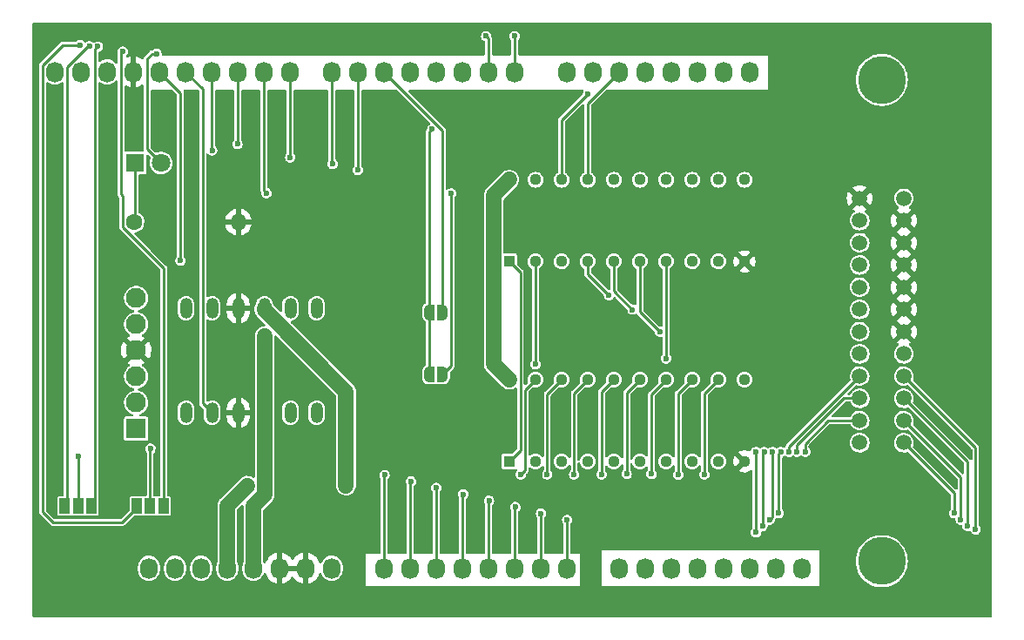
<source format=gbr>
%TF.GenerationSoftware,KiCad,Pcbnew,(5.99.0-13200-g7b4d5b2312)*%
%TF.CreationDate,2021-12-21T00:33:42+00:00*%
%TF.ProjectId,AR488-Bluetooth,41523438-382d-4426-9c75-65746f6f7468,rev?*%
%TF.SameCoordinates,Original*%
%TF.FileFunction,Copper,L1,Top*%
%TF.FilePolarity,Positive*%
%FSLAX46Y46*%
G04 Gerber Fmt 4.6, Leading zero omitted, Abs format (unit mm)*
G04 Created by KiCad (PCBNEW (5.99.0-13200-g7b4d5b2312)) date 2021-12-21 00:33:42*
%MOMM*%
%LPD*%
G01*
G04 APERTURE LIST*
G04 Aperture macros list*
%AMFreePoly0*
4,1,22,0.500000,-0.750000,0.000000,-0.750000,0.000000,-0.745033,-0.079941,-0.743568,-0.215256,-0.701293,-0.333266,-0.622738,-0.424486,-0.514219,-0.481581,-0.384460,-0.499164,-0.250000,-0.500000,-0.250000,-0.500000,0.250000,-0.499164,0.250000,-0.499963,0.256109,-0.478152,0.396186,-0.417904,0.524511,-0.324060,0.630769,-0.204165,0.706417,-0.067858,0.745374,0.000000,0.744959,0.000000,0.750000,
0.500000,0.750000,0.500000,-0.750000,0.500000,-0.750000,$1*%
%AMFreePoly1*
4,1,20,0.000000,0.744959,0.073905,0.744508,0.209726,0.703889,0.328688,0.626782,0.421226,0.519385,0.479903,0.390333,0.500000,0.250000,0.500000,-0.250000,0.499851,-0.262216,0.476331,-0.402017,0.414519,-0.529596,0.319384,-0.634700,0.198574,-0.708877,0.061801,-0.746166,0.000000,-0.745033,0.000000,-0.750000,-0.500000,-0.750000,-0.500000,0.750000,0.000000,0.750000,0.000000,0.744959,
0.000000,0.744959,$1*%
G04 Aperture macros list end*
%TA.AperFunction,ComponentPad*%
%ADD10O,1.200000X2.000000*%
%TD*%
%TA.AperFunction,ComponentPad*%
%ADD11C,1.130000*%
%TD*%
%TA.AperFunction,ComponentPad*%
%ADD12R,1.130000X1.130000*%
%TD*%
%TA.AperFunction,ComponentPad*%
%ADD13O,1.727200X2.032000*%
%TD*%
%TA.AperFunction,SMDPad,CuDef*%
%ADD14FreePoly0,0.000000*%
%TD*%
%TA.AperFunction,SMDPad,CuDef*%
%ADD15FreePoly1,0.000000*%
%TD*%
%TA.AperFunction,ComponentPad*%
%ADD16C,1.600000*%
%TD*%
%TA.AperFunction,ComponentPad*%
%ADD17O,1.600000X1.600000*%
%TD*%
%TA.AperFunction,ComponentPad*%
%ADD18C,1.500000*%
%TD*%
%TA.AperFunction,ComponentPad*%
%ADD19C,4.650000*%
%TD*%
%TA.AperFunction,ComponentPad*%
%ADD20R,1.950000X1.950000*%
%TD*%
%TA.AperFunction,ComponentPad*%
%ADD21C,1.950000*%
%TD*%
%TA.AperFunction,ComponentPad*%
%ADD22R,1.800000X1.800000*%
%TD*%
%TA.AperFunction,ComponentPad*%
%ADD23C,1.800000*%
%TD*%
%TA.AperFunction,SMDPad,CuDef*%
%ADD24R,1.000000X1.500000*%
%TD*%
%TA.AperFunction,ViaPad*%
%ADD25C,0.600000*%
%TD*%
%TA.AperFunction,Conductor*%
%ADD26C,0.250000*%
%TD*%
%TA.AperFunction,Conductor*%
%ADD27C,1.500000*%
%TD*%
G04 APERTURE END LIST*
D10*
%TO.P,U3,1,LV1*%
%TO.N,/RXD*%
X147624800Y-93853000D03*
%TO.P,U3,2,LV2*%
%TO.N,/TXD*%
X145084800Y-93853000D03*
%TO.P,U3,3,LV*%
%TO.N,+3V3*%
X142544800Y-93853000D03*
%TO.P,U3,4,LGND*%
%TO.N,GND*%
X140004800Y-93853000D03*
%TO.P,U3,5,LV3*%
%TO.N,/EN*%
X137464800Y-93853000D03*
%TO.P,U3,6,LV4*%
%TO.N,unconnected-(U3-Pad6)*%
X134924800Y-93853000D03*
%TO.P,U3,7,HV4*%
%TO.N,unconnected-(U3-Pad7)*%
X134924800Y-104013000D03*
%TO.P,U3,8,HV3*%
%TO.N,/12(\u002A\u002A)*%
X137464800Y-104013000D03*
%TO.P,U3,9,HGND*%
%TO.N,GND*%
X140004800Y-104013000D03*
%TO.P,U3,10,HV*%
%TO.N,+5V*%
X142544800Y-104013000D03*
%TO.P,U3,11,HV2*%
%TO.N,Net-(JP4-Pad2)*%
X145084800Y-104013000D03*
%TO.P,U3,12,HV1*%
%TO.N,Net-(JP3-Pad2)*%
X147624800Y-104013000D03*
%TD*%
D11*
%TO.P,U2,20,VCC*%
%TO.N,+5V*%
X166368000Y-81356800D03*
%TO.P,U2,19,REN_2*%
%TO.N,/9(\u002A\u002A)*%
X168908000Y-81356800D03*
%TO.P,U2,18,IFC_2*%
%TO.N,/17(Rx2)*%
X171448000Y-81356800D03*
%TO.P,U2,17,NDAC_2*%
%TO.N,/16(Tx2)*%
X173988000Y-81356800D03*
%TO.P,U2,16,NRFD_2*%
%TO.N,/6(\u002A\u002A)*%
X176528000Y-81356800D03*
%TO.P,U2,15,DAV_2*%
%TO.N,/7(\u002A\u002A)*%
X179068000Y-81356800D03*
%TO.P,U2,14,EOI_2*%
%TO.N,/8(\u002A\u002A)*%
X181608000Y-81356800D03*
%TO.P,U2,13,ATN_2*%
%TO.N,/11(\u002A\u002A)*%
X184148000Y-81356800D03*
%TO.P,U2,12,SRQ_2*%
%TO.N,/10(\u002A\u002A)*%
X186688000Y-81356800D03*
%TO.P,U2,11,DC*%
%TO.N,Net-(JP1-Pad1)*%
X189228000Y-81356800D03*
%TO.P,U2,10,GND*%
%TO.N,GND*%
X189228000Y-89296800D03*
%TO.P,U2,9,SRQ_1*%
%TO.N,/GPIB10*%
X186688000Y-89296800D03*
%TO.P,U2,8,ATN_1*%
%TO.N,/GPIB11*%
X184148000Y-89296800D03*
%TO.P,U2,7,EOI_1*%
%TO.N,/GPIB5*%
X181608000Y-89296800D03*
%TO.P,U2,6,DAV_1*%
%TO.N,/GPIB6*%
X179068000Y-89296800D03*
%TO.P,U2,5,NRFD_1*%
%TO.N,/GPIB7*%
X176528000Y-89296800D03*
%TO.P,U2,4,NDAC_1*%
%TO.N,/GPIB8*%
X173988000Y-89296800D03*
%TO.P,U2,3,IFC_1*%
%TO.N,/GPIB9*%
X171448000Y-89296800D03*
%TO.P,U2,2,REN_1*%
%TO.N,/GPIB17*%
X168908000Y-89296800D03*
D12*
%TO.P,U2,1,TE*%
%TO.N,/13(\u002A\u002A)*%
X166368000Y-89296800D03*
%TD*%
D13*
%TO.P,P2,1,Pin_1*%
%TO.N,unconnected-(P2-Pad1)*%
X131318000Y-119126000D03*
%TO.P,P2,2,Pin_2*%
%TO.N,/IOREF*%
X133858000Y-119126000D03*
%TO.P,P2,3,Pin_3*%
%TO.N,/Reset*%
X136398000Y-119126000D03*
%TO.P,P2,4,Pin_4*%
%TO.N,+3V3*%
X138938000Y-119126000D03*
%TO.P,P2,5,Pin_5*%
%TO.N,+5V*%
X141478000Y-119126000D03*
%TO.P,P2,6,Pin_6*%
%TO.N,GND*%
X144018000Y-119126000D03*
%TO.P,P2,7,Pin_7*%
X146558000Y-119126000D03*
%TO.P,P2,8,Pin_8*%
%TO.N,/Vin*%
X149098000Y-119126000D03*
%TD*%
%TO.P,P3,1,Pin_1*%
%TO.N,/A0*%
X154178000Y-119126000D03*
%TO.P,P3,2,Pin_2*%
%TO.N,/A1*%
X156718000Y-119126000D03*
%TO.P,P3,3,Pin_3*%
%TO.N,/A2*%
X159258000Y-119126000D03*
%TO.P,P3,4,Pin_4*%
%TO.N,/A3*%
X161798000Y-119126000D03*
%TO.P,P3,5,Pin_5*%
%TO.N,/A4*%
X164338000Y-119126000D03*
%TO.P,P3,6,Pin_6*%
%TO.N,/A5*%
X166878000Y-119126000D03*
%TO.P,P3,7,Pin_7*%
%TO.N,/A6*%
X169418000Y-119126000D03*
%TO.P,P3,8,Pin_8*%
%TO.N,/A7*%
X171958000Y-119126000D03*
%TD*%
%TO.P,P4,1,Pin_1*%
%TO.N,/A8*%
X177038000Y-119126000D03*
%TO.P,P4,2,Pin_2*%
%TO.N,/A9*%
X179578000Y-119126000D03*
%TO.P,P4,3,Pin_3*%
%TO.N,/A10*%
X182118000Y-119126000D03*
%TO.P,P4,4,Pin_4*%
%TO.N,/A11*%
X184658000Y-119126000D03*
%TO.P,P4,5,Pin_5*%
%TO.N,/A12*%
X187198000Y-119126000D03*
%TO.P,P4,6,Pin_6*%
%TO.N,/A13*%
X189738000Y-119126000D03*
%TO.P,P4,7,Pin_7*%
%TO.N,/A14*%
X192278000Y-119126000D03*
%TO.P,P4,8,Pin_8*%
%TO.N,/A15*%
X194818000Y-119126000D03*
%TD*%
%TO.P,P5,1,Pin_1*%
%TO.N,/SCL*%
X122174000Y-70866000D03*
%TO.P,P5,2,Pin_2*%
%TO.N,/SDA*%
X124714000Y-70866000D03*
%TO.P,P5,3,Pin_3*%
%TO.N,/AREF*%
X127254000Y-70866000D03*
%TO.P,P5,4,Pin_4*%
%TO.N,GND*%
X129794000Y-70866000D03*
%TO.P,P5,5,Pin_5*%
%TO.N,/13(\u002A\u002A)*%
X132334000Y-70866000D03*
%TO.P,P5,6,Pin_6*%
%TO.N,/12(\u002A\u002A)*%
X134874000Y-70866000D03*
%TO.P,P5,7,Pin_7*%
%TO.N,/11(\u002A\u002A)*%
X137414000Y-70866000D03*
%TO.P,P5,8,Pin_8*%
%TO.N,/10(\u002A\u002A)*%
X139954000Y-70866000D03*
%TO.P,P5,9,Pin_9*%
%TO.N,/9(\u002A\u002A)*%
X142494000Y-70866000D03*
%TO.P,P5,10,Pin_10*%
%TO.N,/8(\u002A\u002A)*%
X145034000Y-70866000D03*
%TD*%
%TO.P,P6,1,Pin_1*%
%TO.N,/7(\u002A\u002A)*%
X149098000Y-70866000D03*
%TO.P,P6,2,Pin_2*%
%TO.N,/6(\u002A\u002A)*%
X151638000Y-70866000D03*
%TO.P,P6,3,Pin_3*%
%TO.N,/5(\u002A\u002A)*%
X154178000Y-70866000D03*
%TO.P,P6,4,Pin_4*%
%TO.N,/4(\u002A\u002A)*%
X156718000Y-70866000D03*
%TO.P,P6,5,Pin_5*%
%TO.N,/3(\u002A\u002A)*%
X159258000Y-70866000D03*
%TO.P,P6,6,Pin_6*%
%TO.N,/2(\u002A\u002A)*%
X161798000Y-70866000D03*
%TO.P,P6,7,Pin_7*%
%TO.N,/1(Tx0)*%
X164338000Y-70866000D03*
%TO.P,P6,8,Pin_8*%
%TO.N,/0(Rx0)*%
X166878000Y-70866000D03*
%TD*%
%TO.P,P7,1,Pin_1*%
%TO.N,/14(Tx3)*%
X171958000Y-70866000D03*
%TO.P,P7,2,Pin_2*%
%TO.N,/15(Rx3)*%
X174498000Y-70866000D03*
%TO.P,P7,3,Pin_3*%
%TO.N,/16(Tx2)*%
X177038000Y-70866000D03*
%TO.P,P7,4,Pin_4*%
%TO.N,/17(Rx2)*%
X179578000Y-70866000D03*
%TO.P,P7,5,Pin_5*%
%TO.N,/18(Tx1)*%
X182118000Y-70866000D03*
%TO.P,P7,6,Pin_6*%
%TO.N,/19(Rx1)*%
X184658000Y-70866000D03*
%TO.P,P7,7,Pin_7*%
%TO.N,/20(SDA)*%
X187198000Y-70866000D03*
%TO.P,P7,8,Pin_8*%
%TO.N,/21(SCL)*%
X189738000Y-70866000D03*
%TD*%
D12*
%TO.P,U1,1,TE*%
%TO.N,/13(\u002A\u002A)*%
X166368000Y-108736800D03*
D11*
%TO.P,U1,2,B1*%
%TO.N,/GPIB1*%
X168908000Y-108736800D03*
%TO.P,U1,3,B2*%
%TO.N,/GPIB2*%
X171448000Y-108736800D03*
%TO.P,U1,4,B3*%
%TO.N,/GPIB3*%
X173988000Y-108736800D03*
%TO.P,U1,5,B4*%
%TO.N,/GPIB4*%
X176528000Y-108736800D03*
%TO.P,U1,6,B5*%
%TO.N,/GPIB13*%
X179068000Y-108736800D03*
%TO.P,U1,7,B6*%
%TO.N,/GPIB14*%
X181608000Y-108736800D03*
%TO.P,U1,8,B7*%
%TO.N,/GPIB15*%
X184148000Y-108736800D03*
%TO.P,U1,9,B8*%
%TO.N,/GPIB16*%
X186688000Y-108736800D03*
%TO.P,U1,10,GND*%
%TO.N,GND*%
X189228000Y-108736800D03*
%TO.P,U1,11,~{PE}*%
%TO.N,+5V*%
X189228000Y-100796800D03*
%TO.P,U1,12,D8*%
%TO.N,/A7*%
X186688000Y-100796800D03*
%TO.P,U1,13,D7*%
%TO.N,/A6*%
X184148000Y-100796800D03*
%TO.P,U1,14,D6*%
%TO.N,/A5*%
X181608000Y-100796800D03*
%TO.P,U1,15,D5*%
%TO.N,/A4*%
X179068000Y-100796800D03*
%TO.P,U1,16,D4*%
%TO.N,/A3*%
X176528000Y-100796800D03*
%TO.P,U1,17,D3*%
%TO.N,/A2*%
X173988000Y-100796800D03*
%TO.P,U1,18,D2*%
%TO.N,/A1*%
X171448000Y-100796800D03*
%TO.P,U1,19,D1*%
%TO.N,/A0*%
X168908000Y-100796800D03*
%TO.P,U1,20,VCC*%
%TO.N,+5V*%
X166368000Y-100796800D03*
%TD*%
D14*
%TO.P,JP2,1,A*%
%TO.N,Net-(JP1-Pad1)*%
X158582600Y-94234000D03*
D15*
%TO.P,JP2,2,B*%
%TO.N,/5(\u002A\u002A)*%
X159882600Y-94234000D03*
%TD*%
D14*
%TO.P,JP1,1,A*%
%TO.N,Net-(JP1-Pad1)*%
X158582600Y-100304600D03*
D15*
%TO.P,JP1,2,B*%
%TO.N,/9(\u002A\u002A)*%
X159882600Y-100304600D03*
%TD*%
D16*
%TO.P,R1,1*%
%TO.N,Net-(D1-Pad1)*%
X129870200Y-85471000D03*
D17*
%TO.P,R1,2*%
%TO.N,GND*%
X140030200Y-85471000D03*
%TD*%
D18*
%TO.P,J1,1,GPIB1*%
%TO.N,/GPIB1*%
X200436800Y-106926800D03*
%TO.P,J1,2,GPIB2*%
%TO.N,/GPIB2*%
X200436800Y-104766800D03*
%TO.P,J1,3,GPIB3*%
%TO.N,/GPIB3*%
X200436800Y-102606800D03*
%TO.P,J1,4,GPIB4*%
%TO.N,/GPIB4*%
X200436800Y-100446800D03*
%TO.P,J1,5,GPIB5*%
%TO.N,/GPIB5*%
X200436800Y-98286800D03*
%TO.P,J1,6,GPIB6*%
%TO.N,/GPIB6*%
X200436800Y-96126800D03*
%TO.P,J1,7,GPIB7*%
%TO.N,/GPIB7*%
X200436800Y-93966800D03*
%TO.P,J1,8,GPIB8*%
%TO.N,/GPIB8*%
X200436800Y-91806800D03*
%TO.P,J1,9,GPIB9*%
%TO.N,/GPIB9*%
X200436800Y-89646800D03*
%TO.P,J1,10,GPIB10*%
%TO.N,/GPIB10*%
X200436800Y-87486800D03*
%TO.P,J1,11,GPIB11*%
%TO.N,/GPIB11*%
X200436800Y-85326800D03*
%TO.P,J1,12,GPIB12*%
%TO.N,GND*%
X200436800Y-83166800D03*
%TO.P,J1,13,GPIB13*%
%TO.N,/GPIB13*%
X204726800Y-106926800D03*
%TO.P,J1,14,GPIB14*%
%TO.N,/GPIB14*%
X204726800Y-104766800D03*
%TO.P,J1,15,GPIB15*%
%TO.N,/GPIB15*%
X204726800Y-102606800D03*
%TO.P,J1,16,GPIB16*%
%TO.N,/GPIB16*%
X204726800Y-100446800D03*
%TO.P,J1,17,GPIB17*%
%TO.N,/GPIB17*%
X204726800Y-98286800D03*
%TO.P,J1,18,GPIB18*%
%TO.N,GND*%
X204726800Y-96126800D03*
%TO.P,J1,19,GPIB19*%
X204726800Y-93966800D03*
%TO.P,J1,20,GPIB20*%
X204726800Y-91806800D03*
%TO.P,J1,21,GPIB21*%
X204726800Y-89646800D03*
%TO.P,J1,22,GPIB22*%
X204726800Y-87486800D03*
%TO.P,J1,23,GPIB23*%
X204726800Y-85326800D03*
%TO.P,J1,24,GPIB24*%
%TO.N,/GPIB24*%
X204726800Y-83166800D03*
D19*
%TO.P,J1,MH1,MH1*%
%TO.N,unconnected-(J1-PadMH1)*%
X202581800Y-118446800D03*
%TO.P,J1,MH2,MH2*%
%TO.N,unconnected-(J1-PadMH2)*%
X202581800Y-71646800D03*
%TD*%
D20*
%TO.P,J3,1,Pin_1*%
%TO.N,/STATE*%
X130073400Y-105562400D03*
D21*
%TO.P,J3,2,Pin_2*%
%TO.N,/RXD*%
X130073400Y-103022400D03*
%TO.P,J3,3,Pin_3*%
%TO.N,/TXD*%
X130073400Y-100482400D03*
%TO.P,J3,4,Pin_4*%
%TO.N,GND*%
X130073400Y-97942400D03*
%TO.P,J3,5,Pin_5*%
%TO.N,+5V*%
X130073400Y-95402400D03*
%TO.P,J3,6,Pin_6*%
%TO.N,/EN*%
X130073400Y-92862400D03*
%TD*%
D22*
%TO.P,D1,1,K*%
%TO.N,Net-(D1-Pad1)*%
X129970200Y-79730600D03*
D23*
%TO.P,D1,2,A*%
%TO.N,/4(\u002A\u002A)*%
X132510200Y-79730600D03*
%TD*%
D24*
%TO.P,JP3,1,A*%
%TO.N,/1(Tx0)*%
X123134594Y-113080800D03*
%TO.P,JP3,2,C*%
%TO.N,Net-(JP3-Pad2)*%
X124434594Y-113080800D03*
%TO.P,JP3,3,B*%
%TO.N,/14(Tx3)*%
X125734594Y-113080800D03*
%TD*%
%TO.P,JP4,1,A*%
%TO.N,/0(Rx0)*%
X130144994Y-113080800D03*
%TO.P,JP4,2,C*%
%TO.N,Net-(JP4-Pad2)*%
X131444994Y-113080800D03*
%TO.P,JP4,3,B*%
%TO.N,/15(Rx3)*%
X132744994Y-113080800D03*
%TD*%
D25*
%TO.N,GND*%
X141655800Y-95173800D03*
X144145000Y-100050600D03*
X141046200Y-100355400D03*
%TO.N,+5V*%
X142570200Y-96545400D03*
%TO.N,GND*%
X209194400Y-116484400D03*
X210464400Y-116484400D03*
X205206600Y-108508800D03*
X211201000Y-105816400D03*
X209931000Y-104546400D03*
X208661000Y-103276400D03*
X208661000Y-112115600D03*
X207391000Y-102006400D03*
X207391000Y-110845600D03*
X206121000Y-100736400D03*
X206121000Y-109575600D03*
X209931000Y-106705400D03*
X209931000Y-108839000D03*
X208661000Y-109753400D03*
X208661000Y-105435400D03*
X208661000Y-107569000D03*
X207391000Y-108483400D03*
X207391000Y-104165400D03*
X207391000Y-106299000D03*
X206121000Y-102895400D03*
X206121000Y-105029000D03*
X206121000Y-107213400D03*
X208915000Y-113030000D03*
X211734400Y-116484400D03*
X189484000Y-115671600D03*
X193344800Y-112979200D03*
X180594000Y-98450400D03*
X179984400Y-96748600D03*
X177546000Y-94742000D03*
X175412400Y-93268800D03*
X167843200Y-67132200D03*
X172745400Y-73075800D03*
X161315400Y-81788000D03*
X157835600Y-75946000D03*
X150926800Y-81026000D03*
X148412200Y-80441800D03*
X144424400Y-79806800D03*
X140766800Y-77063600D03*
X138226800Y-77673200D03*
X143306800Y-81762600D03*
X135102600Y-88544400D03*
X127406400Y-68859400D03*
X124079000Y-67259200D03*
X139471400Y-110363000D03*
X141020800Y-109550200D03*
X149174200Y-112522000D03*
X151892000Y-110667800D03*
X151561800Y-112217200D03*
X149098000Y-109651800D03*
X168554400Y-109956600D03*
X170815000Y-110540800D03*
X172974000Y-110921800D03*
X175514000Y-110921800D03*
X177901600Y-110921800D03*
X180340000Y-110947200D03*
X182956200Y-110972600D03*
X185547000Y-110972600D03*
X172770800Y-115112800D03*
X170154600Y-114503200D03*
X167690800Y-113893600D03*
X165125400Y-113309400D03*
X162610800Y-112674400D03*
X159994600Y-112014000D03*
X157403800Y-111404400D03*
X154813000Y-110769400D03*
%TO.N,Net-(JP1-Pad1)*%
X158867211Y-76438389D03*
%TO.N,/GPIB8*%
X176055183Y-92582576D03*
%TO.N,/GPIB7*%
X178333400Y-93980000D03*
%TO.N,/GPIB6*%
X180983500Y-96139000D03*
%TO.N,/GPIB5*%
X181610000Y-98736811D03*
%TO.N,/GPIB17*%
X168910000Y-99288600D03*
%TO.N,/9(\u002A\u002A)*%
X142748000Y-82651600D03*
%TO.N,/10(\u002A\u002A)*%
X139928600Y-77886900D03*
%TO.N,/11(\u002A\u002A)*%
X137464800Y-78511400D03*
%TO.N,/8(\u002A\u002A)*%
X145059400Y-79171800D03*
%TO.N,/7(\u002A\u002A)*%
X149174200Y-79806800D03*
%TO.N,/6(\u002A\u002A)*%
X151638000Y-80416400D03*
%TO.N,/9(\u002A\u002A)*%
X160731200Y-82677000D03*
%TO.N,/13(\u002A\u002A)*%
X134391400Y-89230200D03*
%TO.N,/17(Rx2)*%
X174031011Y-72989811D03*
%TO.N,/GPIB2*%
X195144203Y-107797642D03*
%TO.N,/GPIB3*%
X194344701Y-107797301D03*
%TO.N,/GPIB4*%
X193545612Y-107823000D03*
%TO.N,/GPIB13*%
X209636249Y-113772700D03*
X192746109Y-107823000D03*
X192571106Y-113772700D03*
%TO.N,/GPIB14*%
X210260749Y-114397200D03*
X191946606Y-107823000D03*
X191685797Y-114397200D03*
%TO.N,/GPIB15*%
X191147103Y-107823000D03*
X210909632Y-115021700D03*
X190972100Y-115021700D03*
%TO.N,/GPIB16*%
X190347600Y-107823000D03*
X190347600Y-115646200D03*
X211709000Y-115366800D03*
%TO.N,/A7*%
X185343800Y-110007400D03*
X171983400Y-114429700D03*
%TO.N,/A6*%
X182803800Y-110032800D03*
X169443400Y-113805200D03*
%TO.N,/A5*%
X180187600Y-109956600D03*
X166954200Y-113180700D03*
%TO.N,/A4*%
X177774600Y-109956600D03*
X164388800Y-112556200D03*
%TO.N,/A3*%
X161874200Y-111931700D03*
X175336200Y-110007400D03*
%TO.N,/A2*%
X172669200Y-110007400D03*
X159258000Y-111307200D03*
%TO.N,/A1*%
X170053000Y-110007400D03*
X156794200Y-110682700D03*
%TO.N,/A0*%
X167487600Y-110007400D03*
X154228800Y-110058200D03*
%TO.N,+5V*%
X142576800Y-101581200D03*
%TO.N,/0(Rx0)*%
X166878000Y-67389469D03*
X124620409Y-68243759D03*
%TO.N,/1(Tx0)*%
X164109400Y-67389469D03*
X125537854Y-68367869D03*
%TO.N,/15(Rx3)*%
X128778000Y-68884800D03*
%TO.N,/4(\u002A\u002A)*%
X132054600Y-69088000D03*
%TO.N,/14(Tx3)*%
X126365000Y-68402200D03*
%TO.N,Net-(JP4-Pad2)*%
X131470400Y-107492800D03*
%TO.N,Net-(JP3-Pad2)*%
X124460000Y-108229400D03*
%TO.N,+3V3*%
X150495000Y-111099600D03*
X140877280Y-111099600D03*
%TD*%
D26*
%TO.N,/12(\u002A\u002A)*%
X136540280Y-72532280D02*
X134874000Y-70866000D01*
X136540280Y-103088480D02*
X136540280Y-72532280D01*
X137464800Y-104013000D02*
X136540280Y-103088480D01*
D27*
%TO.N,+5V*%
X142576800Y-96552000D02*
X142570200Y-96545400D01*
X142576800Y-101581200D02*
X142576800Y-96552000D01*
%TO.N,+3V3*%
X150495000Y-101940600D02*
X142544800Y-93990400D01*
X142544800Y-93990400D02*
X142544800Y-93853000D01*
D26*
%TO.N,Net-(JP1-Pad1)*%
X158582600Y-76723000D02*
X158867211Y-76438389D01*
X158582600Y-77532989D02*
X158582600Y-76723000D01*
%TO.N,/GPIB8*%
X173988000Y-90515393D02*
X176055183Y-92582576D01*
X173988000Y-89296800D02*
X173988000Y-90515393D01*
%TO.N,/GPIB7*%
X176528000Y-92174600D02*
X178333400Y-93980000D01*
X176528000Y-89296800D02*
X176528000Y-92174600D01*
%TO.N,/GPIB6*%
X179068000Y-94223500D02*
X180983500Y-96139000D01*
X179068000Y-89296800D02*
X179068000Y-94223500D01*
%TO.N,/GPIB5*%
X181608000Y-98734811D02*
X181610000Y-98736811D01*
X181608000Y-89296800D02*
X181608000Y-98734811D01*
%TO.N,/GPIB17*%
X168908000Y-99286600D02*
X168910000Y-99288600D01*
X168908000Y-89296800D02*
X168908000Y-99286600D01*
%TO.N,Net-(JP1-Pad1)*%
X158582600Y-94234000D02*
X158582600Y-77532989D01*
%TO.N,/9(\u002A\u002A)*%
X142494000Y-82397600D02*
X142494000Y-70866000D01*
X142748000Y-82651600D02*
X142494000Y-82397600D01*
%TO.N,/10(\u002A\u002A)*%
X139928600Y-77886900D02*
X139954000Y-77861500D01*
X139954000Y-77861500D02*
X139954000Y-70866000D01*
%TO.N,/11(\u002A\u002A)*%
X137414000Y-78460600D02*
X137414000Y-70866000D01*
X137464800Y-78511400D02*
X137414000Y-78460600D01*
%TO.N,/8(\u002A\u002A)*%
X145034000Y-79146400D02*
X145034000Y-70866000D01*
X145059400Y-79171800D02*
X145034000Y-79146400D01*
%TO.N,/7(\u002A\u002A)*%
X149174200Y-79806800D02*
X149098000Y-79730600D01*
X149098000Y-79730600D02*
X149098000Y-70866000D01*
%TO.N,/6(\u002A\u002A)*%
X151638000Y-80416400D02*
X151638000Y-70866000D01*
%TO.N,/9(\u002A\u002A)*%
X160712262Y-82695938D02*
X160731200Y-82677000D01*
X160712262Y-99474938D02*
X160712262Y-82695938D01*
X159882600Y-100304600D02*
X160712262Y-99474938D01*
%TO.N,/5(\u002A\u002A)*%
X159882600Y-76570600D02*
X154178000Y-70866000D01*
X159882600Y-94234000D02*
X159882600Y-76570600D01*
%TO.N,/13(\u002A\u002A)*%
X134391400Y-72923400D02*
X132334000Y-70866000D01*
X134391400Y-89230200D02*
X134391400Y-72923400D01*
%TO.N,/17(Rx2)*%
X171448000Y-75572822D02*
X174031011Y-72989811D01*
X171448000Y-81356800D02*
X171448000Y-75572822D01*
%TO.N,/16(Tx2)*%
X173988000Y-73916000D02*
X177038000Y-70866000D01*
X173988000Y-81356800D02*
X173988000Y-73916000D01*
%TO.N,Net-(JP1-Pad1)*%
X158582600Y-100304600D02*
X158582600Y-94234000D01*
%TO.N,/GPIB2*%
X197388236Y-104766800D02*
X200436800Y-104766800D01*
X195122800Y-107032236D02*
X197388236Y-104766800D01*
X195144203Y-107797642D02*
X195122800Y-107776239D01*
X195122800Y-107776239D02*
X195122800Y-107032236D01*
%TO.N,/GPIB3*%
X198912518Y-102606800D02*
X200436800Y-102606800D01*
X194344701Y-107174617D02*
X198912518Y-102606800D01*
X194344701Y-107797301D02*
X194344701Y-107174617D01*
%TO.N,/GPIB4*%
X193545612Y-107337988D02*
X200436800Y-100446800D01*
X193545612Y-107823000D02*
X193545612Y-107337988D01*
%TO.N,/GPIB13*%
X209636249Y-111836249D02*
X204726800Y-106926800D01*
X209636249Y-113772700D02*
X209636249Y-111836249D01*
X192746109Y-107823000D02*
X192571106Y-107998003D01*
X192571106Y-107998003D02*
X192571106Y-113772700D01*
%TO.N,/GPIB14*%
X210260749Y-110300749D02*
X204726800Y-104766800D01*
X210260749Y-114397200D02*
X210260749Y-110300749D01*
X191946606Y-107823000D02*
X191946606Y-114136391D01*
X191946606Y-114136391D02*
X191685797Y-114397200D01*
%TO.N,/GPIB15*%
X210909632Y-108789632D02*
X204726800Y-102606800D01*
X210909632Y-115021700D02*
X210909632Y-108789632D01*
X190972100Y-107998003D02*
X190972100Y-115021700D01*
X191147103Y-107823000D02*
X190972100Y-107998003D01*
%TO.N,/GPIB16*%
X211709000Y-107429000D02*
X204726800Y-100446800D01*
X211709000Y-115366800D02*
X211709000Y-107429000D01*
X190347600Y-107823000D02*
X190347600Y-115646200D01*
%TO.N,/A7*%
X185343800Y-102141000D02*
X186688000Y-100796800D01*
X185343800Y-110007400D02*
X185343800Y-102141000D01*
X171958000Y-114455100D02*
X171983400Y-114429700D01*
X171958000Y-119126000D02*
X171958000Y-114455100D01*
%TO.N,/A6*%
X182803800Y-110032800D02*
X182803800Y-102141000D01*
X182803800Y-102141000D02*
X184148000Y-100796800D01*
X169418000Y-113830600D02*
X169443400Y-113805200D01*
X169418000Y-119126000D02*
X169418000Y-113830600D01*
%TO.N,/A5*%
X180187600Y-109956600D02*
X180187600Y-102217200D01*
X180187600Y-102217200D02*
X181608000Y-100796800D01*
X166878000Y-113256900D02*
X166954200Y-113180700D01*
X166878000Y-119126000D02*
X166878000Y-113256900D01*
%TO.N,/A4*%
X177774600Y-102090200D02*
X179068000Y-100796800D01*
X164338000Y-112607000D02*
X164388800Y-112556200D01*
X164338000Y-119126000D02*
X164338000Y-112607000D01*
X177774600Y-109956600D02*
X177774600Y-102090200D01*
%TO.N,/A3*%
X175336200Y-110007400D02*
X175336200Y-101988600D01*
X161798000Y-112007900D02*
X161874200Y-111931700D01*
X161798000Y-119126000D02*
X161798000Y-112007900D01*
X175336200Y-101988600D02*
X176528000Y-100796800D01*
%TO.N,/A2*%
X172669200Y-102115600D02*
X173988000Y-100796800D01*
X172669200Y-110007400D02*
X172669200Y-102115600D01*
X159258000Y-119126000D02*
X159258000Y-111307200D01*
%TO.N,/A1*%
X170053000Y-102191800D02*
X171448000Y-100796800D01*
X170053000Y-110007400D02*
X170053000Y-102191800D01*
X156718000Y-110758900D02*
X156794200Y-110682700D01*
X156718000Y-119126000D02*
X156718000Y-110758900D01*
%TO.N,/A0*%
X167892039Y-101812761D02*
X168908000Y-100796800D01*
X167892039Y-109602961D02*
X167892039Y-101812761D01*
X167487600Y-110007400D02*
X167892039Y-109602961D01*
X154178000Y-110109000D02*
X154228800Y-110058200D01*
X154178000Y-119126000D02*
X154178000Y-110109000D01*
%TO.N,/13(\u002A\u002A)*%
X167442519Y-107662281D02*
X166368000Y-108736800D01*
X167442519Y-90371319D02*
X167442519Y-107662281D01*
X166368000Y-89296800D02*
X167442519Y-90371319D01*
D27*
%TO.N,+5V*%
X164853489Y-82871311D02*
X166368000Y-81356800D01*
X166368000Y-100796800D02*
X164853489Y-99282289D01*
X164853489Y-99282289D02*
X164853489Y-82871311D01*
D26*
%TO.N,/0(Rx0)*%
X122942041Y-68243759D02*
X124620409Y-68243759D01*
X166878000Y-67389469D02*
X166878000Y-70866000D01*
X120985880Y-113645280D02*
X120985880Y-70199920D01*
X121742200Y-114401600D02*
X120985880Y-113645280D01*
X122021600Y-114681000D02*
X121742200Y-114401600D01*
X120985880Y-70199920D02*
X122942041Y-68243759D01*
X128727200Y-114681000D02*
X122021600Y-114681000D01*
X130144994Y-113263206D02*
X128727200Y-114681000D01*
X130144994Y-113080800D02*
X130144994Y-113263206D01*
%TO.N,/1(Tx0)*%
X164338000Y-67618069D02*
X164338000Y-70866000D01*
X164109400Y-67389469D02*
X164338000Y-67618069D01*
X125379476Y-68367869D02*
X125537854Y-68367869D01*
X123362120Y-112853274D02*
X123362120Y-70385225D01*
X123362120Y-70385225D02*
X125379476Y-68367869D01*
X123134594Y-113080800D02*
X123362120Y-112853274D01*
%TO.N,/15(Rx3)*%
X128752600Y-68884800D02*
X128778000Y-68884800D01*
X128605880Y-69031520D02*
X128752600Y-68884800D01*
%TO.N,/4(\u002A\u002A)*%
X131648200Y-69088000D02*
X132054600Y-69088000D01*
X131145880Y-69590320D02*
X131648200Y-69088000D01*
%TO.N,/14(Tx3)*%
X126065880Y-112749514D02*
X126065880Y-68701320D01*
X126065880Y-68701320D02*
X126365000Y-68402200D01*
X125734594Y-113080800D02*
X126065880Y-112749514D01*
%TO.N,/15(Rx3)*%
X128605880Y-82772702D02*
X128605880Y-69031520D01*
X128745689Y-82912511D02*
X128605880Y-82772702D01*
X128745689Y-85936789D02*
X128745689Y-82912511D01*
X132744994Y-89936094D02*
X128745689Y-85936789D01*
X132744994Y-113080800D02*
X132744994Y-89936094D01*
D27*
%TO.N,+5V*%
X142576800Y-103322400D02*
X142576800Y-101581200D01*
D26*
%TO.N,Net-(JP4-Pad2)*%
X131444994Y-107518206D02*
X131470400Y-107492800D01*
X131444994Y-113080800D02*
X131444994Y-107518206D01*
%TO.N,Net-(JP3-Pad2)*%
X124434594Y-108254806D02*
X124460000Y-108229400D01*
X124434594Y-113080800D02*
X124434594Y-108254806D01*
%TO.N,/4(\u002A\u002A)*%
X131145880Y-78366280D02*
X131145880Y-69590320D01*
X132510200Y-79730600D02*
X131145880Y-78366280D01*
%TO.N,Net-(D1-Pad1)*%
X129970200Y-85371000D02*
X129870200Y-85471000D01*
X129970200Y-79730600D02*
X129970200Y-85371000D01*
D27*
%TO.N,+5V*%
X142576800Y-103322400D02*
X142576800Y-105022400D01*
%TO.N,+3V3*%
X150495000Y-111099600D02*
X150495000Y-101940600D01*
X138938000Y-113038880D02*
X140877280Y-111099600D01*
X138938000Y-119126000D02*
X138938000Y-113038880D01*
%TO.N,+5V*%
X142576800Y-111982000D02*
X142576800Y-105022400D01*
X141478000Y-113080800D02*
X142576800Y-111982000D01*
X141478000Y-119126000D02*
X141478000Y-113080800D01*
%TD*%
%TA.AperFunction,Conductor*%
%TO.N,GND*%
G36*
X213227121Y-66135002D02*
G01*
X213273614Y-66188658D01*
X213285000Y-66241000D01*
X213285000Y-123751000D01*
X213264998Y-123819121D01*
X213211342Y-123865614D01*
X213159000Y-123877000D01*
X120089000Y-123877000D01*
X120020879Y-123856998D01*
X119974386Y-123803342D01*
X119963000Y-123751000D01*
X119963000Y-120853200D01*
X152425400Y-120853200D01*
X173202600Y-120853200D01*
X175336200Y-120853200D01*
X196545200Y-120853200D01*
X196545200Y-118446800D01*
X200051307Y-118446800D01*
X200071261Y-118763955D01*
X200130807Y-119076108D01*
X200229007Y-119378337D01*
X200230694Y-119381923D01*
X200230696Y-119381927D01*
X200362624Y-119662288D01*
X200362628Y-119662295D01*
X200364312Y-119665874D01*
X200534588Y-119934186D01*
X200737150Y-120179042D01*
X200740037Y-120181753D01*
X200893443Y-120325810D01*
X200968803Y-120396578D01*
X200972005Y-120398905D01*
X200972007Y-120398906D01*
X201067797Y-120468501D01*
X201225894Y-120583366D01*
X201504368Y-120736459D01*
X201799835Y-120853442D01*
X201803665Y-120854425D01*
X201803673Y-120854428D01*
X201997330Y-120904150D01*
X202107633Y-120932471D01*
X202111561Y-120932967D01*
X202111565Y-120932968D01*
X202235968Y-120948684D01*
X202422909Y-120972300D01*
X202740691Y-120972300D01*
X202927632Y-120948684D01*
X203052035Y-120932968D01*
X203052039Y-120932967D01*
X203055967Y-120932471D01*
X203166270Y-120904150D01*
X203359927Y-120854428D01*
X203359935Y-120854425D01*
X203363765Y-120853442D01*
X203659232Y-120736459D01*
X203937706Y-120583366D01*
X204095803Y-120468501D01*
X204191593Y-120398906D01*
X204191595Y-120398905D01*
X204194797Y-120396578D01*
X204270158Y-120325810D01*
X204423563Y-120181753D01*
X204426450Y-120179042D01*
X204629012Y-119934186D01*
X204799288Y-119665874D01*
X204800972Y-119662295D01*
X204800976Y-119662288D01*
X204932904Y-119381927D01*
X204932906Y-119381923D01*
X204934593Y-119378337D01*
X205032793Y-119076108D01*
X205092339Y-118763955D01*
X205112293Y-118446800D01*
X205092339Y-118129645D01*
X205032793Y-117817492D01*
X204934593Y-117515263D01*
X204932904Y-117511673D01*
X204800976Y-117231312D01*
X204800972Y-117231305D01*
X204799288Y-117227726D01*
X204629012Y-116959414D01*
X204426450Y-116714558D01*
X204194797Y-116497022D01*
X203937706Y-116310234D01*
X203659232Y-116157141D01*
X203363765Y-116040158D01*
X203359935Y-116039175D01*
X203359927Y-116039172D01*
X203166270Y-115989450D01*
X203055967Y-115961129D01*
X203052039Y-115960633D01*
X203052035Y-115960632D01*
X202927632Y-115944916D01*
X202740691Y-115921300D01*
X202422909Y-115921300D01*
X202235968Y-115944916D01*
X202111565Y-115960632D01*
X202111561Y-115960633D01*
X202107633Y-115961129D01*
X201997330Y-115989450D01*
X201803673Y-116039172D01*
X201803665Y-116039175D01*
X201799835Y-116040158D01*
X201504368Y-116157141D01*
X201225894Y-116310234D01*
X200968803Y-116497022D01*
X200737150Y-116714558D01*
X200534588Y-116959414D01*
X200364312Y-117227726D01*
X200362628Y-117231305D01*
X200362624Y-117231312D01*
X200230696Y-117511673D01*
X200229007Y-117515263D01*
X200130807Y-117817492D01*
X200071261Y-118129645D01*
X200051307Y-118446800D01*
X196545200Y-118446800D01*
X196545200Y-117373400D01*
X175336200Y-117373400D01*
X175336200Y-120853200D01*
X173202600Y-120853200D01*
X173202600Y-117754400D01*
X172409500Y-117754400D01*
X172341379Y-117734398D01*
X172294886Y-117680742D01*
X172283500Y-117628400D01*
X172283500Y-114892591D01*
X172303502Y-114824470D01*
X172316085Y-114808036D01*
X172396576Y-114719111D01*
X172396581Y-114719104D01*
X172402600Y-114712454D01*
X172465110Y-114583433D01*
X172488896Y-114442054D01*
X172489047Y-114429700D01*
X172478009Y-114352621D01*
X172469996Y-114296668D01*
X172469995Y-114296665D01*
X172468723Y-114287782D01*
X172462671Y-114274470D01*
X172443390Y-114232064D01*
X172409384Y-114157272D01*
X172355392Y-114094611D01*
X172321660Y-114055463D01*
X172321657Y-114055460D01*
X172315800Y-114048663D01*
X172195495Y-113970685D01*
X172058139Y-113929607D01*
X172049163Y-113929552D01*
X172049162Y-113929552D01*
X171988955Y-113929184D01*
X171914776Y-113928731D01*
X171776929Y-113968128D01*
X171655680Y-114044630D01*
X171649738Y-114051358D01*
X171649737Y-114051359D01*
X171617418Y-114087954D01*
X171560777Y-114152088D01*
X171499847Y-114281863D01*
X171498466Y-114290735D01*
X171479966Y-114409554D01*
X171477791Y-114423523D01*
X171478955Y-114432425D01*
X171478955Y-114432428D01*
X171480214Y-114442054D01*
X171496380Y-114565679D01*
X171554120Y-114696903D01*
X171572788Y-114719111D01*
X171602951Y-114754995D01*
X171631472Y-114820011D01*
X171632500Y-114836070D01*
X171632500Y-117628400D01*
X171612498Y-117696521D01*
X171558842Y-117743014D01*
X171506500Y-117754400D01*
X169869500Y-117754400D01*
X169801379Y-117734398D01*
X169754886Y-117680742D01*
X169743500Y-117628400D01*
X169743500Y-114268091D01*
X169763502Y-114199970D01*
X169776085Y-114183536D01*
X169856576Y-114094611D01*
X169856581Y-114094604D01*
X169862600Y-114087954D01*
X169906535Y-113997272D01*
X169921195Y-113967014D01*
X169921195Y-113967013D01*
X169925110Y-113958933D01*
X169948896Y-113817554D01*
X169949047Y-113805200D01*
X169935484Y-113710490D01*
X169929996Y-113672168D01*
X169929995Y-113672165D01*
X169928723Y-113663282D01*
X169917987Y-113639668D01*
X169907560Y-113616736D01*
X169869384Y-113532772D01*
X169831115Y-113488359D01*
X169781660Y-113430963D01*
X169781657Y-113430960D01*
X169775800Y-113424163D01*
X169655495Y-113346185D01*
X169518139Y-113305107D01*
X169509163Y-113305052D01*
X169509162Y-113305052D01*
X169448955Y-113304684D01*
X169374776Y-113304231D01*
X169236929Y-113343628D01*
X169115680Y-113420130D01*
X169109738Y-113426858D01*
X169109737Y-113426859D01*
X169091152Y-113447903D01*
X169020777Y-113527588D01*
X168959847Y-113657363D01*
X168958466Y-113666235D01*
X168939966Y-113785054D01*
X168937791Y-113799023D01*
X168938955Y-113807925D01*
X168938955Y-113807928D01*
X168944220Y-113848186D01*
X168956380Y-113941179D01*
X168971513Y-113975571D01*
X169001526Y-114043780D01*
X169014120Y-114072403D01*
X169032788Y-114094611D01*
X169062951Y-114130495D01*
X169091472Y-114195511D01*
X169092500Y-114211570D01*
X169092500Y-117628400D01*
X169072498Y-117696521D01*
X169018842Y-117743014D01*
X168966500Y-117754400D01*
X167329500Y-117754400D01*
X167261379Y-117734398D01*
X167214886Y-117680742D01*
X167203500Y-117628400D01*
X167203500Y-113685482D01*
X167223502Y-113617361D01*
X167263572Y-113578107D01*
X167269539Y-113574443D01*
X167277191Y-113569745D01*
X167303259Y-113540946D01*
X167367378Y-113470107D01*
X167373400Y-113463454D01*
X167435910Y-113334433D01*
X167459696Y-113193054D01*
X167459847Y-113180700D01*
X167449790Y-113110474D01*
X167440796Y-113047668D01*
X167440795Y-113047665D01*
X167439523Y-113038782D01*
X167427688Y-113012751D01*
X167397041Y-112945348D01*
X167380184Y-112908272D01*
X167326188Y-112845607D01*
X167292460Y-112806463D01*
X167292457Y-112806460D01*
X167286600Y-112799663D01*
X167166295Y-112721685D01*
X167028939Y-112680607D01*
X167019963Y-112680552D01*
X167019962Y-112680552D01*
X166959755Y-112680184D01*
X166885576Y-112679731D01*
X166747729Y-112719128D01*
X166626480Y-112795630D01*
X166620538Y-112802358D01*
X166620537Y-112802359D01*
X166595351Y-112830877D01*
X166531577Y-112903088D01*
X166470647Y-113032863D01*
X166448591Y-113174523D01*
X166449755Y-113183425D01*
X166449755Y-113183428D01*
X166451014Y-113193054D01*
X166467180Y-113316679D01*
X166524920Y-113447903D01*
X166530698Y-113454777D01*
X166533470Y-113459230D01*
X166552500Y-113525814D01*
X166552500Y-117628400D01*
X166532498Y-117696521D01*
X166478842Y-117743014D01*
X166426500Y-117754400D01*
X164789500Y-117754400D01*
X164721379Y-117734398D01*
X164674886Y-117680742D01*
X164663500Y-117628400D01*
X164663500Y-113042840D01*
X164683502Y-112974719D01*
X164706973Y-112948204D01*
X164711791Y-112945245D01*
X164808000Y-112838954D01*
X164862449Y-112726571D01*
X164866595Y-112718014D01*
X164866595Y-112718013D01*
X164870510Y-112709933D01*
X164894296Y-112568554D01*
X164894447Y-112556200D01*
X164879715Y-112453331D01*
X164875396Y-112423168D01*
X164875395Y-112423165D01*
X164874123Y-112414282D01*
X164814784Y-112283772D01*
X164755557Y-112215036D01*
X164727060Y-112181963D01*
X164727057Y-112181960D01*
X164721200Y-112175163D01*
X164600895Y-112097185D01*
X164463539Y-112056107D01*
X164454563Y-112056052D01*
X164454562Y-112056052D01*
X164394355Y-112055684D01*
X164320176Y-112055231D01*
X164182329Y-112094628D01*
X164061080Y-112171130D01*
X164055138Y-112177858D01*
X164055137Y-112177859D01*
X164040528Y-112194401D01*
X163966177Y-112278588D01*
X163905247Y-112408363D01*
X163903866Y-112417235D01*
X163889745Y-112507930D01*
X163883191Y-112550023D01*
X163884355Y-112558925D01*
X163884355Y-112558928D01*
X163886241Y-112573349D01*
X163901780Y-112692179D01*
X163924639Y-112744131D01*
X163946926Y-112794780D01*
X163959520Y-112823403D01*
X163982953Y-112851280D01*
X164011472Y-112916294D01*
X164012500Y-112932353D01*
X164012500Y-117628400D01*
X163992498Y-117696521D01*
X163938842Y-117743014D01*
X163886500Y-117754400D01*
X162249500Y-117754400D01*
X162181379Y-117734398D01*
X162134886Y-117680742D01*
X162123500Y-117628400D01*
X162123500Y-112436482D01*
X162143502Y-112368361D01*
X162183572Y-112329107D01*
X162189539Y-112325443D01*
X162197191Y-112320745D01*
X162223259Y-112291946D01*
X162287378Y-112221107D01*
X162293400Y-112214454D01*
X162334172Y-112130300D01*
X162351995Y-112093514D01*
X162351995Y-112093513D01*
X162355910Y-112085433D01*
X162379696Y-111944054D01*
X162379847Y-111931700D01*
X162359523Y-111789782D01*
X162300184Y-111659272D01*
X162245699Y-111596039D01*
X162212460Y-111557463D01*
X162212457Y-111557460D01*
X162206600Y-111550663D01*
X162086295Y-111472685D01*
X161948939Y-111431607D01*
X161939963Y-111431552D01*
X161939962Y-111431552D01*
X161879755Y-111431184D01*
X161805576Y-111430731D01*
X161667729Y-111470128D01*
X161546480Y-111546630D01*
X161540538Y-111553358D01*
X161540537Y-111553359D01*
X161525015Y-111570935D01*
X161451577Y-111654088D01*
X161390647Y-111783863D01*
X161389266Y-111792735D01*
X161370356Y-111914187D01*
X161368591Y-111925523D01*
X161369755Y-111934425D01*
X161369755Y-111934428D01*
X161373755Y-111965017D01*
X161387180Y-112067679D01*
X161444920Y-112198903D01*
X161450698Y-112205777D01*
X161453470Y-112210230D01*
X161472500Y-112276814D01*
X161472500Y-117628400D01*
X161452498Y-117696521D01*
X161398842Y-117743014D01*
X161346500Y-117754400D01*
X159709500Y-117754400D01*
X159641379Y-117734398D01*
X159594886Y-117680742D01*
X159583500Y-117628400D01*
X159583500Y-111742029D01*
X159603502Y-111673908D01*
X159616085Y-111657474D01*
X159671176Y-111596611D01*
X159671181Y-111596604D01*
X159677200Y-111589954D01*
X159727882Y-111485346D01*
X159735795Y-111469014D01*
X159735795Y-111469013D01*
X159739710Y-111460933D01*
X159763496Y-111319554D01*
X159763647Y-111307200D01*
X159747532Y-111194670D01*
X159744596Y-111174168D01*
X159744595Y-111174165D01*
X159743323Y-111165282D01*
X159683984Y-111034772D01*
X159629988Y-110972107D01*
X159596260Y-110932963D01*
X159596257Y-110932960D01*
X159590400Y-110926163D01*
X159470095Y-110848185D01*
X159332739Y-110807107D01*
X159323763Y-110807052D01*
X159323762Y-110807052D01*
X159263555Y-110806684D01*
X159189376Y-110806231D01*
X159051529Y-110845628D01*
X158930280Y-110922130D01*
X158924338Y-110928858D01*
X158924337Y-110928859D01*
X158905752Y-110949903D01*
X158835377Y-111029588D01*
X158774447Y-111159363D01*
X158773066Y-111168235D01*
X158754830Y-111285361D01*
X158752391Y-111301023D01*
X158753555Y-111309925D01*
X158753555Y-111309928D01*
X158754814Y-111319554D01*
X158770980Y-111443179D01*
X158774597Y-111451399D01*
X158822313Y-111559841D01*
X158828720Y-111574403D01*
X158834497Y-111581276D01*
X158834498Y-111581277D01*
X158902951Y-111662712D01*
X158931472Y-111727728D01*
X158932500Y-111743787D01*
X158932500Y-117628400D01*
X158912498Y-117696521D01*
X158858842Y-117743014D01*
X158806500Y-117754400D01*
X157169500Y-117754400D01*
X157101379Y-117734398D01*
X157054886Y-117680742D01*
X157043500Y-117628400D01*
X157043500Y-111187482D01*
X157063502Y-111119361D01*
X157103572Y-111080107D01*
X157109539Y-111076443D01*
X157117191Y-111071745D01*
X157143259Y-111042946D01*
X157207378Y-110972107D01*
X157213400Y-110965454D01*
X157275910Y-110836433D01*
X157299696Y-110695054D01*
X157299847Y-110682700D01*
X157279523Y-110540782D01*
X157262738Y-110503864D01*
X157242254Y-110458813D01*
X157220184Y-110410272D01*
X157174379Y-110357113D01*
X157132460Y-110308463D01*
X157132457Y-110308460D01*
X157126600Y-110301663D01*
X157006295Y-110223685D01*
X156868939Y-110182607D01*
X156859963Y-110182552D01*
X156859962Y-110182552D01*
X156799755Y-110182184D01*
X156725576Y-110181731D01*
X156587729Y-110221128D01*
X156466480Y-110297630D01*
X156460538Y-110304358D01*
X156460537Y-110304359D01*
X156432516Y-110336087D01*
X156371577Y-110405088D01*
X156310647Y-110534863D01*
X156288591Y-110676523D01*
X156289755Y-110685425D01*
X156289755Y-110685428D01*
X156291014Y-110695054D01*
X156307180Y-110818679D01*
X156364920Y-110949903D01*
X156370698Y-110956777D01*
X156373470Y-110961230D01*
X156392500Y-111027814D01*
X156392500Y-117628400D01*
X156372498Y-117696521D01*
X156318842Y-117743014D01*
X156266500Y-117754400D01*
X154629500Y-117754400D01*
X154561379Y-117734398D01*
X154514886Y-117680742D01*
X154503500Y-117628400D01*
X154503500Y-110544840D01*
X154523502Y-110476719D01*
X154546973Y-110450204D01*
X154551791Y-110447245D01*
X154597773Y-110396445D01*
X154641978Y-110347607D01*
X154648000Y-110340954D01*
X154710510Y-110211933D01*
X154734296Y-110070554D01*
X154734447Y-110058200D01*
X154719645Y-109954840D01*
X154715396Y-109925168D01*
X154715395Y-109925165D01*
X154714123Y-109916282D01*
X154654784Y-109785772D01*
X154605712Y-109728821D01*
X154567060Y-109683963D01*
X154567057Y-109683960D01*
X154561200Y-109677163D01*
X154440895Y-109599185D01*
X154303539Y-109558107D01*
X154294563Y-109558052D01*
X154294562Y-109558052D01*
X154234355Y-109557684D01*
X154160176Y-109557231D01*
X154022329Y-109596628D01*
X153901080Y-109673130D01*
X153895138Y-109679858D01*
X153895137Y-109679859D01*
X153891513Y-109683963D01*
X153806177Y-109780588D01*
X153745247Y-109910363D01*
X153742542Y-109927737D01*
X153726934Y-110027984D01*
X153723191Y-110052023D01*
X153724355Y-110060925D01*
X153724355Y-110060928D01*
X153725614Y-110070554D01*
X153741780Y-110194179D01*
X153764585Y-110246007D01*
X153786926Y-110296780D01*
X153799520Y-110325403D01*
X153822953Y-110353280D01*
X153851472Y-110418294D01*
X153852500Y-110434353D01*
X153852500Y-117628400D01*
X153832498Y-117696521D01*
X153778842Y-117743014D01*
X153726500Y-117754400D01*
X152425400Y-117754400D01*
X152425400Y-120853200D01*
X119963000Y-120853200D01*
X119963000Y-119330913D01*
X130253900Y-119330913D01*
X130254200Y-119333969D01*
X130254200Y-119333976D01*
X130254968Y-119341805D01*
X130269115Y-119486085D01*
X130270896Y-119491984D01*
X130270897Y-119491989D01*
X130271682Y-119494588D01*
X130329430Y-119685859D01*
X130332323Y-119691300D01*
X130358488Y-119740508D01*
X130427400Y-119870113D01*
X130441350Y-119887217D01*
X130512630Y-119974615D01*
X130559292Y-120031829D01*
X130720084Y-120164848D01*
X130903649Y-120264101D01*
X130927655Y-120271532D01*
X131097111Y-120323988D01*
X131097114Y-120323989D01*
X131102998Y-120325810D01*
X131109123Y-120326454D01*
X131109124Y-120326454D01*
X131304407Y-120346979D01*
X131304408Y-120346979D01*
X131310535Y-120347623D01*
X131439285Y-120335906D01*
X131512216Y-120329269D01*
X131512217Y-120329269D01*
X131518357Y-120328710D01*
X131524271Y-120326969D01*
X131524273Y-120326969D01*
X131712629Y-120271532D01*
X131712628Y-120271532D01*
X131718548Y-120269790D01*
X131735035Y-120261171D01*
X131898021Y-120175964D01*
X131898025Y-120175961D01*
X131903481Y-120173109D01*
X131938671Y-120144816D01*
X132061307Y-120046214D01*
X132066114Y-120042349D01*
X132200252Y-119882490D01*
X132300785Y-119699622D01*
X132363883Y-119500709D01*
X132364862Y-119491989D01*
X132377207Y-119381927D01*
X132382100Y-119338305D01*
X132382100Y-119330913D01*
X132793900Y-119330913D01*
X132794200Y-119333969D01*
X132794200Y-119333976D01*
X132794968Y-119341805D01*
X132809115Y-119486085D01*
X132810896Y-119491984D01*
X132810897Y-119491989D01*
X132811682Y-119494588D01*
X132869430Y-119685859D01*
X132872323Y-119691300D01*
X132898488Y-119740508D01*
X132967400Y-119870113D01*
X132981350Y-119887217D01*
X133052630Y-119974615D01*
X133099292Y-120031829D01*
X133260084Y-120164848D01*
X133443649Y-120264101D01*
X133467655Y-120271532D01*
X133637111Y-120323988D01*
X133637114Y-120323989D01*
X133642998Y-120325810D01*
X133649123Y-120326454D01*
X133649124Y-120326454D01*
X133844407Y-120346979D01*
X133844408Y-120346979D01*
X133850535Y-120347623D01*
X133979285Y-120335906D01*
X134052216Y-120329269D01*
X134052217Y-120329269D01*
X134058357Y-120328710D01*
X134064271Y-120326969D01*
X134064273Y-120326969D01*
X134252629Y-120271532D01*
X134252628Y-120271532D01*
X134258548Y-120269790D01*
X134275035Y-120261171D01*
X134438021Y-120175964D01*
X134438025Y-120175961D01*
X134443481Y-120173109D01*
X134478671Y-120144816D01*
X134601307Y-120046214D01*
X134606114Y-120042349D01*
X134740252Y-119882490D01*
X134840785Y-119699622D01*
X134903883Y-119500709D01*
X134904862Y-119491989D01*
X134917207Y-119381927D01*
X134922100Y-119338305D01*
X134922100Y-119330913D01*
X135333900Y-119330913D01*
X135334200Y-119333969D01*
X135334200Y-119333976D01*
X135334968Y-119341805D01*
X135349115Y-119486085D01*
X135350896Y-119491984D01*
X135350897Y-119491989D01*
X135351682Y-119494588D01*
X135409430Y-119685859D01*
X135412323Y-119691300D01*
X135438488Y-119740508D01*
X135507400Y-119870113D01*
X135521350Y-119887217D01*
X135592630Y-119974615D01*
X135639292Y-120031829D01*
X135800084Y-120164848D01*
X135983649Y-120264101D01*
X136007655Y-120271532D01*
X136177111Y-120323988D01*
X136177114Y-120323989D01*
X136182998Y-120325810D01*
X136189123Y-120326454D01*
X136189124Y-120326454D01*
X136384407Y-120346979D01*
X136384408Y-120346979D01*
X136390535Y-120347623D01*
X136519285Y-120335906D01*
X136592216Y-120329269D01*
X136592217Y-120329269D01*
X136598357Y-120328710D01*
X136604271Y-120326969D01*
X136604273Y-120326969D01*
X136792629Y-120271532D01*
X136792628Y-120271532D01*
X136798548Y-120269790D01*
X136815035Y-120261171D01*
X136978021Y-120175964D01*
X136978025Y-120175961D01*
X136983481Y-120173109D01*
X137018671Y-120144816D01*
X137141307Y-120046214D01*
X137146114Y-120042349D01*
X137280252Y-119882490D01*
X137380785Y-119699622D01*
X137443883Y-119500709D01*
X137444862Y-119491989D01*
X137457207Y-119381927D01*
X137462100Y-119338305D01*
X137462100Y-119330913D01*
X137873900Y-119330913D01*
X137874200Y-119333969D01*
X137874200Y-119333976D01*
X137874968Y-119341805D01*
X137889115Y-119486085D01*
X137890896Y-119491984D01*
X137890897Y-119491989D01*
X137891682Y-119494588D01*
X137949430Y-119685859D01*
X137952323Y-119691300D01*
X137978488Y-119740508D01*
X138047400Y-119870113D01*
X138061350Y-119887217D01*
X138132630Y-119974615D01*
X138179292Y-120031829D01*
X138340084Y-120164848D01*
X138523649Y-120264101D01*
X138547655Y-120271532D01*
X138717111Y-120323988D01*
X138717114Y-120323989D01*
X138722998Y-120325810D01*
X138729123Y-120326454D01*
X138729124Y-120326454D01*
X138924407Y-120346979D01*
X138924408Y-120346979D01*
X138930535Y-120347623D01*
X139059285Y-120335906D01*
X139132216Y-120329269D01*
X139132217Y-120329269D01*
X139138357Y-120328710D01*
X139144271Y-120326969D01*
X139144273Y-120326969D01*
X139332629Y-120271532D01*
X139332628Y-120271532D01*
X139338548Y-120269790D01*
X139355035Y-120261171D01*
X139518021Y-120175964D01*
X139518025Y-120175961D01*
X139523481Y-120173109D01*
X139558671Y-120144816D01*
X139681307Y-120046214D01*
X139686114Y-120042349D01*
X139820252Y-119882490D01*
X139920785Y-119699622D01*
X139983883Y-119500709D01*
X139984862Y-119491989D01*
X139997207Y-119381927D01*
X140002100Y-119338305D01*
X140002100Y-118921087D01*
X140001376Y-118913695D01*
X139987486Y-118772049D01*
X139986885Y-118765915D01*
X139985104Y-118760016D01*
X139985103Y-118760011D01*
X139935535Y-118595835D01*
X139926570Y-118566141D01*
X139903249Y-118522281D01*
X139888500Y-118463127D01*
X139888500Y-113484780D01*
X139908502Y-113416659D01*
X139925405Y-113395685D01*
X140308339Y-113012751D01*
X140370651Y-112978725D01*
X140441466Y-112983790D01*
X140498302Y-113026337D01*
X140523315Y-113098527D01*
X140522883Y-113104142D01*
X140523683Y-113110474D01*
X140526506Y-113132821D01*
X140527500Y-113148613D01*
X140527500Y-118461300D01*
X140511914Y-118522001D01*
X140498185Y-118546973D01*
X140498182Y-118546981D01*
X140495215Y-118552378D01*
X140432117Y-118751291D01*
X140431431Y-118757408D01*
X140431430Y-118757412D01*
X140422860Y-118833815D01*
X140413900Y-118913695D01*
X140413900Y-119330913D01*
X140414200Y-119333969D01*
X140414200Y-119333976D01*
X140414968Y-119341805D01*
X140429115Y-119486085D01*
X140430896Y-119491984D01*
X140430897Y-119491989D01*
X140431682Y-119494588D01*
X140489430Y-119685859D01*
X140492323Y-119691300D01*
X140518488Y-119740508D01*
X140587400Y-119870113D01*
X140601350Y-119887217D01*
X140672630Y-119974615D01*
X140719292Y-120031829D01*
X140880084Y-120164848D01*
X141063649Y-120264101D01*
X141087655Y-120271532D01*
X141257111Y-120323988D01*
X141257114Y-120323989D01*
X141262998Y-120325810D01*
X141269123Y-120326454D01*
X141269124Y-120326454D01*
X141464407Y-120346979D01*
X141464408Y-120346979D01*
X141470535Y-120347623D01*
X141599285Y-120335906D01*
X141672216Y-120329269D01*
X141672217Y-120329269D01*
X141678357Y-120328710D01*
X141684271Y-120326969D01*
X141684273Y-120326969D01*
X141872629Y-120271532D01*
X141872628Y-120271532D01*
X141878548Y-120269790D01*
X141895035Y-120261171D01*
X142058021Y-120175964D01*
X142058025Y-120175961D01*
X142063481Y-120173109D01*
X142098671Y-120144816D01*
X142221307Y-120046214D01*
X142226114Y-120042349D01*
X142360252Y-119882490D01*
X142460785Y-119699622D01*
X142465777Y-119683885D01*
X142505440Y-119625001D01*
X142570642Y-119596908D01*
X142640682Y-119608525D01*
X142693322Y-119656165D01*
X142707838Y-119690329D01*
X142718256Y-119730468D01*
X142721792Y-119740508D01*
X142813011Y-119943008D01*
X142818180Y-119952294D01*
X142942215Y-120136530D01*
X142948876Y-120144816D01*
X143102180Y-120305520D01*
X143110148Y-120312569D01*
X143288336Y-120445144D01*
X143297366Y-120450743D01*
X143495347Y-120551402D01*
X143505208Y-120555405D01*
X143717301Y-120621263D01*
X143727696Y-120623548D01*
X143746041Y-120625980D01*
X143760208Y-120623783D01*
X143764000Y-120610599D01*
X143764000Y-120608488D01*
X144272000Y-120608488D01*
X144275973Y-120622019D01*
X144286580Y-120623544D01*
X144408343Y-120597996D01*
X144418539Y-120594936D01*
X144625097Y-120513363D01*
X144634634Y-120508629D01*
X144824503Y-120393414D01*
X144833093Y-120387150D01*
X145000837Y-120241589D01*
X145008257Y-120233959D01*
X145149073Y-120062220D01*
X145155095Y-120053458D01*
X145178810Y-120011798D01*
X145229893Y-119962492D01*
X145299524Y-119948631D01*
X145365594Y-119974615D01*
X145392832Y-120003764D01*
X145482215Y-120136531D01*
X145488876Y-120144816D01*
X145642180Y-120305520D01*
X145650148Y-120312569D01*
X145828336Y-120445144D01*
X145837366Y-120450743D01*
X146035347Y-120551402D01*
X146045208Y-120555405D01*
X146257301Y-120621263D01*
X146267696Y-120623548D01*
X146286041Y-120625980D01*
X146300208Y-120623783D01*
X146304000Y-120610599D01*
X146304000Y-120608488D01*
X146812000Y-120608488D01*
X146815973Y-120622019D01*
X146826580Y-120623544D01*
X146948343Y-120597996D01*
X146958539Y-120594936D01*
X147165097Y-120513363D01*
X147174634Y-120508629D01*
X147364503Y-120393414D01*
X147373093Y-120387150D01*
X147540837Y-120241589D01*
X147548257Y-120233959D01*
X147689073Y-120062220D01*
X147695099Y-120053453D01*
X147804966Y-119860444D01*
X147809432Y-119850780D01*
X147871067Y-119680978D01*
X147913112Y-119623770D01*
X147979411Y-119598374D01*
X148048915Y-119612854D01*
X148099558Y-119662612D01*
X148106000Y-119675957D01*
X148107647Y-119679952D01*
X148109430Y-119685859D01*
X148207400Y-119870113D01*
X148221350Y-119887217D01*
X148292630Y-119974615D01*
X148339292Y-120031829D01*
X148500084Y-120164848D01*
X148683649Y-120264101D01*
X148707655Y-120271532D01*
X148877111Y-120323988D01*
X148877114Y-120323989D01*
X148882998Y-120325810D01*
X148889123Y-120326454D01*
X148889124Y-120326454D01*
X149084407Y-120346979D01*
X149084408Y-120346979D01*
X149090535Y-120347623D01*
X149219285Y-120335906D01*
X149292216Y-120329269D01*
X149292217Y-120329269D01*
X149298357Y-120328710D01*
X149304271Y-120326969D01*
X149304273Y-120326969D01*
X149492629Y-120271532D01*
X149492628Y-120271532D01*
X149498548Y-120269790D01*
X149515035Y-120261171D01*
X149678021Y-120175964D01*
X149678025Y-120175961D01*
X149683481Y-120173109D01*
X149718671Y-120144816D01*
X149841307Y-120046214D01*
X149846114Y-120042349D01*
X149980252Y-119882490D01*
X150080785Y-119699622D01*
X150143883Y-119500709D01*
X150144862Y-119491989D01*
X150157207Y-119381927D01*
X150162100Y-119338305D01*
X150162100Y-118921087D01*
X150161376Y-118913695D01*
X150147486Y-118772049D01*
X150146885Y-118765915D01*
X150145104Y-118760016D01*
X150145103Y-118760011D01*
X150095535Y-118595835D01*
X150086570Y-118566141D01*
X150062851Y-118521532D01*
X149991496Y-118387333D01*
X149991495Y-118387331D01*
X149988600Y-118381887D01*
X149913258Y-118289508D01*
X149860597Y-118224939D01*
X149860595Y-118224937D01*
X149856708Y-118220171D01*
X149695916Y-118087152D01*
X149512351Y-117987899D01*
X149412676Y-117957044D01*
X149318889Y-117928012D01*
X149318886Y-117928011D01*
X149313002Y-117926190D01*
X149306877Y-117925546D01*
X149306876Y-117925546D01*
X149111593Y-117905021D01*
X149111592Y-117905021D01*
X149105465Y-117904377D01*
X148976715Y-117916094D01*
X148903784Y-117922731D01*
X148903783Y-117922731D01*
X148897643Y-117923290D01*
X148891729Y-117925031D01*
X148891727Y-117925031D01*
X148881599Y-117928012D01*
X148697452Y-117982210D01*
X148691987Y-117985067D01*
X148517979Y-118076036D01*
X148517975Y-118076039D01*
X148512519Y-118078891D01*
X148507719Y-118082751D01*
X148507718Y-118082751D01*
X148363703Y-118198542D01*
X148349886Y-118209651D01*
X148215748Y-118369510D01*
X148115215Y-118552378D01*
X148113352Y-118558251D01*
X148110223Y-118568115D01*
X148070560Y-118626999D01*
X148005358Y-118655092D01*
X147935318Y-118643475D01*
X147882678Y-118595835D01*
X147868162Y-118561671D01*
X147857744Y-118521532D01*
X147854208Y-118511492D01*
X147762989Y-118308992D01*
X147757820Y-118299706D01*
X147633785Y-118115470D01*
X147627124Y-118107184D01*
X147473820Y-117946480D01*
X147465852Y-117939431D01*
X147287664Y-117806856D01*
X147278634Y-117801257D01*
X147080653Y-117700598D01*
X147070792Y-117696595D01*
X146858699Y-117630737D01*
X146848304Y-117628452D01*
X146829959Y-117626020D01*
X146815792Y-117628217D01*
X146812000Y-117641401D01*
X146812000Y-120608488D01*
X146304000Y-120608488D01*
X146304000Y-119398115D01*
X146299525Y-119382876D01*
X146298135Y-119381671D01*
X146290452Y-119380000D01*
X144290115Y-119380000D01*
X144274876Y-119384475D01*
X144273671Y-119385865D01*
X144272000Y-119393548D01*
X144272000Y-120608488D01*
X143764000Y-120608488D01*
X143764000Y-118853885D01*
X144272000Y-118853885D01*
X144276475Y-118869124D01*
X144277865Y-118870329D01*
X144285548Y-118872000D01*
X146285885Y-118872000D01*
X146301124Y-118867525D01*
X146302329Y-118866135D01*
X146304000Y-118858452D01*
X146304000Y-117643512D01*
X146300027Y-117629981D01*
X146289420Y-117628456D01*
X146167657Y-117654004D01*
X146157461Y-117657064D01*
X145950903Y-117738637D01*
X145941366Y-117743371D01*
X145751497Y-117858586D01*
X145742907Y-117864850D01*
X145575163Y-118010411D01*
X145567743Y-118018041D01*
X145426927Y-118189780D01*
X145420905Y-118198542D01*
X145397190Y-118240202D01*
X145346107Y-118289508D01*
X145276476Y-118303369D01*
X145210406Y-118277385D01*
X145183168Y-118248236D01*
X145093785Y-118115469D01*
X145087124Y-118107184D01*
X144933820Y-117946480D01*
X144925852Y-117939431D01*
X144747664Y-117806856D01*
X144738634Y-117801257D01*
X144540653Y-117700598D01*
X144530792Y-117696595D01*
X144318699Y-117630737D01*
X144308304Y-117628452D01*
X144289959Y-117626020D01*
X144275792Y-117628217D01*
X144272000Y-117641401D01*
X144272000Y-118853885D01*
X143764000Y-118853885D01*
X143764000Y-117643512D01*
X143760027Y-117629981D01*
X143749420Y-117628456D01*
X143627657Y-117654004D01*
X143617461Y-117657064D01*
X143410903Y-117738637D01*
X143401366Y-117743371D01*
X143211497Y-117858586D01*
X143202907Y-117864850D01*
X143035163Y-118010411D01*
X143027743Y-118018041D01*
X142886927Y-118189780D01*
X142880901Y-118198547D01*
X142771034Y-118391556D01*
X142766568Y-118401220D01*
X142704933Y-118571022D01*
X142662888Y-118628230D01*
X142596589Y-118653626D01*
X142527085Y-118639146D01*
X142476442Y-118589388D01*
X142470000Y-118576043D01*
X142468351Y-118572041D01*
X142466570Y-118566141D01*
X142443249Y-118522281D01*
X142428500Y-118463127D01*
X142428500Y-113526700D01*
X142448502Y-113458579D01*
X142465405Y-113437605D01*
X143237989Y-112665021D01*
X143240511Y-112662568D01*
X143295396Y-112610666D01*
X143295397Y-112610665D01*
X143300035Y-112606279D01*
X143332780Y-112559514D01*
X143338333Y-112552171D01*
X143374415Y-112507930D01*
X143386897Y-112484053D01*
X143395343Y-112470164D01*
X143401509Y-112461358D01*
X143410791Y-112448102D01*
X143433456Y-112395727D01*
X143437432Y-112387392D01*
X143460918Y-112342468D01*
X143463878Y-112336806D01*
X143471304Y-112310908D01*
X143476785Y-112295599D01*
X143484946Y-112276741D01*
X143484946Y-112276740D01*
X143487480Y-112270885D01*
X143499154Y-112215004D01*
X143501365Y-112206070D01*
X143501799Y-112204557D01*
X143517103Y-112151187D01*
X143519171Y-112124318D01*
X143521462Y-112108221D01*
X143525977Y-112086612D01*
X143525977Y-112086609D01*
X143526968Y-112081867D01*
X143527300Y-112075532D01*
X143527300Y-112023506D01*
X143527671Y-112013839D01*
X143531428Y-111965017D01*
X143531428Y-111965014D01*
X143531917Y-111958658D01*
X143528294Y-111929979D01*
X143527300Y-111914187D01*
X143527300Y-104458155D01*
X144284300Y-104458155D01*
X144299254Y-104591472D01*
X144358315Y-104761073D01*
X144362048Y-104767047D01*
X144362049Y-104767049D01*
X144380746Y-104796970D01*
X144453484Y-104913375D01*
X144517029Y-104977365D01*
X144575067Y-105035810D01*
X144575071Y-105035813D01*
X144580030Y-105040807D01*
X144585976Y-105044581D01*
X144585978Y-105044582D01*
X144637940Y-105077558D01*
X144731664Y-105137037D01*
X144751690Y-105144168D01*
X144894214Y-105194919D01*
X144894219Y-105194920D01*
X144900849Y-105197281D01*
X144907835Y-105198114D01*
X144907839Y-105198115D01*
X145035623Y-105213352D01*
X145079176Y-105218545D01*
X145086179Y-105217809D01*
X145086180Y-105217809D01*
X145250775Y-105200510D01*
X145250779Y-105200509D01*
X145257783Y-105199773D01*
X145328036Y-105175857D01*
X145421123Y-105144168D01*
X145421126Y-105144167D01*
X145427793Y-105141897D01*
X145441836Y-105133258D01*
X145574755Y-105051485D01*
X145580755Y-105047794D01*
X145585786Y-105042868D01*
X145585789Y-105042865D01*
X145651617Y-104978401D01*
X145709068Y-104922141D01*
X145714718Y-104913375D01*
X145802535Y-104777109D01*
X145806354Y-104771183D01*
X145809219Y-104763313D01*
X145865370Y-104609039D01*
X145865371Y-104609036D01*
X145867778Y-104602422D01*
X145879558Y-104509169D01*
X145884804Y-104467645D01*
X145884804Y-104467642D01*
X145885300Y-104463717D01*
X145885300Y-104458155D01*
X146824300Y-104458155D01*
X146839254Y-104591472D01*
X146898315Y-104761073D01*
X146902048Y-104767047D01*
X146902049Y-104767049D01*
X146920746Y-104796970D01*
X146993484Y-104913375D01*
X147057029Y-104977365D01*
X147115067Y-105035810D01*
X147115071Y-105035813D01*
X147120030Y-105040807D01*
X147125976Y-105044581D01*
X147125978Y-105044582D01*
X147177940Y-105077558D01*
X147271664Y-105137037D01*
X147291690Y-105144168D01*
X147434214Y-105194919D01*
X147434219Y-105194920D01*
X147440849Y-105197281D01*
X147447835Y-105198114D01*
X147447839Y-105198115D01*
X147575623Y-105213352D01*
X147619176Y-105218545D01*
X147626179Y-105217809D01*
X147626180Y-105217809D01*
X147790775Y-105200510D01*
X147790779Y-105200509D01*
X147797783Y-105199773D01*
X147868036Y-105175857D01*
X147961123Y-105144168D01*
X147961126Y-105144167D01*
X147967793Y-105141897D01*
X147981836Y-105133258D01*
X148114755Y-105051485D01*
X148120755Y-105047794D01*
X148125786Y-105042868D01*
X148125789Y-105042865D01*
X148191617Y-104978401D01*
X148249068Y-104922141D01*
X148254718Y-104913375D01*
X148342535Y-104777109D01*
X148346354Y-104771183D01*
X148349219Y-104763313D01*
X148405370Y-104609039D01*
X148405371Y-104609036D01*
X148407778Y-104602422D01*
X148419558Y-104509169D01*
X148424804Y-104467645D01*
X148424804Y-104467642D01*
X148425300Y-104463717D01*
X148425300Y-103567845D01*
X148410346Y-103434528D01*
X148351285Y-103264927D01*
X148319679Y-103214346D01*
X148259849Y-103118599D01*
X148256116Y-103112625D01*
X148170197Y-103026104D01*
X148134533Y-102990190D01*
X148134529Y-102990187D01*
X148129570Y-102985193D01*
X148118561Y-102978206D01*
X148057155Y-102939237D01*
X147977936Y-102888963D01*
X147914117Y-102866238D01*
X147815386Y-102831081D01*
X147815381Y-102831080D01*
X147808751Y-102828719D01*
X147801765Y-102827886D01*
X147801761Y-102827885D01*
X147670896Y-102812281D01*
X147630424Y-102807455D01*
X147623421Y-102808191D01*
X147623420Y-102808191D01*
X147458825Y-102825490D01*
X147458821Y-102825491D01*
X147451817Y-102826227D01*
X147445146Y-102828498D01*
X147288477Y-102881832D01*
X147288474Y-102881833D01*
X147281807Y-102884103D01*
X147275809Y-102887793D01*
X147275807Y-102887794D01*
X147222160Y-102920798D01*
X147128845Y-102978206D01*
X147123814Y-102983132D01*
X147123811Y-102983135D01*
X147083715Y-103022400D01*
X147000532Y-103103859D01*
X146996713Y-103109784D01*
X146996712Y-103109786D01*
X146934012Y-103207077D01*
X146903246Y-103254817D01*
X146900837Y-103261437D01*
X146900835Y-103261440D01*
X146844230Y-103416961D01*
X146841822Y-103423578D01*
X146840940Y-103430561D01*
X146827404Y-103537715D01*
X146824300Y-103562283D01*
X146824300Y-104458155D01*
X145885300Y-104458155D01*
X145885300Y-103567845D01*
X145870346Y-103434528D01*
X145811285Y-103264927D01*
X145779679Y-103214346D01*
X145719849Y-103118599D01*
X145716116Y-103112625D01*
X145630197Y-103026104D01*
X145594533Y-102990190D01*
X145594529Y-102990187D01*
X145589570Y-102985193D01*
X145578561Y-102978206D01*
X145517155Y-102939237D01*
X145437936Y-102888963D01*
X145374117Y-102866238D01*
X145275386Y-102831081D01*
X145275381Y-102831080D01*
X145268751Y-102828719D01*
X145261765Y-102827886D01*
X145261761Y-102827885D01*
X145130896Y-102812281D01*
X145090424Y-102807455D01*
X145083421Y-102808191D01*
X145083420Y-102808191D01*
X144918825Y-102825490D01*
X144918821Y-102825491D01*
X144911817Y-102826227D01*
X144905146Y-102828498D01*
X144748477Y-102881832D01*
X144748474Y-102881833D01*
X144741807Y-102884103D01*
X144735809Y-102887793D01*
X144735807Y-102887794D01*
X144682160Y-102920798D01*
X144588845Y-102978206D01*
X144583814Y-102983132D01*
X144583811Y-102983135D01*
X144543715Y-103022400D01*
X144460532Y-103103859D01*
X144456713Y-103109784D01*
X144456712Y-103109786D01*
X144394012Y-103207077D01*
X144363246Y-103254817D01*
X144360837Y-103261437D01*
X144360835Y-103261440D01*
X144304230Y-103416961D01*
X144301822Y-103423578D01*
X144300940Y-103430561D01*
X144287404Y-103537715D01*
X144284300Y-103562283D01*
X144284300Y-104458155D01*
X143527300Y-104458155D01*
X143527300Y-96621300D01*
X143547302Y-96553179D01*
X143600958Y-96506686D01*
X143671232Y-96496582D01*
X143735812Y-96526076D01*
X143742395Y-96532205D01*
X149507595Y-102297404D01*
X149541621Y-102359716D01*
X149544500Y-102386499D01*
X149544500Y-111147859D01*
X149559112Y-111291710D01*
X149616856Y-111475973D01*
X149710472Y-111644861D01*
X149836136Y-111791475D01*
X149841178Y-111795386D01*
X149841179Y-111795387D01*
X149983665Y-111905911D01*
X149983668Y-111905913D01*
X149988714Y-111909827D01*
X150161974Y-111995081D01*
X150168144Y-111996688D01*
X150168149Y-111996690D01*
X150342655Y-112042145D01*
X150342658Y-112042145D01*
X150348837Y-112043755D01*
X150432203Y-112048124D01*
X150535290Y-112053527D01*
X150535294Y-112053527D01*
X150541671Y-112053861D01*
X150732599Y-112024986D01*
X150738595Y-112022780D01*
X150907832Y-111960514D01*
X150907836Y-111960512D01*
X150913821Y-111958310D01*
X151077934Y-111856555D01*
X151218235Y-111723879D01*
X151239526Y-111693473D01*
X151325327Y-111570935D01*
X151325328Y-111570934D01*
X151328991Y-111565702D01*
X151405680Y-111388485D01*
X151419079Y-111324349D01*
X151444177Y-111204212D01*
X151444177Y-111204208D01*
X151445168Y-111199467D01*
X151445500Y-111193132D01*
X151445500Y-101956052D01*
X151445549Y-101952534D01*
X151447659Y-101877010D01*
X151447659Y-101877007D01*
X151447837Y-101870628D01*
X151443407Y-101845503D01*
X151437924Y-101814407D01*
X151436655Y-101805262D01*
X151431533Y-101754836D01*
X151431532Y-101754832D01*
X151430888Y-101748490D01*
X151422832Y-101722784D01*
X151418982Y-101706989D01*
X151415413Y-101686747D01*
X151414305Y-101680463D01*
X151411956Y-101674530D01*
X151393294Y-101627394D01*
X151390212Y-101618691D01*
X151376178Y-101573910D01*
X151373144Y-101564227D01*
X151369723Y-101558054D01*
X151360082Y-101540662D01*
X151353138Y-101525971D01*
X151343221Y-101500925D01*
X151311966Y-101453163D01*
X151307196Y-101445254D01*
X151282623Y-101400923D01*
X151279528Y-101395339D01*
X151261992Y-101374879D01*
X151252240Y-101361892D01*
X151237487Y-101339347D01*
X151233242Y-101334632D01*
X151196457Y-101297847D01*
X151189884Y-101290750D01*
X151158015Y-101253568D01*
X151153864Y-101248725D01*
X151131014Y-101231000D01*
X151119152Y-101220542D01*
X145155553Y-95256943D01*
X145121527Y-95194631D01*
X145126592Y-95123816D01*
X145169139Y-95066980D01*
X145231476Y-95042538D01*
X145236356Y-95042025D01*
X145257783Y-95039773D01*
X145315728Y-95020047D01*
X145421123Y-94984168D01*
X145421126Y-94984167D01*
X145427793Y-94981897D01*
X145441836Y-94973258D01*
X145525658Y-94921690D01*
X145580755Y-94887794D01*
X145585786Y-94882868D01*
X145585789Y-94882865D01*
X145685141Y-94785572D01*
X145709068Y-94762141D01*
X145714718Y-94753375D01*
X145802535Y-94617109D01*
X145806354Y-94611183D01*
X145811747Y-94596368D01*
X145865370Y-94449039D01*
X145865371Y-94449036D01*
X145867778Y-94442422D01*
X145878885Y-94354500D01*
X145884804Y-94307645D01*
X145884804Y-94307642D01*
X145885300Y-94303717D01*
X145885300Y-94298155D01*
X146824300Y-94298155D01*
X146839254Y-94431472D01*
X146841571Y-94438125D01*
X146841571Y-94438126D01*
X146858151Y-94485736D01*
X146898315Y-94601073D01*
X146902048Y-94607047D01*
X146902049Y-94607049D01*
X146930392Y-94652407D01*
X146993484Y-94753375D01*
X147025780Y-94785897D01*
X147115067Y-94875810D01*
X147115071Y-94875813D01*
X147120030Y-94880807D01*
X147125976Y-94884581D01*
X147125978Y-94884582D01*
X147159307Y-94905733D01*
X147271664Y-94977037D01*
X147285787Y-94982066D01*
X147434214Y-95034919D01*
X147434219Y-95034920D01*
X147440849Y-95037281D01*
X147447835Y-95038114D01*
X147447839Y-95038115D01*
X147575623Y-95053352D01*
X147619176Y-95058545D01*
X147626179Y-95057809D01*
X147626180Y-95057809D01*
X147790775Y-95040510D01*
X147790779Y-95040509D01*
X147797783Y-95039773D01*
X147855728Y-95020047D01*
X147961123Y-94984168D01*
X147961126Y-94984167D01*
X147967793Y-94981897D01*
X147981836Y-94973258D01*
X148065658Y-94921690D01*
X148120755Y-94887794D01*
X148125786Y-94882868D01*
X148125789Y-94882865D01*
X148225141Y-94785572D01*
X148249068Y-94762141D01*
X148254718Y-94753375D01*
X148342535Y-94617109D01*
X148346354Y-94611183D01*
X148351747Y-94596368D01*
X148405370Y-94449039D01*
X148405371Y-94449036D01*
X148407778Y-94442422D01*
X148418885Y-94354500D01*
X148424804Y-94307645D01*
X148424804Y-94307642D01*
X148425300Y-94303717D01*
X148425300Y-93407845D01*
X148410346Y-93274528D01*
X148408029Y-93267873D01*
X148374662Y-93172057D01*
X148351285Y-93104927D01*
X148338322Y-93084181D01*
X148259849Y-92958599D01*
X148256116Y-92952625D01*
X148169428Y-92865330D01*
X148134533Y-92830190D01*
X148134529Y-92830187D01*
X148129570Y-92825193D01*
X148118561Y-92818206D01*
X148032324Y-92763479D01*
X147977936Y-92728963D01*
X147914117Y-92706238D01*
X147815386Y-92671081D01*
X147815381Y-92671080D01*
X147808751Y-92668719D01*
X147801765Y-92667886D01*
X147801761Y-92667885D01*
X147673977Y-92652648D01*
X147630424Y-92647455D01*
X147623421Y-92648191D01*
X147623420Y-92648191D01*
X147458825Y-92665490D01*
X147458821Y-92665491D01*
X147451817Y-92666227D01*
X147445146Y-92668498D01*
X147288477Y-92721832D01*
X147288474Y-92721833D01*
X147281807Y-92724103D01*
X147275809Y-92727793D01*
X147275807Y-92727794D01*
X147222160Y-92760798D01*
X147128845Y-92818206D01*
X147123814Y-92823132D01*
X147123811Y-92823135D01*
X147061683Y-92883976D01*
X147000532Y-92943859D01*
X146996713Y-92949784D01*
X146996712Y-92949786D01*
X146934012Y-93047077D01*
X146903246Y-93094817D01*
X146900837Y-93101437D01*
X146900835Y-93101440D01*
X146844230Y-93256961D01*
X146841822Y-93263578D01*
X146838142Y-93292712D01*
X146826244Y-93386898D01*
X146824300Y-93402283D01*
X146824300Y-94298155D01*
X145885300Y-94298155D01*
X145885300Y-93407845D01*
X145870346Y-93274528D01*
X145868029Y-93267873D01*
X145834662Y-93172057D01*
X145811285Y-93104927D01*
X145798322Y-93084181D01*
X145719849Y-92958599D01*
X145716116Y-92952625D01*
X145629428Y-92865330D01*
X145594533Y-92830190D01*
X145594529Y-92830187D01*
X145589570Y-92825193D01*
X145578561Y-92818206D01*
X145492324Y-92763479D01*
X145437936Y-92728963D01*
X145374117Y-92706238D01*
X145275386Y-92671081D01*
X145275381Y-92671080D01*
X145268751Y-92668719D01*
X145261765Y-92667886D01*
X145261761Y-92667885D01*
X145133977Y-92652648D01*
X145090424Y-92647455D01*
X145083421Y-92648191D01*
X145083420Y-92648191D01*
X144918825Y-92665490D01*
X144918821Y-92665491D01*
X144911817Y-92666227D01*
X144905146Y-92668498D01*
X144748477Y-92721832D01*
X144748474Y-92721833D01*
X144741807Y-92724103D01*
X144735809Y-92727793D01*
X144735807Y-92727794D01*
X144682160Y-92760798D01*
X144588845Y-92818206D01*
X144583814Y-92823132D01*
X144583811Y-92823135D01*
X144521683Y-92883976D01*
X144460532Y-92943859D01*
X144456713Y-92949784D01*
X144456712Y-92949786D01*
X144394012Y-93047077D01*
X144363246Y-93094817D01*
X144360837Y-93101437D01*
X144360835Y-93101440D01*
X144304230Y-93256961D01*
X144301822Y-93263578D01*
X144298142Y-93292712D01*
X144286244Y-93386898D01*
X144284300Y-93402283D01*
X144284300Y-94081500D01*
X144264298Y-94149621D01*
X144210642Y-94196114D01*
X144140368Y-94206218D01*
X144075788Y-94176724D01*
X144069205Y-94170595D01*
X143466602Y-93567992D01*
X143435464Y-93516578D01*
X143422944Y-93476627D01*
X143347481Y-93340486D01*
X143332468Y-93293446D01*
X143332042Y-93289651D01*
X143330346Y-93274528D01*
X143271285Y-93104927D01*
X143258322Y-93084181D01*
X143179849Y-92958599D01*
X143176116Y-92952625D01*
X143089428Y-92865330D01*
X143054533Y-92830190D01*
X143054529Y-92830187D01*
X143049570Y-92825193D01*
X143038561Y-92818206D01*
X142952324Y-92763479D01*
X142897936Y-92728963D01*
X142834117Y-92706238D01*
X142735386Y-92671081D01*
X142735381Y-92671080D01*
X142728751Y-92668719D01*
X142721765Y-92667886D01*
X142721761Y-92667885D01*
X142593977Y-92652648D01*
X142550424Y-92647455D01*
X142543421Y-92648191D01*
X142543420Y-92648191D01*
X142378825Y-92665490D01*
X142378821Y-92665491D01*
X142371817Y-92666227D01*
X142365146Y-92668498D01*
X142208477Y-92721832D01*
X142208474Y-92721833D01*
X142201807Y-92724103D01*
X142195809Y-92727793D01*
X142195807Y-92727794D01*
X142142160Y-92760798D01*
X142048845Y-92818206D01*
X142043814Y-92823132D01*
X142043811Y-92823135D01*
X141981683Y-92883976D01*
X141920532Y-92943859D01*
X141916713Y-92949784D01*
X141916712Y-92949786D01*
X141854012Y-93047077D01*
X141823246Y-93094817D01*
X141820837Y-93101437D01*
X141820835Y-93101440D01*
X141801861Y-93153572D01*
X141761822Y-93263578D01*
X141758500Y-93289876D01*
X141757952Y-93294215D01*
X141736158Y-93350696D01*
X141710809Y-93386898D01*
X141634120Y-93564115D01*
X141632815Y-93570362D01*
X141596253Y-93745375D01*
X141594632Y-93753133D01*
X141594300Y-93759468D01*
X141594300Y-93974968D01*
X141594251Y-93978486D01*
X141592447Y-94043091D01*
X141591964Y-94060372D01*
X141600693Y-94109876D01*
X141601875Y-94116579D01*
X141603143Y-94125722D01*
X141608912Y-94182510D01*
X141611698Y-94191399D01*
X141616966Y-94208211D01*
X141620816Y-94224007D01*
X141624385Y-94244247D01*
X141624387Y-94244256D01*
X141625495Y-94250537D01*
X141627844Y-94256470D01*
X141646506Y-94303606D01*
X141649588Y-94312309D01*
X141666656Y-94366773D01*
X141669750Y-94372356D01*
X141669751Y-94372357D01*
X141679718Y-94390338D01*
X141686662Y-94405029D01*
X141696579Y-94430075D01*
X141714522Y-94457494D01*
X141727828Y-94477828D01*
X141732598Y-94485736D01*
X141760272Y-94535661D01*
X141764426Y-94540507D01*
X141764427Y-94540509D01*
X141777801Y-94556112D01*
X141787566Y-94569118D01*
X141802313Y-94591654D01*
X141806558Y-94596368D01*
X141819909Y-94609719D01*
X141837668Y-94632044D01*
X141913484Y-94753375D01*
X141945780Y-94785897D01*
X142035067Y-94875810D01*
X142035071Y-94875813D01*
X142040030Y-94880807D01*
X142045976Y-94884581D01*
X142045978Y-94884582D01*
X142167777Y-94961878D01*
X142189358Y-94979168D01*
X142590162Y-95379972D01*
X142624188Y-95442284D01*
X142619123Y-95513099D01*
X142576576Y-95569935D01*
X142516860Y-95594073D01*
X142355281Y-95614485D01*
X142349243Y-95616541D01*
X142349241Y-95616541D01*
X142285610Y-95638203D01*
X142172484Y-95676714D01*
X142132445Y-95700205D01*
X142026674Y-95762261D01*
X142005934Y-95774429D01*
X141862434Y-95903637D01*
X141747845Y-96059061D01*
X141745170Y-96064851D01*
X141745169Y-96064852D01*
X141710626Y-96139611D01*
X141666849Y-96234352D01*
X141622755Y-96422349D01*
X141620682Y-96496582D01*
X141617578Y-96607721D01*
X141617364Y-96615372D01*
X141623296Y-96649012D01*
X141624386Y-96655195D01*
X141626300Y-96677075D01*
X141626300Y-110221473D01*
X141606298Y-110289594D01*
X141552642Y-110336087D01*
X141482368Y-110346191D01*
X141425531Y-110322891D01*
X141363619Y-110277245D01*
X141188328Y-110196249D01*
X141000331Y-110152155D01*
X140890609Y-110149091D01*
X140813689Y-110146942D01*
X140813687Y-110146942D01*
X140807307Y-110146764D01*
X140617143Y-110180295D01*
X140576848Y-110196249D01*
X140443541Y-110249029D01*
X140443538Y-110249031D01*
X140437604Y-110251380D01*
X140432263Y-110254875D01*
X140281887Y-110353278D01*
X140276026Y-110357113D01*
X140271312Y-110361358D01*
X138276811Y-112355859D01*
X138274289Y-112358312D01*
X138221362Y-112408363D01*
X138214765Y-112414601D01*
X138182026Y-112461358D01*
X138176467Y-112468709D01*
X138140385Y-112512950D01*
X138137427Y-112518608D01*
X138127905Y-112536822D01*
X138119462Y-112550709D01*
X138104009Y-112572778D01*
X138081331Y-112625185D01*
X138077377Y-112633473D01*
X138050923Y-112684074D01*
X138049163Y-112690212D01*
X138043498Y-112709967D01*
X138038015Y-112725280D01*
X138029857Y-112744131D01*
X138029855Y-112744136D01*
X138027320Y-112749995D01*
X138015645Y-112805880D01*
X138013439Y-112814796D01*
X137997697Y-112869693D01*
X137997208Y-112876050D01*
X137995630Y-112896558D01*
X137993339Y-112912652D01*
X137987832Y-112939013D01*
X137987500Y-112945348D01*
X137987500Y-112997374D01*
X137987129Y-113007041D01*
X137984687Y-113038782D01*
X137982883Y-113062222D01*
X137983683Y-113068554D01*
X137986506Y-113090901D01*
X137987500Y-113106693D01*
X137987500Y-118461300D01*
X137971914Y-118522001D01*
X137958185Y-118546973D01*
X137958182Y-118546981D01*
X137955215Y-118552378D01*
X137892117Y-118751291D01*
X137891431Y-118757408D01*
X137891430Y-118757412D01*
X137882860Y-118833815D01*
X137873900Y-118913695D01*
X137873900Y-119330913D01*
X137462100Y-119330913D01*
X137462100Y-118921087D01*
X137461376Y-118913695D01*
X137447486Y-118772049D01*
X137446885Y-118765915D01*
X137445104Y-118760016D01*
X137445103Y-118760011D01*
X137395535Y-118595835D01*
X137386570Y-118566141D01*
X137362851Y-118521532D01*
X137291496Y-118387333D01*
X137291495Y-118387331D01*
X137288600Y-118381887D01*
X137213258Y-118289508D01*
X137160597Y-118224939D01*
X137160595Y-118224937D01*
X137156708Y-118220171D01*
X136995916Y-118087152D01*
X136812351Y-117987899D01*
X136712676Y-117957044D01*
X136618889Y-117928012D01*
X136618886Y-117928011D01*
X136613002Y-117926190D01*
X136606877Y-117925546D01*
X136606876Y-117925546D01*
X136411593Y-117905021D01*
X136411592Y-117905021D01*
X136405465Y-117904377D01*
X136276715Y-117916094D01*
X136203784Y-117922731D01*
X136203783Y-117922731D01*
X136197643Y-117923290D01*
X136191729Y-117925031D01*
X136191727Y-117925031D01*
X136181599Y-117928012D01*
X135997452Y-117982210D01*
X135991987Y-117985067D01*
X135817979Y-118076036D01*
X135817975Y-118076039D01*
X135812519Y-118078891D01*
X135807719Y-118082751D01*
X135807718Y-118082751D01*
X135663703Y-118198542D01*
X135649886Y-118209651D01*
X135515748Y-118369510D01*
X135415215Y-118552378D01*
X135352117Y-118751291D01*
X135351431Y-118757408D01*
X135351430Y-118757412D01*
X135342860Y-118833815D01*
X135333900Y-118913695D01*
X135333900Y-119330913D01*
X134922100Y-119330913D01*
X134922100Y-118921087D01*
X134921376Y-118913695D01*
X134907486Y-118772049D01*
X134906885Y-118765915D01*
X134905104Y-118760016D01*
X134905103Y-118760011D01*
X134855535Y-118595835D01*
X134846570Y-118566141D01*
X134822851Y-118521532D01*
X134751496Y-118387333D01*
X134751495Y-118387331D01*
X134748600Y-118381887D01*
X134673258Y-118289508D01*
X134620597Y-118224939D01*
X134620595Y-118224937D01*
X134616708Y-118220171D01*
X134455916Y-118087152D01*
X134272351Y-117987899D01*
X134172676Y-117957044D01*
X134078889Y-117928012D01*
X134078886Y-117928011D01*
X134073002Y-117926190D01*
X134066877Y-117925546D01*
X134066876Y-117925546D01*
X133871593Y-117905021D01*
X133871592Y-117905021D01*
X133865465Y-117904377D01*
X133736715Y-117916094D01*
X133663784Y-117922731D01*
X133663783Y-117922731D01*
X133657643Y-117923290D01*
X133651729Y-117925031D01*
X133651727Y-117925031D01*
X133641599Y-117928012D01*
X133457452Y-117982210D01*
X133451987Y-117985067D01*
X133277979Y-118076036D01*
X133277975Y-118076039D01*
X133272519Y-118078891D01*
X133267719Y-118082751D01*
X133267718Y-118082751D01*
X133123703Y-118198542D01*
X133109886Y-118209651D01*
X132975748Y-118369510D01*
X132875215Y-118552378D01*
X132812117Y-118751291D01*
X132811431Y-118757408D01*
X132811430Y-118757412D01*
X132802860Y-118833815D01*
X132793900Y-118913695D01*
X132793900Y-119330913D01*
X132382100Y-119330913D01*
X132382100Y-118921087D01*
X132381376Y-118913695D01*
X132367486Y-118772049D01*
X132366885Y-118765915D01*
X132365104Y-118760016D01*
X132365103Y-118760011D01*
X132315535Y-118595835D01*
X132306570Y-118566141D01*
X132282851Y-118521532D01*
X132211496Y-118387333D01*
X132211495Y-118387331D01*
X132208600Y-118381887D01*
X132133258Y-118289508D01*
X132080597Y-118224939D01*
X132080595Y-118224937D01*
X132076708Y-118220171D01*
X131915916Y-118087152D01*
X131732351Y-117987899D01*
X131632676Y-117957044D01*
X131538889Y-117928012D01*
X131538886Y-117928011D01*
X131533002Y-117926190D01*
X131526877Y-117925546D01*
X131526876Y-117925546D01*
X131331593Y-117905021D01*
X131331592Y-117905021D01*
X131325465Y-117904377D01*
X131196715Y-117916094D01*
X131123784Y-117922731D01*
X131123783Y-117922731D01*
X131117643Y-117923290D01*
X131111729Y-117925031D01*
X131111727Y-117925031D01*
X131101599Y-117928012D01*
X130917452Y-117982210D01*
X130911987Y-117985067D01*
X130737979Y-118076036D01*
X130737975Y-118076039D01*
X130732519Y-118078891D01*
X130727719Y-118082751D01*
X130727718Y-118082751D01*
X130583703Y-118198542D01*
X130569886Y-118209651D01*
X130435748Y-118369510D01*
X130335215Y-118552378D01*
X130272117Y-118751291D01*
X130271431Y-118757408D01*
X130271430Y-118757412D01*
X130262860Y-118833815D01*
X130253900Y-118913695D01*
X130253900Y-119330913D01*
X119963000Y-119330913D01*
X119963000Y-113674087D01*
X120656616Y-113674087D01*
X120666371Y-113710490D01*
X120668750Y-113721222D01*
X120675292Y-113758325D01*
X120680803Y-113767870D01*
X120681995Y-113771146D01*
X120683472Y-113774314D01*
X120686326Y-113784964D01*
X120700496Y-113805200D01*
X120707935Y-113815824D01*
X120713841Y-113825095D01*
X120724965Y-113844361D01*
X120732686Y-113857735D01*
X120761562Y-113881965D01*
X120769665Y-113889391D01*
X121491902Y-114611628D01*
X121777494Y-114897221D01*
X121784915Y-114905318D01*
X121809145Y-114934194D01*
X121818688Y-114939704D01*
X121818692Y-114939707D01*
X121841779Y-114953036D01*
X121851048Y-114958940D01*
X121881916Y-114980554D01*
X121892564Y-114983407D01*
X121895735Y-114984886D01*
X121899011Y-114986078D01*
X121908555Y-114991588D01*
X121945676Y-114998134D01*
X121956383Y-115000508D01*
X121992793Y-115010263D01*
X122003768Y-115009303D01*
X122003770Y-115009303D01*
X122030331Y-115006979D01*
X122041312Y-115006500D01*
X128707490Y-115006500D01*
X128718472Y-115006980D01*
X128745020Y-115009303D01*
X128745022Y-115009303D01*
X128756007Y-115010264D01*
X128792415Y-115000508D01*
X128803142Y-114998130D01*
X128806501Y-114997538D01*
X128840245Y-114991588D01*
X128849790Y-114986077D01*
X128853066Y-114984885D01*
X128856234Y-114983408D01*
X128866884Y-114980554D01*
X128897750Y-114958941D01*
X128907015Y-114953039D01*
X128930106Y-114939707D01*
X128939655Y-114934194D01*
X128963885Y-114905317D01*
X128971311Y-114897215D01*
X129800321Y-114068205D01*
X129862633Y-114034179D01*
X129889416Y-114031300D01*
X130664742Y-114031300D01*
X130670810Y-114030093D01*
X130711055Y-114022088D01*
X130711056Y-114022088D01*
X130723225Y-114019667D01*
X130733541Y-114012774D01*
X130745011Y-114008023D01*
X130746549Y-114011737D01*
X130792745Y-113997272D01*
X130843283Y-114012112D01*
X130844977Y-114008023D01*
X130856447Y-114012774D01*
X130866763Y-114019667D01*
X130878932Y-114022088D01*
X130878933Y-114022088D01*
X130919178Y-114030093D01*
X130925246Y-114031300D01*
X131964742Y-114031300D01*
X131970810Y-114030093D01*
X132011055Y-114022088D01*
X132011056Y-114022088D01*
X132023225Y-114019667D01*
X132033541Y-114012774D01*
X132045011Y-114008023D01*
X132046549Y-114011737D01*
X132092745Y-113997272D01*
X132143283Y-114012112D01*
X132144977Y-114008023D01*
X132156447Y-114012774D01*
X132166763Y-114019667D01*
X132178932Y-114022088D01*
X132178933Y-114022088D01*
X132219178Y-114030093D01*
X132225246Y-114031300D01*
X133264742Y-114031300D01*
X133270810Y-114030093D01*
X133311055Y-114022088D01*
X133311056Y-114022088D01*
X133323225Y-114019667D01*
X133389546Y-113975352D01*
X133433861Y-113909031D01*
X133436403Y-113896255D01*
X133444287Y-113856616D01*
X133445494Y-113850548D01*
X133445494Y-112311052D01*
X133439037Y-112278588D01*
X133436282Y-112264739D01*
X133436282Y-112264738D01*
X133433861Y-112252569D01*
X133389546Y-112186248D01*
X133323225Y-112141933D01*
X133311056Y-112139512D01*
X133311055Y-112139512D01*
X133270810Y-112131507D01*
X133264742Y-112130300D01*
X133196494Y-112130300D01*
X133128373Y-112110298D01*
X133081880Y-112056642D01*
X133070494Y-112004300D01*
X133070494Y-104458155D01*
X134124300Y-104458155D01*
X134139254Y-104591472D01*
X134198315Y-104761073D01*
X134202048Y-104767047D01*
X134202049Y-104767049D01*
X134220746Y-104796970D01*
X134293484Y-104913375D01*
X134357029Y-104977365D01*
X134415067Y-105035810D01*
X134415071Y-105035813D01*
X134420030Y-105040807D01*
X134425976Y-105044581D01*
X134425978Y-105044582D01*
X134477940Y-105077558D01*
X134571664Y-105137037D01*
X134591690Y-105144168D01*
X134734214Y-105194919D01*
X134734219Y-105194920D01*
X134740849Y-105197281D01*
X134747835Y-105198114D01*
X134747839Y-105198115D01*
X134875623Y-105213352D01*
X134919176Y-105218545D01*
X134926179Y-105217809D01*
X134926180Y-105217809D01*
X135090775Y-105200510D01*
X135090779Y-105200509D01*
X135097783Y-105199773D01*
X135168036Y-105175857D01*
X135261123Y-105144168D01*
X135261126Y-105144167D01*
X135267793Y-105141897D01*
X135281836Y-105133258D01*
X135414755Y-105051485D01*
X135420755Y-105047794D01*
X135425786Y-105042868D01*
X135425789Y-105042865D01*
X135491617Y-104978401D01*
X135549068Y-104922141D01*
X135554718Y-104913375D01*
X135642535Y-104777109D01*
X135646354Y-104771183D01*
X135649219Y-104763313D01*
X135705370Y-104609039D01*
X135705371Y-104609036D01*
X135707778Y-104602422D01*
X135719558Y-104509169D01*
X135724804Y-104467645D01*
X135724804Y-104467642D01*
X135725300Y-104463717D01*
X135725300Y-103567845D01*
X135710346Y-103434528D01*
X135651285Y-103264927D01*
X135619679Y-103214346D01*
X135559849Y-103118599D01*
X135556116Y-103112625D01*
X135470197Y-103026104D01*
X135434533Y-102990190D01*
X135434529Y-102990187D01*
X135429570Y-102985193D01*
X135418561Y-102978206D01*
X135357155Y-102939237D01*
X135277936Y-102888963D01*
X135214117Y-102866238D01*
X135115386Y-102831081D01*
X135115381Y-102831080D01*
X135108751Y-102828719D01*
X135101765Y-102827886D01*
X135101761Y-102827885D01*
X134970896Y-102812281D01*
X134930424Y-102807455D01*
X134923421Y-102808191D01*
X134923420Y-102808191D01*
X134758825Y-102825490D01*
X134758821Y-102825491D01*
X134751817Y-102826227D01*
X134745146Y-102828498D01*
X134588477Y-102881832D01*
X134588474Y-102881833D01*
X134581807Y-102884103D01*
X134575809Y-102887793D01*
X134575807Y-102887794D01*
X134522160Y-102920798D01*
X134428845Y-102978206D01*
X134423814Y-102983132D01*
X134423811Y-102983135D01*
X134383715Y-103022400D01*
X134300532Y-103103859D01*
X134296713Y-103109784D01*
X134296712Y-103109786D01*
X134234012Y-103207077D01*
X134203246Y-103254817D01*
X134200837Y-103261437D01*
X134200835Y-103261440D01*
X134144230Y-103416961D01*
X134141822Y-103423578D01*
X134140940Y-103430561D01*
X134127404Y-103537715D01*
X134124300Y-103562283D01*
X134124300Y-104458155D01*
X133070494Y-104458155D01*
X133070494Y-94298155D01*
X134124300Y-94298155D01*
X134139254Y-94431472D01*
X134141571Y-94438125D01*
X134141571Y-94438126D01*
X134158151Y-94485736D01*
X134198315Y-94601073D01*
X134202048Y-94607047D01*
X134202049Y-94607049D01*
X134230392Y-94652407D01*
X134293484Y-94753375D01*
X134325780Y-94785897D01*
X134415067Y-94875810D01*
X134415071Y-94875813D01*
X134420030Y-94880807D01*
X134425976Y-94884581D01*
X134425978Y-94884582D01*
X134459307Y-94905733D01*
X134571664Y-94977037D01*
X134585787Y-94982066D01*
X134734214Y-95034919D01*
X134734219Y-95034920D01*
X134740849Y-95037281D01*
X134747835Y-95038114D01*
X134747839Y-95038115D01*
X134875623Y-95053352D01*
X134919176Y-95058545D01*
X134926179Y-95057809D01*
X134926180Y-95057809D01*
X135090775Y-95040510D01*
X135090779Y-95040509D01*
X135097783Y-95039773D01*
X135155728Y-95020047D01*
X135261123Y-94984168D01*
X135261126Y-94984167D01*
X135267793Y-94981897D01*
X135281836Y-94973258D01*
X135365658Y-94921690D01*
X135420755Y-94887794D01*
X135425786Y-94882868D01*
X135425789Y-94882865D01*
X135525141Y-94785572D01*
X135549068Y-94762141D01*
X135554718Y-94753375D01*
X135642535Y-94617109D01*
X135646354Y-94611183D01*
X135651747Y-94596368D01*
X135705370Y-94449039D01*
X135705371Y-94449036D01*
X135707778Y-94442422D01*
X135718885Y-94354500D01*
X135724804Y-94307645D01*
X135724804Y-94307642D01*
X135725300Y-94303717D01*
X135725300Y-93407845D01*
X135710346Y-93274528D01*
X135708029Y-93267873D01*
X135674662Y-93172057D01*
X135651285Y-93104927D01*
X135638322Y-93084181D01*
X135559849Y-92958599D01*
X135556116Y-92952625D01*
X135469428Y-92865330D01*
X135434533Y-92830190D01*
X135434529Y-92830187D01*
X135429570Y-92825193D01*
X135418561Y-92818206D01*
X135332324Y-92763479D01*
X135277936Y-92728963D01*
X135214117Y-92706238D01*
X135115386Y-92671081D01*
X135115381Y-92671080D01*
X135108751Y-92668719D01*
X135101765Y-92667886D01*
X135101761Y-92667885D01*
X134973977Y-92652648D01*
X134930424Y-92647455D01*
X134923421Y-92648191D01*
X134923420Y-92648191D01*
X134758825Y-92665490D01*
X134758821Y-92665491D01*
X134751817Y-92666227D01*
X134745146Y-92668498D01*
X134588477Y-92721832D01*
X134588474Y-92721833D01*
X134581807Y-92724103D01*
X134575809Y-92727793D01*
X134575807Y-92727794D01*
X134522160Y-92760798D01*
X134428845Y-92818206D01*
X134423814Y-92823132D01*
X134423811Y-92823135D01*
X134361683Y-92883976D01*
X134300532Y-92943859D01*
X134296713Y-92949784D01*
X134296712Y-92949786D01*
X134234012Y-93047077D01*
X134203246Y-93094817D01*
X134200837Y-93101437D01*
X134200835Y-93101440D01*
X134144230Y-93256961D01*
X134141822Y-93263578D01*
X134138142Y-93292712D01*
X134126244Y-93386898D01*
X134124300Y-93402283D01*
X134124300Y-94298155D01*
X133070494Y-94298155D01*
X133070494Y-89955804D01*
X133070974Y-89944822D01*
X133073297Y-89918269D01*
X133073297Y-89918264D01*
X133074257Y-89907287D01*
X133064502Y-89870877D01*
X133062127Y-89860166D01*
X133061816Y-89858401D01*
X133055582Y-89823049D01*
X133050072Y-89813505D01*
X133048880Y-89810229D01*
X133047401Y-89807058D01*
X133044548Y-89796410D01*
X133022934Y-89765542D01*
X133017030Y-89756273D01*
X133003703Y-89733190D01*
X133003701Y-89733187D01*
X132998188Y-89723639D01*
X132969325Y-89699420D01*
X132961221Y-89691994D01*
X131491828Y-88222601D01*
X129946471Y-86677245D01*
X129912445Y-86614933D01*
X129917510Y-86544118D01*
X129960057Y-86487282D01*
X130025896Y-86462522D01*
X130038625Y-86461542D01*
X130038632Y-86461541D01*
X130044776Y-86461068D01*
X130233756Y-86408303D01*
X130408889Y-86319837D01*
X130563503Y-86199040D01*
X130606486Y-86149244D01*
X130687685Y-86055173D01*
X130687685Y-86055172D01*
X130691709Y-86050511D01*
X130716249Y-86007314D01*
X130746980Y-85953217D01*
X130788625Y-85879909D01*
X130850558Y-85693732D01*
X130875149Y-85499071D01*
X130875541Y-85471000D01*
X130856394Y-85275728D01*
X130854613Y-85269829D01*
X130854612Y-85269824D01*
X130801465Y-85093793D01*
X130799684Y-85087894D01*
X130707570Y-84914653D01*
X130583561Y-84762602D01*
X130432380Y-84637535D01*
X130426960Y-84634605D01*
X130426955Y-84634601D01*
X130361772Y-84599357D01*
X130311363Y-84549362D01*
X130295700Y-84488521D01*
X130295700Y-80957100D01*
X130315702Y-80888979D01*
X130369358Y-80842486D01*
X130421700Y-80831100D01*
X130889948Y-80831100D01*
X130896016Y-80829893D01*
X130936261Y-80821888D01*
X130936262Y-80821888D01*
X130948431Y-80819467D01*
X131014752Y-80775152D01*
X131059067Y-80708831D01*
X131062599Y-80691077D01*
X131069493Y-80656416D01*
X131070700Y-80650348D01*
X131070700Y-79055616D01*
X131090702Y-78987495D01*
X131144358Y-78941002D01*
X131214632Y-78930898D01*
X131279212Y-78960392D01*
X131285795Y-78966521D01*
X131470998Y-79151724D01*
X131505024Y-79214036D01*
X131499959Y-79284851D01*
X131493412Y-79299484D01*
X131489114Y-79307653D01*
X131429137Y-79500813D01*
X131405364Y-79701669D01*
X131418592Y-79903494D01*
X131428569Y-79942779D01*
X131463794Y-80081477D01*
X131468378Y-80099528D01*
X131553056Y-80283207D01*
X131556389Y-80287923D01*
X131663755Y-80439843D01*
X131669788Y-80448380D01*
X131673930Y-80452415D01*
X131677737Y-80456124D01*
X131814666Y-80589513D01*
X131982837Y-80701882D01*
X131988140Y-80704160D01*
X131988143Y-80704162D01*
X132153378Y-80775152D01*
X132168670Y-80781722D01*
X132244104Y-80798791D01*
X132335478Y-80819467D01*
X132365940Y-80826360D01*
X132371709Y-80826587D01*
X132371712Y-80826587D01*
X132447883Y-80829579D01*
X132568042Y-80834300D01*
X132654332Y-80821789D01*
X132762486Y-80806108D01*
X132762491Y-80806107D01*
X132768207Y-80805278D01*
X132773679Y-80803420D01*
X132773681Y-80803420D01*
X132954267Y-80742119D01*
X132954269Y-80742118D01*
X132959731Y-80740264D01*
X133109454Y-80656416D01*
X133131164Y-80644258D01*
X133131165Y-80644257D01*
X133136201Y-80641437D01*
X133198633Y-80589513D01*
X133287273Y-80515791D01*
X133291705Y-80512105D01*
X133421037Y-80356601D01*
X133519864Y-80180131D01*
X133532139Y-80143972D01*
X133583020Y-79994081D01*
X133583020Y-79994079D01*
X133584878Y-79988607D01*
X133585707Y-79982891D01*
X133585708Y-79982886D01*
X133611238Y-79806800D01*
X133613900Y-79788442D01*
X133615415Y-79730600D01*
X133596908Y-79529191D01*
X133542007Y-79334526D01*
X133463105Y-79174528D01*
X133455106Y-79158308D01*
X133452551Y-79153127D01*
X133354420Y-79021713D01*
X133334988Y-78995691D01*
X133334987Y-78995690D01*
X133331535Y-78991067D01*
X133317206Y-78977821D01*
X133187253Y-78857694D01*
X133187251Y-78857692D01*
X133183012Y-78853774D01*
X133114985Y-78810852D01*
X133016837Y-78748925D01*
X133011957Y-78745846D01*
X132824098Y-78670898D01*
X132625726Y-78631439D01*
X132619952Y-78631363D01*
X132619948Y-78631363D01*
X132517457Y-78630022D01*
X132423486Y-78628792D01*
X132417789Y-78629771D01*
X132417788Y-78629771D01*
X132229846Y-78662065D01*
X132229845Y-78662065D01*
X132224149Y-78663044D01*
X132172176Y-78682218D01*
X132065199Y-78721684D01*
X131994366Y-78726496D01*
X131932493Y-78692567D01*
X131508285Y-78268359D01*
X131474259Y-78206047D01*
X131471380Y-78179264D01*
X131471380Y-72719200D01*
X131491382Y-72651079D01*
X131545038Y-72604586D01*
X131597380Y-72593200D01*
X133548684Y-72593200D01*
X133616805Y-72613202D01*
X133637779Y-72630105D01*
X134028995Y-73021321D01*
X134063021Y-73083633D01*
X134065900Y-73110416D01*
X134065900Y-88794942D01*
X134045898Y-88863063D01*
X134034342Y-88878349D01*
X133968777Y-88952588D01*
X133907847Y-89082363D01*
X133899943Y-89133130D01*
X133887988Y-89209913D01*
X133885791Y-89224023D01*
X133886955Y-89232925D01*
X133886955Y-89232928D01*
X133893406Y-89282261D01*
X133904380Y-89366179D01*
X133962120Y-89497403D01*
X133967897Y-89504276D01*
X133967898Y-89504277D01*
X134006150Y-89549783D01*
X134054370Y-89607148D01*
X134072543Y-89619245D01*
X134128330Y-89656380D01*
X134173713Y-89686590D01*
X134182288Y-89689269D01*
X134198264Y-89694260D01*
X134310557Y-89729342D01*
X134319529Y-89729506D01*
X134319532Y-89729507D01*
X134384863Y-89730704D01*
X134453899Y-89731970D01*
X134462933Y-89729507D01*
X134583558Y-89696621D01*
X134583560Y-89696620D01*
X134592217Y-89694260D01*
X134714391Y-89619245D01*
X134810600Y-89512954D01*
X134873110Y-89383933D01*
X134896896Y-89242554D01*
X134897047Y-89230200D01*
X134896357Y-89225379D01*
X134877996Y-89097168D01*
X134877995Y-89097165D01*
X134876723Y-89088282D01*
X134817384Y-88957772D01*
X134747447Y-88876606D01*
X134718133Y-88811945D01*
X134716900Y-88794359D01*
X134716900Y-72943110D01*
X134717380Y-72932128D01*
X134719703Y-72905580D01*
X134719703Y-72905578D01*
X134720664Y-72894593D01*
X134710908Y-72858185D01*
X134708530Y-72847458D01*
X134706130Y-72833847D01*
X134701988Y-72810355D01*
X134696477Y-72800809D01*
X134695283Y-72797529D01*
X134693807Y-72794364D01*
X134690954Y-72783716D01*
X134684631Y-72774687D01*
X134683588Y-72772449D01*
X134672927Y-72702258D01*
X134701907Y-72637445D01*
X134761327Y-72598589D01*
X134797783Y-72593200D01*
X136088684Y-72593200D01*
X136156805Y-72613202D01*
X136177779Y-72630105D01*
X136177875Y-72630201D01*
X136211901Y-72692513D01*
X136214780Y-72719296D01*
X136214780Y-103068770D01*
X136214300Y-103079752D01*
X136211016Y-103117287D01*
X136213870Y-103127936D01*
X136220771Y-103153690D01*
X136223150Y-103164422D01*
X136229692Y-103201525D01*
X136235203Y-103211070D01*
X136236395Y-103214346D01*
X136237872Y-103217514D01*
X136240726Y-103228164D01*
X136247050Y-103237195D01*
X136262335Y-103259024D01*
X136268241Y-103268295D01*
X136271687Y-103274263D01*
X136287086Y-103300935D01*
X136295531Y-103308021D01*
X136315962Y-103325165D01*
X136324065Y-103332591D01*
X136627395Y-103635921D01*
X136661421Y-103698233D01*
X136664300Y-103725016D01*
X136664300Y-104458155D01*
X136679254Y-104591472D01*
X136738315Y-104761073D01*
X136742048Y-104767047D01*
X136742049Y-104767049D01*
X136760746Y-104796970D01*
X136833484Y-104913375D01*
X136897029Y-104977365D01*
X136955067Y-105035810D01*
X136955071Y-105035813D01*
X136960030Y-105040807D01*
X136965976Y-105044581D01*
X136965978Y-105044582D01*
X137017940Y-105077558D01*
X137111664Y-105137037D01*
X137131690Y-105144168D01*
X137274214Y-105194919D01*
X137274219Y-105194920D01*
X137280849Y-105197281D01*
X137287835Y-105198114D01*
X137287839Y-105198115D01*
X137415623Y-105213352D01*
X137459176Y-105218545D01*
X137466179Y-105217809D01*
X137466180Y-105217809D01*
X137630775Y-105200510D01*
X137630779Y-105200509D01*
X137637783Y-105199773D01*
X137708036Y-105175857D01*
X137801123Y-105144168D01*
X137801126Y-105144167D01*
X137807793Y-105141897D01*
X137821836Y-105133258D01*
X137954755Y-105051485D01*
X137960755Y-105047794D01*
X137965786Y-105042868D01*
X137965789Y-105042865D01*
X138031617Y-104978401D01*
X138089068Y-104922141D01*
X138094718Y-104913375D01*
X138182535Y-104777109D01*
X138186354Y-104771183D01*
X138189219Y-104763313D01*
X138245370Y-104609039D01*
X138245371Y-104609036D01*
X138247778Y-104602422D01*
X138259558Y-104509169D01*
X138264804Y-104467645D01*
X138264804Y-104467642D01*
X138265300Y-104463717D01*
X138265300Y-104462832D01*
X138896800Y-104462832D01*
X138897085Y-104468808D01*
X138911271Y-104617494D01*
X138913530Y-104629228D01*
X138969672Y-104820599D01*
X138974102Y-104831675D01*
X139065419Y-105008978D01*
X139071869Y-105019024D01*
X139195062Y-105175857D01*
X139203299Y-105184506D01*
X139353923Y-105315212D01*
X139363647Y-105322147D01*
X139536267Y-105422010D01*
X139547131Y-105426984D01*
X139735527Y-105492407D01*
X139736516Y-105492648D01*
X139746808Y-105491180D01*
X139750800Y-105477615D01*
X139750800Y-105473402D01*
X140258800Y-105473402D01*
X140262773Y-105486933D01*
X140272199Y-105488288D01*
X140361337Y-105466806D01*
X140372632Y-105462917D01*
X140554182Y-105380371D01*
X140564524Y-105374424D01*
X140727197Y-105259032D01*
X140736225Y-105251239D01*
X140874142Y-105107169D01*
X140881538Y-105097804D01*
X140989721Y-104930259D01*
X140995217Y-104919655D01*
X141069761Y-104734688D01*
X141073155Y-104723230D01*
X141111657Y-104526072D01*
X141112734Y-104517209D01*
X141112800Y-104514500D01*
X141112800Y-104285115D01*
X141108325Y-104269876D01*
X141106935Y-104268671D01*
X141099252Y-104267000D01*
X140276915Y-104267000D01*
X140261676Y-104271475D01*
X140260471Y-104272865D01*
X140258800Y-104280548D01*
X140258800Y-105473402D01*
X139750800Y-105473402D01*
X139750800Y-104285115D01*
X139746325Y-104269876D01*
X139744935Y-104268671D01*
X139737252Y-104267000D01*
X138914915Y-104267000D01*
X138899676Y-104271475D01*
X138898471Y-104272865D01*
X138896800Y-104280548D01*
X138896800Y-104462832D01*
X138265300Y-104462832D01*
X138265300Y-103740885D01*
X138896800Y-103740885D01*
X138901275Y-103756124D01*
X138902665Y-103757329D01*
X138910348Y-103759000D01*
X139732685Y-103759000D01*
X139747924Y-103754525D01*
X139749129Y-103753135D01*
X139750800Y-103745452D01*
X139750800Y-103740885D01*
X140258800Y-103740885D01*
X140263275Y-103756124D01*
X140264665Y-103757329D01*
X140272348Y-103759000D01*
X141094685Y-103759000D01*
X141109924Y-103754525D01*
X141111129Y-103753135D01*
X141112800Y-103745452D01*
X141112800Y-103563168D01*
X141112515Y-103557192D01*
X141098329Y-103408506D01*
X141096070Y-103396772D01*
X141039928Y-103205401D01*
X141035498Y-103194325D01*
X140944181Y-103017022D01*
X140937731Y-103006976D01*
X140814538Y-102850143D01*
X140806301Y-102841494D01*
X140655677Y-102710788D01*
X140645953Y-102703853D01*
X140473333Y-102603990D01*
X140462469Y-102599016D01*
X140274073Y-102533593D01*
X140273084Y-102533352D01*
X140262792Y-102534820D01*
X140258800Y-102548385D01*
X140258800Y-103740885D01*
X139750800Y-103740885D01*
X139750800Y-102552598D01*
X139746827Y-102539067D01*
X139737401Y-102537712D01*
X139648263Y-102559194D01*
X139636968Y-102563083D01*
X139455418Y-102645629D01*
X139445076Y-102651576D01*
X139282403Y-102766968D01*
X139273375Y-102774761D01*
X139135458Y-102918831D01*
X139128062Y-102928196D01*
X139019879Y-103095741D01*
X139014383Y-103106345D01*
X138939839Y-103291312D01*
X138936445Y-103302770D01*
X138897943Y-103499928D01*
X138896866Y-103508791D01*
X138896800Y-103511500D01*
X138896800Y-103740885D01*
X138265300Y-103740885D01*
X138265300Y-103567845D01*
X138250346Y-103434528D01*
X138191285Y-103264927D01*
X138159679Y-103214346D01*
X138099849Y-103118599D01*
X138096116Y-103112625D01*
X138010197Y-103026104D01*
X137974533Y-102990190D01*
X137974529Y-102990187D01*
X137969570Y-102985193D01*
X137958561Y-102978206D01*
X137897155Y-102939237D01*
X137817936Y-102888963D01*
X137754117Y-102866238D01*
X137655386Y-102831081D01*
X137655381Y-102831080D01*
X137648751Y-102828719D01*
X137641765Y-102827886D01*
X137641761Y-102827885D01*
X137510896Y-102812281D01*
X137470424Y-102807455D01*
X137463421Y-102808191D01*
X137463420Y-102808191D01*
X137298825Y-102825490D01*
X137298821Y-102825491D01*
X137291817Y-102826227D01*
X137285146Y-102828498D01*
X137128477Y-102881832D01*
X137128474Y-102881833D01*
X137121807Y-102884103D01*
X137115809Y-102887793D01*
X137115807Y-102887794D01*
X137057802Y-102923479D01*
X136989301Y-102942137D01*
X136921587Y-102920798D01*
X136876159Y-102866238D01*
X136865780Y-102816161D01*
X136865780Y-95050187D01*
X136885782Y-94982066D01*
X136939438Y-94935573D01*
X137009712Y-94925469D01*
X137059294Y-94943802D01*
X137111664Y-94977037D01*
X137125787Y-94982066D01*
X137274214Y-95034919D01*
X137274219Y-95034920D01*
X137280849Y-95037281D01*
X137287835Y-95038114D01*
X137287839Y-95038115D01*
X137415623Y-95053352D01*
X137459176Y-95058545D01*
X137466179Y-95057809D01*
X137466180Y-95057809D01*
X137630775Y-95040510D01*
X137630779Y-95040509D01*
X137637783Y-95039773D01*
X137695728Y-95020047D01*
X137801123Y-94984168D01*
X137801126Y-94984167D01*
X137807793Y-94981897D01*
X137821836Y-94973258D01*
X137905658Y-94921690D01*
X137960755Y-94887794D01*
X137965786Y-94882868D01*
X137965789Y-94882865D01*
X138065141Y-94785572D01*
X138089068Y-94762141D01*
X138094718Y-94753375D01*
X138182535Y-94617109D01*
X138186354Y-94611183D01*
X138191747Y-94596368D01*
X138245370Y-94449039D01*
X138245371Y-94449036D01*
X138247778Y-94442422D01*
X138258885Y-94354500D01*
X138264804Y-94307645D01*
X138264804Y-94307642D01*
X138265300Y-94303717D01*
X138265300Y-94302832D01*
X138896800Y-94302832D01*
X138897085Y-94308808D01*
X138911271Y-94457494D01*
X138913530Y-94469228D01*
X138969672Y-94660599D01*
X138974102Y-94671675D01*
X139065419Y-94848978D01*
X139071869Y-94859024D01*
X139195062Y-95015857D01*
X139203299Y-95024506D01*
X139353923Y-95155212D01*
X139363647Y-95162147D01*
X139536267Y-95262010D01*
X139547131Y-95266984D01*
X139735527Y-95332407D01*
X139736516Y-95332648D01*
X139746808Y-95331180D01*
X139750800Y-95317615D01*
X139750800Y-95313402D01*
X140258800Y-95313402D01*
X140262773Y-95326933D01*
X140272199Y-95328288D01*
X140361337Y-95306806D01*
X140372632Y-95302917D01*
X140554182Y-95220371D01*
X140564524Y-95214424D01*
X140727197Y-95099032D01*
X140736225Y-95091239D01*
X140874142Y-94947169D01*
X140881538Y-94937804D01*
X140989721Y-94770259D01*
X140995217Y-94759655D01*
X141069761Y-94574688D01*
X141073155Y-94563230D01*
X141111657Y-94366072D01*
X141112734Y-94357209D01*
X141112800Y-94354500D01*
X141112800Y-94125115D01*
X141108325Y-94109876D01*
X141106935Y-94108671D01*
X141099252Y-94107000D01*
X140276915Y-94107000D01*
X140261676Y-94111475D01*
X140260471Y-94112865D01*
X140258800Y-94120548D01*
X140258800Y-95313402D01*
X139750800Y-95313402D01*
X139750800Y-94125115D01*
X139746325Y-94109876D01*
X139744935Y-94108671D01*
X139737252Y-94107000D01*
X138914915Y-94107000D01*
X138899676Y-94111475D01*
X138898471Y-94112865D01*
X138896800Y-94120548D01*
X138896800Y-94302832D01*
X138265300Y-94302832D01*
X138265300Y-93580885D01*
X138896800Y-93580885D01*
X138901275Y-93596124D01*
X138902665Y-93597329D01*
X138910348Y-93599000D01*
X139732685Y-93599000D01*
X139747924Y-93594525D01*
X139749129Y-93593135D01*
X139750800Y-93585452D01*
X139750800Y-93580885D01*
X140258800Y-93580885D01*
X140263275Y-93596124D01*
X140264665Y-93597329D01*
X140272348Y-93599000D01*
X141094685Y-93599000D01*
X141109924Y-93594525D01*
X141111129Y-93593135D01*
X141112800Y-93585452D01*
X141112800Y-93403168D01*
X141112515Y-93397192D01*
X141098329Y-93248506D01*
X141096070Y-93236772D01*
X141039928Y-93045401D01*
X141035498Y-93034325D01*
X140944181Y-92857022D01*
X140937731Y-92846976D01*
X140814538Y-92690143D01*
X140806301Y-92681494D01*
X140655677Y-92550788D01*
X140645953Y-92543853D01*
X140473333Y-92443990D01*
X140462469Y-92439016D01*
X140274073Y-92373593D01*
X140273084Y-92373352D01*
X140262792Y-92374820D01*
X140258800Y-92388385D01*
X140258800Y-93580885D01*
X139750800Y-93580885D01*
X139750800Y-92392598D01*
X139746827Y-92379067D01*
X139737401Y-92377712D01*
X139648263Y-92399194D01*
X139636968Y-92403083D01*
X139455418Y-92485629D01*
X139445076Y-92491576D01*
X139282403Y-92606968D01*
X139273375Y-92614761D01*
X139135458Y-92758831D01*
X139128062Y-92768196D01*
X139019879Y-92935741D01*
X139014383Y-92946345D01*
X138939839Y-93131312D01*
X138936445Y-93142770D01*
X138897943Y-93339928D01*
X138896866Y-93348791D01*
X138896800Y-93351500D01*
X138896800Y-93580885D01*
X138265300Y-93580885D01*
X138265300Y-93407845D01*
X138250346Y-93274528D01*
X138248029Y-93267873D01*
X138214662Y-93172057D01*
X138191285Y-93104927D01*
X138178322Y-93084181D01*
X138099849Y-92958599D01*
X138096116Y-92952625D01*
X138009428Y-92865330D01*
X137974533Y-92830190D01*
X137974529Y-92830187D01*
X137969570Y-92825193D01*
X137958561Y-92818206D01*
X137872324Y-92763479D01*
X137817936Y-92728963D01*
X137754117Y-92706238D01*
X137655386Y-92671081D01*
X137655381Y-92671080D01*
X137648751Y-92668719D01*
X137641765Y-92667886D01*
X137641761Y-92667885D01*
X137513977Y-92652648D01*
X137470424Y-92647455D01*
X137463421Y-92648191D01*
X137463420Y-92648191D01*
X137298825Y-92665490D01*
X137298821Y-92665491D01*
X137291817Y-92666227D01*
X137285146Y-92668498D01*
X137128477Y-92721832D01*
X137128474Y-92721833D01*
X137121807Y-92724103D01*
X137115809Y-92727793D01*
X137115807Y-92727794D01*
X137057802Y-92763479D01*
X136989301Y-92782137D01*
X136921587Y-92760798D01*
X136876159Y-92706238D01*
X136865780Y-92656161D01*
X136865780Y-85737522D01*
X138747473Y-85737522D01*
X138794964Y-85914761D01*
X138798710Y-85925053D01*
X138890786Y-86122511D01*
X138896269Y-86132007D01*
X139021228Y-86310467D01*
X139028284Y-86318875D01*
X139182325Y-86472916D01*
X139190733Y-86479972D01*
X139369193Y-86604931D01*
X139378689Y-86610414D01*
X139576147Y-86702490D01*
X139586439Y-86706236D01*
X139758703Y-86752394D01*
X139772799Y-86752058D01*
X139776200Y-86744116D01*
X139776200Y-86738967D01*
X140284200Y-86738967D01*
X140288173Y-86752498D01*
X140296722Y-86753727D01*
X140473961Y-86706236D01*
X140484253Y-86702490D01*
X140681711Y-86610414D01*
X140691207Y-86604931D01*
X140869667Y-86479972D01*
X140878075Y-86472916D01*
X141032116Y-86318875D01*
X141039172Y-86310467D01*
X141164131Y-86132007D01*
X141169614Y-86122511D01*
X141261690Y-85925053D01*
X141265436Y-85914761D01*
X141311594Y-85742497D01*
X141311258Y-85728401D01*
X141303316Y-85725000D01*
X140302315Y-85725000D01*
X140287076Y-85729475D01*
X140285871Y-85730865D01*
X140284200Y-85738548D01*
X140284200Y-86738967D01*
X139776200Y-86738967D01*
X139776200Y-85743115D01*
X139771725Y-85727876D01*
X139770335Y-85726671D01*
X139762652Y-85725000D01*
X138762233Y-85725000D01*
X138748702Y-85728973D01*
X138747473Y-85737522D01*
X136865780Y-85737522D01*
X136865780Y-85199503D01*
X138748806Y-85199503D01*
X138749142Y-85213599D01*
X138757084Y-85217000D01*
X139758085Y-85217000D01*
X139773324Y-85212525D01*
X139774529Y-85211135D01*
X139776200Y-85203452D01*
X139776200Y-85198885D01*
X140284200Y-85198885D01*
X140288675Y-85214124D01*
X140290065Y-85215329D01*
X140297748Y-85217000D01*
X141298167Y-85217000D01*
X141311698Y-85213027D01*
X141312927Y-85204478D01*
X141265436Y-85027239D01*
X141261690Y-85016947D01*
X141169614Y-84819489D01*
X141164131Y-84809993D01*
X141039172Y-84631533D01*
X141032116Y-84623125D01*
X140878075Y-84469084D01*
X140869667Y-84462028D01*
X140691207Y-84337069D01*
X140681711Y-84331586D01*
X140484253Y-84239510D01*
X140473961Y-84235764D01*
X140301697Y-84189606D01*
X140287601Y-84189942D01*
X140284200Y-84197884D01*
X140284200Y-85198885D01*
X139776200Y-85198885D01*
X139776200Y-84203033D01*
X139772227Y-84189502D01*
X139763678Y-84188273D01*
X139586439Y-84235764D01*
X139576147Y-84239510D01*
X139378689Y-84331586D01*
X139369193Y-84337069D01*
X139190733Y-84462028D01*
X139182325Y-84469084D01*
X139028284Y-84623125D01*
X139021228Y-84631533D01*
X138896269Y-84809993D01*
X138890786Y-84819489D01*
X138798710Y-85016947D01*
X138794964Y-85027239D01*
X138748806Y-85199503D01*
X136865780Y-85199503D01*
X136865780Y-78922386D01*
X136885782Y-78854265D01*
X136939438Y-78807772D01*
X137009712Y-78797668D01*
X137074292Y-78827162D01*
X137088228Y-78841307D01*
X137127770Y-78888348D01*
X137247113Y-78967790D01*
X137383957Y-79010542D01*
X137392929Y-79010706D01*
X137392932Y-79010707D01*
X137458263Y-79011904D01*
X137527299Y-79013170D01*
X137536333Y-79010707D01*
X137656958Y-78977821D01*
X137656960Y-78977820D01*
X137665617Y-78975460D01*
X137787791Y-78900445D01*
X137884000Y-78794154D01*
X137922607Y-78714468D01*
X137942595Y-78673214D01*
X137942595Y-78673213D01*
X137946510Y-78665133D01*
X137970296Y-78523754D01*
X137970447Y-78511400D01*
X137952871Y-78388670D01*
X137951396Y-78378368D01*
X137951395Y-78378365D01*
X137950123Y-78369482D01*
X137942205Y-78352066D01*
X137930979Y-78327377D01*
X137890784Y-78238972D01*
X137836788Y-78176307D01*
X137803058Y-78137161D01*
X137803056Y-78137159D01*
X137797200Y-78130363D01*
X137789671Y-78125483D01*
X137782902Y-78119578D01*
X137785395Y-78116720D01*
X137750743Y-78076507D01*
X137739500Y-78024480D01*
X137739500Y-72719200D01*
X137759502Y-72651079D01*
X137813158Y-72604586D01*
X137865500Y-72593200D01*
X139502500Y-72593200D01*
X139570621Y-72613202D01*
X139617114Y-72666858D01*
X139628500Y-72719200D01*
X139628500Y-77422882D01*
X139608498Y-77491003D01*
X139596942Y-77506289D01*
X139505977Y-77609288D01*
X139445047Y-77739063D01*
X139422991Y-77880723D01*
X139424155Y-77889625D01*
X139424155Y-77889628D01*
X139425414Y-77899254D01*
X139441580Y-78022879D01*
X139499320Y-78154103D01*
X139505097Y-78160976D01*
X139505098Y-78160977D01*
X139585790Y-78256972D01*
X139591570Y-78263848D01*
X139710913Y-78343290D01*
X139847757Y-78386042D01*
X139856729Y-78386206D01*
X139856732Y-78386207D01*
X139922063Y-78387404D01*
X139991099Y-78388670D01*
X140000133Y-78386207D01*
X140120758Y-78353321D01*
X140120760Y-78353320D01*
X140129417Y-78350960D01*
X140251591Y-78275945D01*
X140258458Y-78268359D01*
X140337225Y-78181337D01*
X140347800Y-78169654D01*
X140410310Y-78040633D01*
X140434096Y-77899254D01*
X140434247Y-77886900D01*
X140413923Y-77744982D01*
X140354584Y-77614472D01*
X140348724Y-77607671D01*
X140348720Y-77607665D01*
X140310047Y-77562783D01*
X140280733Y-77498121D01*
X140279500Y-77480536D01*
X140279500Y-72719200D01*
X140299502Y-72651079D01*
X140353158Y-72604586D01*
X140405500Y-72593200D01*
X142042500Y-72593200D01*
X142110621Y-72613202D01*
X142157114Y-72666858D01*
X142168500Y-72719200D01*
X142168500Y-82377890D01*
X142168020Y-82388872D01*
X142166079Y-82411062D01*
X142164736Y-82426407D01*
X142167590Y-82437056D01*
X142174491Y-82462810D01*
X142176870Y-82473542D01*
X142183412Y-82510645D01*
X142188923Y-82520190D01*
X142190115Y-82523466D01*
X142191592Y-82526634D01*
X142194446Y-82537284D01*
X142200770Y-82546315D01*
X142216055Y-82568144D01*
X142221958Y-82577409D01*
X142226731Y-82585675D01*
X142242353Y-82645428D01*
X142242391Y-82645423D01*
X142260980Y-82787579D01*
X142318720Y-82918803D01*
X142324497Y-82925676D01*
X142324498Y-82925677D01*
X142390363Y-83004033D01*
X142410970Y-83028548D01*
X142530313Y-83107990D01*
X142667157Y-83150742D01*
X142676129Y-83150906D01*
X142676132Y-83150907D01*
X142741463Y-83152104D01*
X142810499Y-83153370D01*
X142819533Y-83150907D01*
X142940158Y-83118021D01*
X142940160Y-83118020D01*
X142948817Y-83115660D01*
X143070991Y-83040645D01*
X143167200Y-82934354D01*
X143217404Y-82830733D01*
X143225795Y-82813414D01*
X143225795Y-82813413D01*
X143229710Y-82805333D01*
X143253496Y-82663954D01*
X143253647Y-82651600D01*
X143238233Y-82543968D01*
X143234596Y-82518568D01*
X143234595Y-82518565D01*
X143233323Y-82509682D01*
X143173984Y-82379172D01*
X143116160Y-82312064D01*
X143086260Y-82277363D01*
X143086257Y-82277360D01*
X143080400Y-82270563D01*
X142960095Y-82192585D01*
X142909397Y-82177423D01*
X142849864Y-82138741D01*
X142820694Y-82074013D01*
X142819500Y-82056706D01*
X142819500Y-72719200D01*
X142839502Y-72651079D01*
X142893158Y-72604586D01*
X142945500Y-72593200D01*
X144582500Y-72593200D01*
X144650621Y-72613202D01*
X144697114Y-72666858D01*
X144708500Y-72719200D01*
X144708500Y-78765303D01*
X144688498Y-78833424D01*
X144676942Y-78848710D01*
X144636777Y-78894188D01*
X144632963Y-78902312D01*
X144632962Y-78902313D01*
X144630505Y-78907546D01*
X144575847Y-79023963D01*
X144574466Y-79032835D01*
X144555737Y-79153127D01*
X144553791Y-79165623D01*
X144554955Y-79174525D01*
X144554955Y-79174528D01*
X144556214Y-79184154D01*
X144572380Y-79307779D01*
X144630120Y-79439003D01*
X144635897Y-79445876D01*
X144635898Y-79445877D01*
X144686014Y-79505497D01*
X144722370Y-79548748D01*
X144841713Y-79628190D01*
X144978557Y-79670942D01*
X144987529Y-79671106D01*
X144987532Y-79671107D01*
X145052863Y-79672304D01*
X145121899Y-79673570D01*
X145130933Y-79671107D01*
X145251558Y-79638221D01*
X145251560Y-79638220D01*
X145260217Y-79635860D01*
X145382391Y-79560845D01*
X145441723Y-79495296D01*
X145449841Y-79486327D01*
X145478600Y-79454554D01*
X145541110Y-79325533D01*
X145564896Y-79184154D01*
X145565047Y-79171800D01*
X145556873Y-79114724D01*
X145545996Y-79038768D01*
X145545995Y-79038765D01*
X145544723Y-79029882D01*
X145485384Y-78899372D01*
X145391800Y-78790763D01*
X145394217Y-78788681D01*
X145364489Y-78742091D01*
X145359500Y-78706986D01*
X145359500Y-72719200D01*
X145379502Y-72651079D01*
X145433158Y-72604586D01*
X145485500Y-72593200D01*
X148646500Y-72593200D01*
X148714621Y-72613202D01*
X148761114Y-72666858D01*
X148772500Y-72719200D01*
X148772500Y-79461971D01*
X148752818Y-79527783D01*
X148751577Y-79529188D01*
X148747765Y-79537306D01*
X148747763Y-79537310D01*
X148734509Y-79565541D01*
X148690647Y-79658963D01*
X148688373Y-79673570D01*
X148670488Y-79788442D01*
X148668591Y-79800623D01*
X148669755Y-79809525D01*
X148669755Y-79809528D01*
X148671014Y-79819154D01*
X148687180Y-79942779D01*
X148744920Y-80074003D01*
X148750697Y-80080876D01*
X148750698Y-80080877D01*
X148757992Y-80089554D01*
X148837170Y-80183748D01*
X148956513Y-80263190D01*
X149093357Y-80305942D01*
X149102329Y-80306106D01*
X149102332Y-80306107D01*
X149167663Y-80307304D01*
X149236699Y-80308570D01*
X149245733Y-80306107D01*
X149366358Y-80273221D01*
X149366360Y-80273220D01*
X149375017Y-80270860D01*
X149497191Y-80195845D01*
X149511415Y-80180131D01*
X149587378Y-80096207D01*
X149593400Y-80089554D01*
X149655910Y-79960533D01*
X149679696Y-79819154D01*
X149679847Y-79806800D01*
X149669465Y-79734304D01*
X149660796Y-79673768D01*
X149660795Y-79673765D01*
X149659523Y-79664882D01*
X149600184Y-79534372D01*
X149506600Y-79425763D01*
X149494521Y-79417934D01*
X149480966Y-79409147D01*
X149434683Y-79355311D01*
X149423500Y-79303416D01*
X149423500Y-72719200D01*
X149443502Y-72651079D01*
X149497158Y-72604586D01*
X149549500Y-72593200D01*
X151186500Y-72593200D01*
X151254621Y-72613202D01*
X151301114Y-72666858D01*
X151312500Y-72719200D01*
X151312500Y-79981142D01*
X151292498Y-80049263D01*
X151280942Y-80064549D01*
X151215377Y-80138788D01*
X151154447Y-80268563D01*
X151132391Y-80410223D01*
X151133555Y-80419125D01*
X151133555Y-80419128D01*
X151137853Y-80451993D01*
X151150980Y-80552379D01*
X151208720Y-80683603D01*
X151214497Y-80690476D01*
X151214498Y-80690477D01*
X151277006Y-80764839D01*
X151300970Y-80793348D01*
X151420313Y-80872790D01*
X151557157Y-80915542D01*
X151566129Y-80915706D01*
X151566132Y-80915707D01*
X151631463Y-80916904D01*
X151700499Y-80918170D01*
X151709533Y-80915707D01*
X151830158Y-80882821D01*
X151830160Y-80882820D01*
X151838817Y-80880460D01*
X151960991Y-80805445D01*
X152006935Y-80754687D01*
X152051178Y-80705807D01*
X152057200Y-80699154D01*
X152101941Y-80606809D01*
X152115795Y-80578214D01*
X152115795Y-80578213D01*
X152119710Y-80570133D01*
X152143496Y-80428754D01*
X152143647Y-80416400D01*
X152128181Y-80308405D01*
X152124596Y-80283368D01*
X152124595Y-80283365D01*
X152123323Y-80274482D01*
X152063984Y-80143972D01*
X151994047Y-80062806D01*
X151964733Y-79998145D01*
X151963500Y-79980559D01*
X151963500Y-72719200D01*
X151983502Y-72651079D01*
X152037158Y-72604586D01*
X152089500Y-72593200D01*
X155392684Y-72593200D01*
X155460805Y-72613202D01*
X155481779Y-72630105D01*
X158652086Y-75800412D01*
X158686112Y-75862724D01*
X158681047Y-75933539D01*
X158638500Y-75990375D01*
X158630227Y-75996068D01*
X158547085Y-76048527D01*
X158547082Y-76048529D01*
X158539491Y-76053319D01*
X158444588Y-76160777D01*
X158383658Y-76290552D01*
X158382277Y-76299424D01*
X158366609Y-76400056D01*
X158361602Y-76432212D01*
X158361723Y-76433134D01*
X158342078Y-76497133D01*
X158336539Y-76504560D01*
X158329406Y-76510545D01*
X158323896Y-76520089D01*
X158323895Y-76520090D01*
X158310561Y-76543185D01*
X158304655Y-76552456D01*
X158283046Y-76583316D01*
X158280192Y-76593966D01*
X158278715Y-76597134D01*
X158277523Y-76600410D01*
X158272012Y-76609955D01*
X158266062Y-76643699D01*
X158265470Y-76647058D01*
X158263092Y-76657785D01*
X158253336Y-76694193D01*
X158254297Y-76705178D01*
X158254297Y-76705180D01*
X158256620Y-76731728D01*
X158257100Y-76742710D01*
X158257100Y-93286919D01*
X158237098Y-93355040D01*
X158198336Y-93393480D01*
X158181116Y-93404345D01*
X158149910Y-93424034D01*
X158149907Y-93424036D01*
X158146121Y-93426425D01*
X158101980Y-93463992D01*
X158099009Y-93467356D01*
X158029459Y-93546108D01*
X158007172Y-93571343D01*
X157975352Y-93619785D01*
X157973448Y-93623841D01*
X157973446Y-93623844D01*
X157941105Y-93692727D01*
X157914483Y-93749430D01*
X157913174Y-93753713D01*
X157913172Y-93753717D01*
X157902868Y-93787421D01*
X157897536Y-93804861D01*
X157896847Y-93809284D01*
X157896846Y-93809290D01*
X157876798Y-93938054D01*
X157875502Y-93946379D01*
X157875447Y-93950845D01*
X157875447Y-93950850D01*
X157875131Y-93976732D01*
X157874794Y-94004335D01*
X157875375Y-94008777D01*
X157875375Y-94008780D01*
X157877108Y-94022031D01*
X157878172Y-94038368D01*
X157878172Y-94419480D01*
X157876672Y-94438863D01*
X157875502Y-94446379D01*
X157875447Y-94450845D01*
X157875447Y-94450850D01*
X157875223Y-94469228D01*
X157874794Y-94504335D01*
X157893364Y-94646349D01*
X157894569Y-94650665D01*
X157894570Y-94650670D01*
X157900435Y-94671675D01*
X157908951Y-94702177D01*
X157966634Y-94833270D01*
X157986124Y-94864582D01*
X157993113Y-94875810D01*
X157997262Y-94882476D01*
X158000147Y-94885908D01*
X158000152Y-94885915D01*
X158076526Y-94976773D01*
X158089419Y-94992111D01*
X158092761Y-94995099D01*
X158129282Y-95027753D01*
X158129287Y-95027757D01*
X158132629Y-95030745D01*
X158136362Y-95033230D01*
X158136366Y-95033233D01*
X158200919Y-95076203D01*
X158246542Y-95130601D01*
X158257100Y-95181090D01*
X158257100Y-99357519D01*
X158237098Y-99425640D01*
X158198336Y-99464080D01*
X158181981Y-99474399D01*
X158149910Y-99494634D01*
X158149907Y-99494636D01*
X158146121Y-99497025D01*
X158142709Y-99499929D01*
X158110518Y-99527326D01*
X158101980Y-99534592D01*
X158099009Y-99537956D01*
X158071364Y-99569259D01*
X158007172Y-99641943D01*
X157975352Y-99690385D01*
X157973448Y-99694441D01*
X157973446Y-99694444D01*
X157945005Y-99755021D01*
X157914483Y-99820030D01*
X157913174Y-99824313D01*
X157913172Y-99824317D01*
X157907458Y-99843007D01*
X157897536Y-99875461D01*
X157896847Y-99879884D01*
X157896846Y-99879890D01*
X157876272Y-100012033D01*
X157875502Y-100016979D01*
X157875447Y-100021445D01*
X157875447Y-100021450D01*
X157875268Y-100036108D01*
X157874794Y-100074935D01*
X157875375Y-100079377D01*
X157875375Y-100079380D01*
X157877108Y-100092631D01*
X157878172Y-100108968D01*
X157878172Y-100490080D01*
X157876672Y-100509463D01*
X157875502Y-100516979D01*
X157874794Y-100574935D01*
X157875375Y-100579377D01*
X157875375Y-100579380D01*
X157881359Y-100625139D01*
X157893364Y-100716949D01*
X157908951Y-100772777D01*
X157910757Y-100776882D01*
X157910758Y-100776884D01*
X157946096Y-100857194D01*
X157966634Y-100903870D01*
X157997262Y-100953076D01*
X158000147Y-100956508D01*
X158000152Y-100956515D01*
X158086534Y-101059279D01*
X158089419Y-101062711D01*
X158092761Y-101065699D01*
X158129282Y-101098353D01*
X158129287Y-101098357D01*
X158132629Y-101101345D01*
X158136362Y-101103830D01*
X158136366Y-101103833D01*
X158248120Y-101178223D01*
X158248126Y-101178226D01*
X158251854Y-101180708D01*
X158255900Y-101182638D01*
X158255902Y-101182639D01*
X158275739Y-101192101D01*
X158304169Y-101205661D01*
X158308451Y-101206999D01*
X158308454Y-101207000D01*
X158372743Y-101227085D01*
X158440875Y-101248371D01*
X158445299Y-101249088D01*
X158445301Y-101249088D01*
X158460182Y-101251498D01*
X158498090Y-101257638D01*
X158641289Y-101260263D01*
X158645730Y-101259710D01*
X158650213Y-101259473D01*
X158650218Y-101259574D01*
X158659022Y-101259028D01*
X159082600Y-101259028D01*
X159097848Y-101255995D01*
X159148661Y-101245888D01*
X159148662Y-101245888D01*
X159160831Y-101243467D01*
X159171147Y-101236574D01*
X159182617Y-101231823D01*
X159184155Y-101235537D01*
X159230351Y-101221072D01*
X159280889Y-101235912D01*
X159282583Y-101231823D01*
X159294053Y-101236574D01*
X159304369Y-101243467D01*
X159316538Y-101245888D01*
X159316539Y-101245888D01*
X159367352Y-101255995D01*
X159382600Y-101259028D01*
X159872755Y-101259028D01*
X159875063Y-101259049D01*
X159941289Y-101260263D01*
X159975552Y-101255995D01*
X159994371Y-101253651D01*
X159994375Y-101253650D01*
X159998808Y-101253098D01*
X160136988Y-101215425D01*
X160141088Y-101213651D01*
X160141093Y-101213649D01*
X160186066Y-101194187D01*
X160186069Y-101194185D01*
X160190181Y-101192406D01*
X160312233Y-101117466D01*
X160317325Y-101113239D01*
X160353381Y-101083305D01*
X160353383Y-101083303D01*
X160356828Y-101080443D01*
X160452942Y-100974259D01*
X160485355Y-100926205D01*
X160547802Y-100797313D01*
X160565424Y-100742096D01*
X160589186Y-100600858D01*
X160592004Y-100569443D01*
X160592155Y-100557101D01*
X160590105Y-100525619D01*
X160588301Y-100513022D01*
X160587028Y-100495160D01*
X160587028Y-100124211D01*
X160588575Y-100105686D01*
X160588471Y-100105673D01*
X160588771Y-100103341D01*
X160588774Y-100103308D01*
X160588780Y-100103270D01*
X160589186Y-100100858D01*
X160589405Y-100098419D01*
X160589713Y-100096026D01*
X160590688Y-100096152D01*
X160615275Y-100033643D01*
X160625693Y-100021833D01*
X160763984Y-99883543D01*
X160928490Y-99719037D01*
X160936594Y-99711611D01*
X160953898Y-99697091D01*
X160965456Y-99687393D01*
X160970966Y-99677850D01*
X160970969Y-99677846D01*
X160984298Y-99654759D01*
X160990203Y-99645489D01*
X161005494Y-99623651D01*
X161011816Y-99614622D01*
X161014669Y-99603974D01*
X161016148Y-99600803D01*
X161017340Y-99597527D01*
X161022850Y-99587983D01*
X161029396Y-99550862D01*
X161031770Y-99540155D01*
X161041525Y-99503745D01*
X161040559Y-99492694D01*
X161038241Y-99466207D01*
X161037762Y-99455226D01*
X161037762Y-83132752D01*
X161057764Y-83064631D01*
X161070346Y-83048197D01*
X161127407Y-82985157D01*
X161150400Y-82959754D01*
X161181941Y-82894653D01*
X163898372Y-82894653D01*
X163899172Y-82900985D01*
X163901995Y-82923332D01*
X163902989Y-82939124D01*
X163902989Y-99266857D01*
X163902940Y-99270375D01*
X163901175Y-99333587D01*
X163900653Y-99352261D01*
X163909665Y-99403370D01*
X163910564Y-99408468D01*
X163911832Y-99417611D01*
X163917601Y-99474399D01*
X163923942Y-99494634D01*
X163925655Y-99500100D01*
X163929505Y-99515896D01*
X163933074Y-99536136D01*
X163933076Y-99536145D01*
X163934184Y-99542426D01*
X163936533Y-99548359D01*
X163955195Y-99595495D01*
X163958277Y-99604198D01*
X163975345Y-99658662D01*
X163978439Y-99664245D01*
X163978440Y-99664246D01*
X163988407Y-99682227D01*
X163995351Y-99696918D01*
X164005268Y-99721964D01*
X164033043Y-99764408D01*
X164036517Y-99769717D01*
X164041287Y-99777625D01*
X164045411Y-99785065D01*
X164068961Y-99827550D01*
X164073115Y-99832396D01*
X164073116Y-99832398D01*
X164086490Y-99848001D01*
X164096255Y-99861007D01*
X164111002Y-99883543D01*
X164115247Y-99888257D01*
X164152032Y-99925042D01*
X164158605Y-99932139D01*
X164194625Y-99974164D01*
X164217475Y-99991889D01*
X164229337Y-100002347D01*
X165730019Y-101503029D01*
X165732494Y-101505047D01*
X165732500Y-101505053D01*
X165837122Y-101590380D01*
X165837125Y-101590382D01*
X165842070Y-101594415D01*
X165847723Y-101597370D01*
X165847724Y-101597371D01*
X165865054Y-101606431D01*
X166013194Y-101683877D01*
X166124916Y-101715913D01*
X166166074Y-101727715D01*
X166198813Y-101737103D01*
X166205177Y-101737593D01*
X166205179Y-101737593D01*
X166384982Y-101751428D01*
X166384986Y-101751428D01*
X166391342Y-101751917D01*
X166582919Y-101727715D01*
X166588957Y-101725659D01*
X166588959Y-101725659D01*
X166703262Y-101686747D01*
X166765716Y-101665486D01*
X166771217Y-101662259D01*
X166771227Y-101662254D01*
X166927258Y-101570710D01*
X166996135Y-101553490D01*
X167063387Y-101576241D01*
X167107663Y-101631741D01*
X167117019Y-101679386D01*
X167117019Y-107475263D01*
X167097017Y-107543384D01*
X167080115Y-107564358D01*
X166710079Y-107934395D01*
X166647766Y-107968420D01*
X166620983Y-107971300D01*
X165783252Y-107971300D01*
X165777184Y-107972507D01*
X165736939Y-107980512D01*
X165736938Y-107980512D01*
X165724769Y-107982933D01*
X165658448Y-108027248D01*
X165614133Y-108093569D01*
X165602500Y-108152052D01*
X165602500Y-109321548D01*
X165614133Y-109380031D01*
X165658448Y-109446352D01*
X165724769Y-109490667D01*
X165736938Y-109493088D01*
X165736939Y-109493088D01*
X165769532Y-109499571D01*
X165783252Y-109502300D01*
X166952748Y-109502300D01*
X166958813Y-109501094D01*
X166958819Y-109501093D01*
X166966468Y-109499571D01*
X167037182Y-109505897D01*
X167093250Y-109549450D01*
X167116871Y-109616402D01*
X167100546Y-109685496D01*
X167085495Y-109706555D01*
X167077149Y-109716006D01*
X167064977Y-109729788D01*
X167004047Y-109859563D01*
X166999171Y-109890882D01*
X166984621Y-109984334D01*
X166981991Y-110001223D01*
X166983155Y-110010125D01*
X166983155Y-110010128D01*
X166989747Y-110060533D01*
X167000580Y-110143379D01*
X167022933Y-110194179D01*
X167035916Y-110223685D01*
X167058320Y-110274603D01*
X167064097Y-110281476D01*
X167064098Y-110281477D01*
X167127677Y-110357113D01*
X167150570Y-110384348D01*
X167198066Y-110415964D01*
X167261771Y-110458370D01*
X167269913Y-110463790D01*
X167406757Y-110506542D01*
X167415729Y-110506706D01*
X167415732Y-110506707D01*
X167481063Y-110507904D01*
X167550099Y-110509170D01*
X167559133Y-110506707D01*
X167679758Y-110473821D01*
X167679760Y-110473820D01*
X167688417Y-110471460D01*
X167810591Y-110396445D01*
X167849664Y-110353278D01*
X167900778Y-110296807D01*
X167906800Y-110290154D01*
X167949317Y-110202399D01*
X167965395Y-110169214D01*
X167965395Y-110169213D01*
X167969310Y-110161133D01*
X167993096Y-110019754D01*
X167993181Y-110012803D01*
X167993410Y-110012058D01*
X167993591Y-110010037D01*
X167994018Y-110010075D01*
X168014015Y-109944932D01*
X168030077Y-109925249D01*
X168108254Y-109847072D01*
X168116358Y-109839645D01*
X168136788Y-109822502D01*
X168145233Y-109815416D01*
X168153766Y-109800636D01*
X168164078Y-109782776D01*
X168169984Y-109773505D01*
X168179180Y-109760372D01*
X168191593Y-109742645D01*
X168194447Y-109731994D01*
X168195927Y-109728821D01*
X168197118Y-109725549D01*
X168202627Y-109716006D01*
X168209173Y-109678885D01*
X168211547Y-109668178D01*
X168221302Y-109631768D01*
X168219502Y-109611185D01*
X168218018Y-109594230D01*
X168217539Y-109583249D01*
X168217539Y-109432126D01*
X168237541Y-109364005D01*
X168291197Y-109317512D01*
X168361471Y-109307408D01*
X168416139Y-109331621D01*
X168416964Y-109330360D01*
X168560669Y-109424398D01*
X168567273Y-109426854D01*
X168715035Y-109481806D01*
X168715037Y-109481806D01*
X168721637Y-109484261D01*
X168728618Y-109485192D01*
X168728620Y-109485193D01*
X168884886Y-109506044D01*
X168884890Y-109506044D01*
X168891867Y-109506975D01*
X168898878Y-109506337D01*
X168898882Y-109506337D01*
X169055878Y-109492049D01*
X169062899Y-109491410D01*
X169069599Y-109489233D01*
X169069604Y-109489232D01*
X169219534Y-109440517D01*
X169219537Y-109440516D01*
X169226233Y-109438340D01*
X169373749Y-109350402D01*
X169498118Y-109231968D01*
X169502020Y-109226094D01*
X169504976Y-109222572D01*
X169564085Y-109183244D01*
X169635073Y-109182116D01*
X169695401Y-109219546D01*
X169725917Y-109283650D01*
X169727500Y-109303561D01*
X169727500Y-109572142D01*
X169707498Y-109640263D01*
X169695942Y-109655549D01*
X169681166Y-109672280D01*
X169630377Y-109729788D01*
X169569447Y-109859563D01*
X169564571Y-109890882D01*
X169550021Y-109984334D01*
X169547391Y-110001223D01*
X169548555Y-110010125D01*
X169548555Y-110010128D01*
X169555147Y-110060533D01*
X169565980Y-110143379D01*
X169588333Y-110194179D01*
X169601316Y-110223685D01*
X169623720Y-110274603D01*
X169629497Y-110281476D01*
X169629498Y-110281477D01*
X169693077Y-110357113D01*
X169715970Y-110384348D01*
X169763466Y-110415964D01*
X169827171Y-110458370D01*
X169835313Y-110463790D01*
X169972157Y-110506542D01*
X169981129Y-110506706D01*
X169981132Y-110506707D01*
X170046463Y-110507904D01*
X170115499Y-110509170D01*
X170124533Y-110506707D01*
X170245158Y-110473821D01*
X170245160Y-110473820D01*
X170253817Y-110471460D01*
X170375991Y-110396445D01*
X170415064Y-110353278D01*
X170466178Y-110296807D01*
X170472200Y-110290154D01*
X170514717Y-110202399D01*
X170530795Y-110169214D01*
X170530795Y-110169213D01*
X170534710Y-110161133D01*
X170558496Y-110019754D01*
X170558647Y-110007400D01*
X170545598Y-109916282D01*
X170539596Y-109874368D01*
X170539595Y-109874365D01*
X170538323Y-109865482D01*
X170478984Y-109734972D01*
X170409047Y-109653806D01*
X170379733Y-109589145D01*
X170378500Y-109571559D01*
X170378500Y-108726044D01*
X170677731Y-108726044D01*
X170694490Y-108896964D01*
X170748699Y-109059922D01*
X170752346Y-109065944D01*
X170752347Y-109065946D01*
X170829862Y-109193939D01*
X170837664Y-109206822D01*
X170842553Y-109211885D01*
X170842554Y-109211886D01*
X170870141Y-109240453D01*
X170956964Y-109330360D01*
X171100669Y-109424398D01*
X171107273Y-109426854D01*
X171255035Y-109481806D01*
X171255037Y-109481806D01*
X171261637Y-109484261D01*
X171268618Y-109485192D01*
X171268620Y-109485193D01*
X171424886Y-109506044D01*
X171424890Y-109506044D01*
X171431867Y-109506975D01*
X171438878Y-109506337D01*
X171438882Y-109506337D01*
X171595878Y-109492049D01*
X171602899Y-109491410D01*
X171609599Y-109489233D01*
X171609604Y-109489232D01*
X171759534Y-109440517D01*
X171759537Y-109440516D01*
X171766233Y-109438340D01*
X171913749Y-109350402D01*
X172038118Y-109231968D01*
X172049555Y-109214755D01*
X172112752Y-109119635D01*
X172167110Y-109073964D01*
X172237529Y-109064932D01*
X172301653Y-109095405D01*
X172339123Y-109155709D01*
X172343700Y-109189362D01*
X172343700Y-109572142D01*
X172323698Y-109640263D01*
X172312142Y-109655549D01*
X172297366Y-109672280D01*
X172246577Y-109729788D01*
X172185647Y-109859563D01*
X172180771Y-109890882D01*
X172166221Y-109984334D01*
X172163591Y-110001223D01*
X172164755Y-110010125D01*
X172164755Y-110010128D01*
X172171347Y-110060533D01*
X172182180Y-110143379D01*
X172204533Y-110194179D01*
X172217516Y-110223685D01*
X172239920Y-110274603D01*
X172245697Y-110281476D01*
X172245698Y-110281477D01*
X172309277Y-110357113D01*
X172332170Y-110384348D01*
X172379666Y-110415964D01*
X172443371Y-110458370D01*
X172451513Y-110463790D01*
X172588357Y-110506542D01*
X172597329Y-110506706D01*
X172597332Y-110506707D01*
X172662663Y-110507904D01*
X172731699Y-110509170D01*
X172740733Y-110506707D01*
X172861358Y-110473821D01*
X172861360Y-110473820D01*
X172870017Y-110471460D01*
X172992191Y-110396445D01*
X173031264Y-110353278D01*
X173082378Y-110296807D01*
X173088400Y-110290154D01*
X173130917Y-110202399D01*
X173146995Y-110169214D01*
X173146995Y-110169213D01*
X173150910Y-110161133D01*
X173174696Y-110019754D01*
X173174847Y-110007400D01*
X173173962Y-110001223D01*
X174830591Y-110001223D01*
X174831755Y-110010125D01*
X174831755Y-110010128D01*
X174838347Y-110060533D01*
X174849180Y-110143379D01*
X174871533Y-110194179D01*
X174884516Y-110223685D01*
X174906920Y-110274603D01*
X174912697Y-110281476D01*
X174912698Y-110281477D01*
X174976277Y-110357113D01*
X174999170Y-110384348D01*
X175046666Y-110415964D01*
X175110371Y-110458370D01*
X175118513Y-110463790D01*
X175255357Y-110506542D01*
X175264329Y-110506706D01*
X175264332Y-110506707D01*
X175329663Y-110507904D01*
X175398699Y-110509170D01*
X175407733Y-110506707D01*
X175528358Y-110473821D01*
X175528360Y-110473820D01*
X175537017Y-110471460D01*
X175659191Y-110396445D01*
X175698264Y-110353278D01*
X175749378Y-110296807D01*
X175755400Y-110290154D01*
X175797917Y-110202399D01*
X175813995Y-110169214D01*
X175813995Y-110169213D01*
X175817910Y-110161133D01*
X175841696Y-110019754D01*
X175841847Y-110007400D01*
X175828798Y-109916282D01*
X175822796Y-109874368D01*
X175822795Y-109874365D01*
X175821523Y-109865482D01*
X175762184Y-109734972D01*
X175692247Y-109653806D01*
X175662933Y-109589145D01*
X175661700Y-109571559D01*
X175661700Y-109235456D01*
X175681702Y-109167335D01*
X175735358Y-109120842D01*
X175805632Y-109110738D01*
X175870212Y-109140232D01*
X175895476Y-109170185D01*
X175902702Y-109182116D01*
X175917664Y-109206822D01*
X175922553Y-109211885D01*
X175922554Y-109211886D01*
X175950141Y-109240453D01*
X176036964Y-109330360D01*
X176180669Y-109424398D01*
X176187273Y-109426854D01*
X176335035Y-109481806D01*
X176335037Y-109481806D01*
X176341637Y-109484261D01*
X176348618Y-109485192D01*
X176348620Y-109485193D01*
X176504886Y-109506044D01*
X176504890Y-109506044D01*
X176511867Y-109506975D01*
X176518878Y-109506337D01*
X176518882Y-109506337D01*
X176675878Y-109492049D01*
X176682899Y-109491410D01*
X176689599Y-109489233D01*
X176689604Y-109489232D01*
X176839534Y-109440517D01*
X176839537Y-109440516D01*
X176846233Y-109438340D01*
X176993749Y-109350402D01*
X177118118Y-109231968D01*
X177129555Y-109214755D01*
X177198663Y-109110738D01*
X177213157Y-109088923D01*
X177213262Y-109088993D01*
X177259963Y-109039891D01*
X177328937Y-109023066D01*
X177396058Y-109046202D01*
X177440015Y-109101954D01*
X177449100Y-109148931D01*
X177449100Y-109521342D01*
X177429098Y-109589463D01*
X177417542Y-109604749D01*
X177351977Y-109678988D01*
X177291047Y-109808763D01*
X177284403Y-109851436D01*
X177272911Y-109925249D01*
X177268991Y-109950423D01*
X177270155Y-109959325D01*
X177270155Y-109959328D01*
X177276786Y-110010037D01*
X177287580Y-110092579D01*
X177291197Y-110100799D01*
X177332477Y-110194614D01*
X177345320Y-110223803D01*
X177351097Y-110230676D01*
X177351098Y-110230677D01*
X177423814Y-110317183D01*
X177437570Y-110333548D01*
X177472971Y-110357113D01*
X177539113Y-110401141D01*
X177556913Y-110412990D01*
X177693757Y-110455742D01*
X177702729Y-110455906D01*
X177702732Y-110455907D01*
X177768063Y-110457104D01*
X177837099Y-110458370D01*
X177846133Y-110455907D01*
X177966758Y-110423021D01*
X177966760Y-110423020D01*
X177975417Y-110420660D01*
X178097591Y-110345645D01*
X178106243Y-110336087D01*
X178187778Y-110246007D01*
X178193800Y-110239354D01*
X178235986Y-110152281D01*
X178252395Y-110118414D01*
X178252395Y-110118413D01*
X178256310Y-110110333D01*
X178280096Y-109968954D01*
X178280247Y-109956600D01*
X178266358Y-109859616D01*
X178261196Y-109823568D01*
X178261195Y-109823565D01*
X178259923Y-109814682D01*
X178246779Y-109785772D01*
X178238946Y-109768546D01*
X178200584Y-109684172D01*
X178130647Y-109603006D01*
X178101333Y-109538345D01*
X178100100Y-109520759D01*
X178100100Y-109030430D01*
X178120102Y-108962309D01*
X178173758Y-108915816D01*
X178244032Y-108905712D01*
X178308612Y-108935206D01*
X178345658Y-108990658D01*
X178368699Y-109059922D01*
X178372346Y-109065944D01*
X178372347Y-109065946D01*
X178449862Y-109193939D01*
X178457664Y-109206822D01*
X178462553Y-109211885D01*
X178462554Y-109211886D01*
X178490141Y-109240453D01*
X178576964Y-109330360D01*
X178720669Y-109424398D01*
X178727273Y-109426854D01*
X178875035Y-109481806D01*
X178875037Y-109481806D01*
X178881637Y-109484261D01*
X178888618Y-109485192D01*
X178888620Y-109485193D01*
X179044886Y-109506044D01*
X179044890Y-109506044D01*
X179051867Y-109506975D01*
X179058878Y-109506337D01*
X179058882Y-109506337D01*
X179215878Y-109492049D01*
X179222899Y-109491410D01*
X179229599Y-109489233D01*
X179229604Y-109489232D01*
X179379534Y-109440517D01*
X179379537Y-109440516D01*
X179386233Y-109438340D01*
X179533749Y-109350402D01*
X179649208Y-109240453D01*
X179712334Y-109207961D01*
X179783004Y-109214755D01*
X179838783Y-109258678D01*
X179862100Y-109331699D01*
X179862100Y-109521342D01*
X179842098Y-109589463D01*
X179830542Y-109604749D01*
X179764977Y-109678988D01*
X179704047Y-109808763D01*
X179697403Y-109851436D01*
X179685911Y-109925249D01*
X179681991Y-109950423D01*
X179683155Y-109959325D01*
X179683155Y-109959328D01*
X179689786Y-110010037D01*
X179700580Y-110092579D01*
X179704197Y-110100799D01*
X179745477Y-110194614D01*
X179758320Y-110223803D01*
X179764097Y-110230676D01*
X179764098Y-110230677D01*
X179836814Y-110317183D01*
X179850570Y-110333548D01*
X179885971Y-110357113D01*
X179952113Y-110401141D01*
X179969913Y-110412990D01*
X180106757Y-110455742D01*
X180115729Y-110455906D01*
X180115732Y-110455907D01*
X180181063Y-110457104D01*
X180250099Y-110458370D01*
X180259133Y-110455907D01*
X180379758Y-110423021D01*
X180379760Y-110423020D01*
X180388417Y-110420660D01*
X180510591Y-110345645D01*
X180519243Y-110336087D01*
X180600778Y-110246007D01*
X180606800Y-110239354D01*
X180648986Y-110152281D01*
X180665395Y-110118414D01*
X180665395Y-110118413D01*
X180669310Y-110110333D01*
X180693096Y-109968954D01*
X180693247Y-109956600D01*
X180679358Y-109859616D01*
X180674196Y-109823568D01*
X180674195Y-109823565D01*
X180672923Y-109814682D01*
X180659779Y-109785772D01*
X180651946Y-109768546D01*
X180613584Y-109684172D01*
X180543647Y-109603006D01*
X180514333Y-109538345D01*
X180513100Y-109520759D01*
X180513100Y-108726044D01*
X180837731Y-108726044D01*
X180854490Y-108896964D01*
X180908699Y-109059922D01*
X180912346Y-109065944D01*
X180912347Y-109065946D01*
X180989862Y-109193939D01*
X180997664Y-109206822D01*
X181002553Y-109211885D01*
X181002554Y-109211886D01*
X181030141Y-109240453D01*
X181116964Y-109330360D01*
X181260669Y-109424398D01*
X181267273Y-109426854D01*
X181415035Y-109481806D01*
X181415037Y-109481806D01*
X181421637Y-109484261D01*
X181428618Y-109485192D01*
X181428620Y-109485193D01*
X181584886Y-109506044D01*
X181584890Y-109506044D01*
X181591867Y-109506975D01*
X181598878Y-109506337D01*
X181598882Y-109506337D01*
X181755878Y-109492049D01*
X181762899Y-109491410D01*
X181769599Y-109489233D01*
X181769604Y-109489232D01*
X181919534Y-109440517D01*
X181919537Y-109440516D01*
X181926233Y-109438340D01*
X182073749Y-109350402D01*
X182198118Y-109231968D01*
X182209555Y-109214755D01*
X182247352Y-109157865D01*
X182301710Y-109112194D01*
X182372129Y-109103162D01*
X182436253Y-109133635D01*
X182473723Y-109193939D01*
X182478300Y-109227592D01*
X182478300Y-109597542D01*
X182458298Y-109665663D01*
X182446742Y-109680949D01*
X182436677Y-109692346D01*
X182381177Y-109755188D01*
X182320247Y-109884963D01*
X182315371Y-109916282D01*
X182300343Y-110012803D01*
X182298191Y-110026623D01*
X182299355Y-110035525D01*
X182299355Y-110035528D01*
X182305651Y-110083674D01*
X182316780Y-110168779D01*
X182374520Y-110300003D01*
X182380297Y-110306876D01*
X182380298Y-110306877D01*
X182457458Y-110398670D01*
X182466770Y-110409748D01*
X182586113Y-110489190D01*
X182722957Y-110531942D01*
X182731929Y-110532106D01*
X182731932Y-110532107D01*
X182797263Y-110533304D01*
X182866299Y-110534570D01*
X182875333Y-110532107D01*
X182995958Y-110499221D01*
X182995960Y-110499220D01*
X183004617Y-110496860D01*
X183126791Y-110421845D01*
X183223000Y-110315554D01*
X183263832Y-110231277D01*
X183281595Y-110194614D01*
X183281595Y-110194613D01*
X183285510Y-110186533D01*
X183309296Y-110045154D01*
X183309447Y-110032800D01*
X183298925Y-109959328D01*
X183290396Y-109899768D01*
X183290395Y-109899765D01*
X183289123Y-109890882D01*
X183229784Y-109760372D01*
X183159847Y-109679206D01*
X183130533Y-109614545D01*
X183129300Y-109596959D01*
X183129300Y-108768610D01*
X183140581Y-108730190D01*
X183138496Y-108725824D01*
X183371512Y-108725824D01*
X183376196Y-108733112D01*
X183380699Y-108756314D01*
X183394490Y-108896964D01*
X183448699Y-109059922D01*
X183452346Y-109065944D01*
X183452347Y-109065946D01*
X183529862Y-109193939D01*
X183537664Y-109206822D01*
X183542553Y-109211885D01*
X183542554Y-109211886D01*
X183570141Y-109240453D01*
X183656964Y-109330360D01*
X183800669Y-109424398D01*
X183807273Y-109426854D01*
X183955035Y-109481806D01*
X183955037Y-109481806D01*
X183961637Y-109484261D01*
X183968618Y-109485192D01*
X183968620Y-109485193D01*
X184124886Y-109506044D01*
X184124890Y-109506044D01*
X184131867Y-109506975D01*
X184138878Y-109506337D01*
X184138882Y-109506337D01*
X184295878Y-109492049D01*
X184302899Y-109491410D01*
X184309599Y-109489233D01*
X184309604Y-109489232D01*
X184459534Y-109440517D01*
X184459537Y-109440516D01*
X184466233Y-109438340D01*
X184613749Y-109350402D01*
X184738118Y-109231968D01*
X184749555Y-109214755D01*
X184787352Y-109157865D01*
X184841710Y-109112194D01*
X184912129Y-109103162D01*
X184976253Y-109133635D01*
X185013723Y-109193939D01*
X185018300Y-109227592D01*
X185018300Y-109572142D01*
X184998298Y-109640263D01*
X184986742Y-109655549D01*
X184971966Y-109672280D01*
X184921177Y-109729788D01*
X184860247Y-109859563D01*
X184855371Y-109890882D01*
X184840821Y-109984334D01*
X184838191Y-110001223D01*
X184839355Y-110010125D01*
X184839355Y-110010128D01*
X184845947Y-110060533D01*
X184856780Y-110143379D01*
X184879133Y-110194179D01*
X184892116Y-110223685D01*
X184914520Y-110274603D01*
X184920297Y-110281476D01*
X184920298Y-110281477D01*
X184983877Y-110357113D01*
X185006770Y-110384348D01*
X185054266Y-110415964D01*
X185117971Y-110458370D01*
X185126113Y-110463790D01*
X185262957Y-110506542D01*
X185271929Y-110506706D01*
X185271932Y-110506707D01*
X185337263Y-110507904D01*
X185406299Y-110509170D01*
X185415333Y-110506707D01*
X185535958Y-110473821D01*
X185535960Y-110473820D01*
X185544617Y-110471460D01*
X185666791Y-110396445D01*
X185705864Y-110353278D01*
X185756978Y-110296807D01*
X185763000Y-110290154D01*
X185805517Y-110202399D01*
X185821595Y-110169214D01*
X185821595Y-110169213D01*
X185825510Y-110161133D01*
X185849296Y-110019754D01*
X185849447Y-110007400D01*
X185836398Y-109916282D01*
X185830396Y-109874368D01*
X185830395Y-109874365D01*
X185829123Y-109865482D01*
X185769784Y-109734972D01*
X185699847Y-109653806D01*
X185699418Y-109652859D01*
X188676302Y-109652859D01*
X188686184Y-109665348D01*
X188709009Y-109680599D01*
X188719123Y-109686091D01*
X188889697Y-109759376D01*
X188900640Y-109762931D01*
X189081708Y-109803903D01*
X189093118Y-109805405D01*
X189278629Y-109812693D01*
X189290111Y-109812091D01*
X189473846Y-109785452D01*
X189485029Y-109782767D01*
X189660830Y-109723090D01*
X189671333Y-109718414D01*
X189834534Y-109627018D01*
X189903743Y-109611185D01*
X189970525Y-109635282D01*
X190013677Y-109691659D01*
X190022100Y-109736953D01*
X190022100Y-115210942D01*
X190002098Y-115279063D01*
X189990542Y-115294349D01*
X189924977Y-115368588D01*
X189864047Y-115498363D01*
X189841991Y-115640023D01*
X189843155Y-115648925D01*
X189843155Y-115648928D01*
X189844107Y-115656207D01*
X189860580Y-115782179D01*
X189918320Y-115913403D01*
X189924097Y-115920276D01*
X189924098Y-115920277D01*
X190004790Y-116016272D01*
X190010570Y-116023148D01*
X190129913Y-116102590D01*
X190266757Y-116145342D01*
X190275729Y-116145506D01*
X190275732Y-116145507D01*
X190341063Y-116146704D01*
X190410099Y-116147970D01*
X190419133Y-116145507D01*
X190539758Y-116112621D01*
X190539760Y-116112620D01*
X190548417Y-116110260D01*
X190670591Y-116035245D01*
X190766800Y-115928954D01*
X190818042Y-115823190D01*
X190825395Y-115808014D01*
X190825395Y-115808013D01*
X190829310Y-115799933D01*
X190853096Y-115658554D01*
X190853238Y-115646936D01*
X190874072Y-115579065D01*
X190928291Y-115533231D01*
X190981538Y-115522497D01*
X191034599Y-115523470D01*
X191043633Y-115521007D01*
X191164258Y-115488121D01*
X191164260Y-115488120D01*
X191172917Y-115485760D01*
X191295091Y-115410745D01*
X191328086Y-115374293D01*
X191385278Y-115311107D01*
X191391300Y-115304454D01*
X191453810Y-115175433D01*
X191477596Y-115034054D01*
X191477747Y-115021700D01*
X191479930Y-115021727D01*
X191493452Y-114961299D01*
X191543951Y-114911396D01*
X191605989Y-114896361D01*
X191613388Y-114896497D01*
X191748296Y-114898970D01*
X191757866Y-114896361D01*
X191877955Y-114863621D01*
X191877957Y-114863620D01*
X191886614Y-114861260D01*
X192008788Y-114786245D01*
X192104997Y-114679954D01*
X192167507Y-114550933D01*
X192191293Y-114409554D01*
X192191444Y-114397200D01*
X192193521Y-114397225D01*
X192208219Y-114334264D01*
X192218644Y-114316207D01*
X192224552Y-114306934D01*
X192239562Y-114285498D01*
X192295019Y-114241170D01*
X192365639Y-114233862D01*
X192380336Y-114237499D01*
X192490263Y-114271842D01*
X192499235Y-114272006D01*
X192499238Y-114272007D01*
X192564569Y-114273204D01*
X192633605Y-114274470D01*
X192642639Y-114272007D01*
X192763264Y-114239121D01*
X192763266Y-114239120D01*
X192771923Y-114236760D01*
X192894097Y-114161745D01*
X192903550Y-114151302D01*
X192984284Y-114062107D01*
X192990306Y-114055454D01*
X193052816Y-113926433D01*
X193076602Y-113785054D01*
X193076753Y-113772700D01*
X193061506Y-113666235D01*
X193057702Y-113639668D01*
X193057701Y-113639665D01*
X193056429Y-113630782D01*
X192997090Y-113500272D01*
X192927153Y-113419106D01*
X192897839Y-113354445D01*
X192896606Y-113336859D01*
X192896606Y-108388448D01*
X192916608Y-108320327D01*
X192956677Y-108281073D01*
X193061452Y-108216741D01*
X193061453Y-108216741D01*
X193069100Y-108212045D01*
X193069695Y-108211388D01*
X193131148Y-108184878D01*
X193201193Y-108196464D01*
X193216260Y-108205059D01*
X193312380Y-108269042D01*
X193327925Y-108279390D01*
X193464769Y-108322142D01*
X193473741Y-108322306D01*
X193473744Y-108322307D01*
X193539075Y-108323504D01*
X193608111Y-108324770D01*
X193617145Y-108322307D01*
X193737770Y-108289421D01*
X193737772Y-108289420D01*
X193746429Y-108287060D01*
X193868603Y-108212045D01*
X193874626Y-108205391D01*
X193881535Y-108199655D01*
X193883781Y-108202360D01*
X193929962Y-108174095D01*
X194000941Y-108175653D01*
X194032616Y-108190854D01*
X194094621Y-108232128D01*
X194127014Y-108253691D01*
X194263858Y-108296443D01*
X194272830Y-108296607D01*
X194272833Y-108296608D01*
X194338164Y-108297805D01*
X194407200Y-108299071D01*
X194416234Y-108296608D01*
X194536859Y-108263722D01*
X194536861Y-108263721D01*
X194545518Y-108261361D01*
X194651213Y-108196464D01*
X194660044Y-108191042D01*
X194660045Y-108191042D01*
X194667692Y-108186346D01*
X194668149Y-108185841D01*
X194729503Y-108159368D01*
X194799549Y-108170950D01*
X194814621Y-108179548D01*
X194848891Y-108202360D01*
X194915275Y-108246549D01*
X194926516Y-108254032D01*
X194935091Y-108256711D01*
X194949975Y-108261361D01*
X195063360Y-108296784D01*
X195072332Y-108296948D01*
X195072335Y-108296949D01*
X195137666Y-108298146D01*
X195206702Y-108299412D01*
X195215736Y-108296949D01*
X195336361Y-108264063D01*
X195336363Y-108264062D01*
X195345020Y-108261702D01*
X195467194Y-108186687D01*
X195477182Y-108175653D01*
X195557381Y-108087049D01*
X195563403Y-108080396D01*
X195607600Y-107989174D01*
X195621998Y-107959456D01*
X195621998Y-107959455D01*
X195625913Y-107951375D01*
X195649699Y-107809996D01*
X195649850Y-107797642D01*
X195637884Y-107714086D01*
X195630799Y-107664610D01*
X195630798Y-107664607D01*
X195629526Y-107655724D01*
X195621323Y-107637681D01*
X195610382Y-107613619D01*
X195570187Y-107525214D01*
X195478847Y-107419209D01*
X195449533Y-107354546D01*
X195448300Y-107336961D01*
X195448300Y-107219252D01*
X195468302Y-107151131D01*
X195485205Y-107130157D01*
X195701897Y-106913465D01*
X199481794Y-106913465D01*
X199497392Y-107099214D01*
X199499091Y-107105139D01*
X199543278Y-107259237D01*
X199548771Y-107278395D01*
X199551590Y-107283880D01*
X199630658Y-107437728D01*
X199633976Y-107444185D01*
X199749759Y-107590268D01*
X199891712Y-107711079D01*
X200054427Y-107802017D01*
X200231707Y-107859619D01*
X200416798Y-107881690D01*
X200422933Y-107881218D01*
X200422935Y-107881218D01*
X200596510Y-107867862D01*
X200596515Y-107867861D01*
X200602651Y-107867389D01*
X200608581Y-107865733D01*
X200608583Y-107865733D01*
X200776259Y-107818917D01*
X200776258Y-107818917D01*
X200782187Y-107817262D01*
X200948568Y-107733217D01*
X200954624Y-107728486D01*
X201090594Y-107622254D01*
X201090595Y-107622253D01*
X201095455Y-107618456D01*
X201217254Y-107477350D01*
X201233017Y-107449603D01*
X201273699Y-107377989D01*
X201309326Y-107315274D01*
X201368164Y-107138401D01*
X201380763Y-107038671D01*
X201391085Y-106956970D01*
X201391086Y-106956963D01*
X201391527Y-106953468D01*
X201391899Y-106926800D01*
X201390591Y-106913465D01*
X203771794Y-106913465D01*
X203787392Y-107099214D01*
X203789091Y-107105139D01*
X203833278Y-107259237D01*
X203838771Y-107278395D01*
X203841590Y-107283880D01*
X203920658Y-107437728D01*
X203923976Y-107444185D01*
X204039759Y-107590268D01*
X204181712Y-107711079D01*
X204344427Y-107802017D01*
X204521707Y-107859619D01*
X204706798Y-107881690D01*
X204712933Y-107881218D01*
X204712935Y-107881218D01*
X204886510Y-107867862D01*
X204886515Y-107867861D01*
X204892651Y-107867389D01*
X204898585Y-107865732D01*
X204898592Y-107865731D01*
X205067522Y-107818565D01*
X205138512Y-107819511D01*
X205190501Y-107850828D01*
X209273844Y-111934171D01*
X209307870Y-111996483D01*
X209310749Y-112023266D01*
X209310749Y-113337442D01*
X209290747Y-113405563D01*
X209279191Y-113420849D01*
X209213626Y-113495088D01*
X209152696Y-113624863D01*
X209151315Y-113633735D01*
X209138537Y-113715805D01*
X209130640Y-113766523D01*
X209131804Y-113775425D01*
X209131804Y-113775428D01*
X209137940Y-113822349D01*
X209149229Y-113908679D01*
X209153923Y-113919347D01*
X209203184Y-114031300D01*
X209206969Y-114039903D01*
X209212746Y-114046776D01*
X209212747Y-114046777D01*
X209241185Y-114080608D01*
X209299219Y-114149648D01*
X209418562Y-114229090D01*
X209555406Y-114271842D01*
X209564378Y-114272006D01*
X209564381Y-114272007D01*
X209597652Y-114272617D01*
X209632614Y-114273258D01*
X209700355Y-114294504D01*
X209745857Y-114349003D01*
X209754350Y-114391126D01*
X209755140Y-114391023D01*
X209773729Y-114533179D01*
X209831469Y-114664403D01*
X209837246Y-114671276D01*
X209837247Y-114671277D01*
X209907619Y-114754995D01*
X209923719Y-114774148D01*
X210043062Y-114853590D01*
X210179906Y-114896342D01*
X210188878Y-114896506D01*
X210188881Y-114896507D01*
X210237104Y-114897391D01*
X210281491Y-114898204D01*
X210349233Y-114919451D01*
X210394735Y-114973950D01*
X210403139Y-115015639D01*
X210404023Y-115015523D01*
X210422612Y-115157679D01*
X210480352Y-115288903D01*
X210486129Y-115295776D01*
X210486130Y-115295777D01*
X210560246Y-115383949D01*
X210572602Y-115398648D01*
X210691945Y-115478090D01*
X210828789Y-115520842D01*
X210837761Y-115521006D01*
X210837764Y-115521007D01*
X210903095Y-115522204D01*
X210972131Y-115523470D01*
X210981165Y-115521007D01*
X211098602Y-115488990D01*
X211169585Y-115490370D01*
X211228554Y-115529907D01*
X211247073Y-115559807D01*
X211279720Y-115634003D01*
X211285497Y-115640876D01*
X211285498Y-115640877D01*
X211290591Y-115646936D01*
X211371970Y-115743748D01*
X211379447Y-115748725D01*
X211468515Y-115808014D01*
X211491313Y-115823190D01*
X211628157Y-115865942D01*
X211637129Y-115866106D01*
X211637132Y-115866107D01*
X211702463Y-115867304D01*
X211771499Y-115868570D01*
X211780533Y-115866107D01*
X211901158Y-115833221D01*
X211901160Y-115833220D01*
X211909817Y-115830860D01*
X212031991Y-115755845D01*
X212128200Y-115649554D01*
X212184558Y-115533231D01*
X212186795Y-115528614D01*
X212186795Y-115528613D01*
X212190710Y-115520533D01*
X212214496Y-115379154D01*
X212214647Y-115366800D01*
X212204271Y-115294349D01*
X212195596Y-115233768D01*
X212195595Y-115233765D01*
X212194323Y-115224882D01*
X212134984Y-115094372D01*
X212065047Y-115013206D01*
X212035733Y-114948545D01*
X212034500Y-114930959D01*
X212034500Y-107448710D01*
X212034980Y-107437728D01*
X212037303Y-107411180D01*
X212037303Y-107411178D01*
X212038264Y-107400193D01*
X212028508Y-107363785D01*
X212026130Y-107353058D01*
X212021501Y-107326806D01*
X212019588Y-107315955D01*
X212014078Y-107306411D01*
X212012885Y-107303134D01*
X212011408Y-107299966D01*
X212008554Y-107289316D01*
X211986945Y-107258456D01*
X211981039Y-107249185D01*
X211967707Y-107226094D01*
X211962194Y-107216545D01*
X211933317Y-107192315D01*
X211925215Y-107184889D01*
X205648430Y-100908104D01*
X205614404Y-100845792D01*
X205617967Y-100779237D01*
X205637250Y-100721270D01*
X205658164Y-100658401D01*
X205668147Y-100579380D01*
X205681085Y-100476970D01*
X205681086Y-100476963D01*
X205681527Y-100473468D01*
X205681899Y-100446800D01*
X205663709Y-100261287D01*
X205661928Y-100255388D01*
X205661927Y-100255383D01*
X205611614Y-100088739D01*
X205609833Y-100082840D01*
X205561470Y-99991883D01*
X205525216Y-99923698D01*
X205525214Y-99923695D01*
X205522322Y-99918256D01*
X205518432Y-99913486D01*
X205518429Y-99913482D01*
X205408405Y-99778580D01*
X205408402Y-99778577D01*
X205404510Y-99773805D01*
X205398856Y-99769127D01*
X205329331Y-99711611D01*
X205260885Y-99654987D01*
X205096916Y-99566329D01*
X204970916Y-99527326D01*
X204924736Y-99513031D01*
X204924733Y-99513030D01*
X204918849Y-99511209D01*
X204912724Y-99510565D01*
X204912723Y-99510565D01*
X204739598Y-99492368D01*
X204739595Y-99492368D01*
X204733468Y-99491724D01*
X204728490Y-99492177D01*
X204727444Y-99491862D01*
X204722813Y-99492694D01*
X204655296Y-99498838D01*
X204553972Y-99508059D01*
X204553970Y-99508059D01*
X204547832Y-99508618D01*
X204541922Y-99510357D01*
X204541919Y-99510358D01*
X204412806Y-99548359D01*
X204369014Y-99561248D01*
X204203823Y-99647607D01*
X204199023Y-99651467D01*
X204199022Y-99651467D01*
X204194928Y-99654759D01*
X204058552Y-99764408D01*
X203938735Y-99907201D01*
X203935771Y-99912593D01*
X203935768Y-99912597D01*
X203867847Y-100036145D01*
X203848935Y-100070546D01*
X203847074Y-100076413D01*
X203847073Y-100076415D01*
X203808998Y-100196442D01*
X203792572Y-100248224D01*
X203771794Y-100433465D01*
X203773208Y-100450305D01*
X203785851Y-100600858D01*
X203787392Y-100619214D01*
X203789091Y-100625139D01*
X203835274Y-100786199D01*
X203838771Y-100798395D01*
X203851022Y-100822232D01*
X203902381Y-100922165D01*
X203923976Y-100964185D01*
X204039759Y-101110268D01*
X204044452Y-101114262D01*
X204044453Y-101114263D01*
X204051102Y-101119922D01*
X204181712Y-101231079D01*
X204187090Y-101234085D01*
X204187092Y-101234086D01*
X204232517Y-101259473D01*
X204344427Y-101322017D01*
X204521707Y-101379619D01*
X204706798Y-101401690D01*
X204712933Y-101401218D01*
X204714032Y-101401241D01*
X204715069Y-101401569D01*
X204720085Y-101400668D01*
X204886510Y-101387862D01*
X204886515Y-101387861D01*
X204892651Y-101387389D01*
X204898581Y-101385733D01*
X204898583Y-101385733D01*
X205050235Y-101343391D01*
X205067524Y-101338564D01*
X205138513Y-101339511D01*
X205190502Y-101370828D01*
X205535587Y-101715913D01*
X205567389Y-101774152D01*
X205602150Y-101785496D01*
X205619994Y-101800320D01*
X211346595Y-107526921D01*
X211380621Y-107589233D01*
X211383500Y-107616016D01*
X211383500Y-108496962D01*
X211363498Y-108565083D01*
X211309842Y-108611576D01*
X211239568Y-108621680D01*
X211174988Y-108592186D01*
X211166531Y-108583594D01*
X211162826Y-108577177D01*
X211133949Y-108552947D01*
X211125847Y-108545521D01*
X205648430Y-103068104D01*
X205614404Y-103005792D01*
X205617967Y-102939237D01*
X205637063Y-102881832D01*
X205658164Y-102818401D01*
X205672635Y-102703853D01*
X205681085Y-102636970D01*
X205681086Y-102636963D01*
X205681527Y-102633468D01*
X205681899Y-102606800D01*
X205663709Y-102421287D01*
X205661928Y-102415388D01*
X205661927Y-102415383D01*
X205611614Y-102248739D01*
X205609833Y-102242840D01*
X205555821Y-102141258D01*
X205525216Y-102083698D01*
X205525214Y-102083695D01*
X205522322Y-102078256D01*
X205518432Y-102073486D01*
X205518429Y-102073482D01*
X205433256Y-101969051D01*
X205413230Y-101921496D01*
X205386107Y-101915596D01*
X205366176Y-101902092D01*
X205320541Y-101864339D01*
X205260885Y-101814987D01*
X205096916Y-101726329D01*
X204965456Y-101685636D01*
X204924736Y-101673031D01*
X204924733Y-101673030D01*
X204918849Y-101671209D01*
X204912724Y-101670565D01*
X204912723Y-101670565D01*
X204739598Y-101652368D01*
X204739595Y-101652368D01*
X204733468Y-101651724D01*
X204728490Y-101652177D01*
X204727444Y-101651862D01*
X204722813Y-101652694D01*
X204655296Y-101658838D01*
X204553972Y-101668059D01*
X204553970Y-101668059D01*
X204547832Y-101668618D01*
X204541922Y-101670357D01*
X204541919Y-101670358D01*
X204417461Y-101706989D01*
X204369014Y-101721248D01*
X204203823Y-101807607D01*
X204199023Y-101811467D01*
X204199022Y-101811467D01*
X204194644Y-101814987D01*
X204058552Y-101924408D01*
X203938735Y-102067201D01*
X203935771Y-102072593D01*
X203935768Y-102072597D01*
X203879133Y-102175616D01*
X203848935Y-102230546D01*
X203847074Y-102236413D01*
X203847073Y-102236415D01*
X203816019Y-102334309D01*
X203792572Y-102408224D01*
X203771794Y-102593465D01*
X203772310Y-102599609D01*
X203786364Y-102766968D01*
X203787392Y-102779214D01*
X203789091Y-102785139D01*
X203837024Y-102952302D01*
X203838771Y-102958395D01*
X203923976Y-103124185D01*
X204039759Y-103270268D01*
X204181712Y-103391079D01*
X204187090Y-103394085D01*
X204187092Y-103394086D01*
X204236527Y-103421714D01*
X204344427Y-103482017D01*
X204521707Y-103539619D01*
X204706798Y-103561690D01*
X204712933Y-103561218D01*
X204714032Y-103561241D01*
X204715069Y-103561569D01*
X204720085Y-103560668D01*
X204886510Y-103547862D01*
X204886515Y-103547861D01*
X204892651Y-103547389D01*
X204898581Y-103545733D01*
X204898583Y-103545733D01*
X205062638Y-103499928D01*
X205067524Y-103498564D01*
X205138513Y-103499511D01*
X205190502Y-103530828D01*
X205535587Y-103875913D01*
X205567389Y-103934152D01*
X205602150Y-103945496D01*
X205619994Y-103960320D01*
X210547227Y-108887553D01*
X210581253Y-108949865D01*
X210584132Y-108976648D01*
X210584132Y-109859616D01*
X210564130Y-109927737D01*
X210510474Y-109974230D01*
X210440200Y-109984334D01*
X210375620Y-109954840D01*
X210369037Y-109948711D01*
X205648430Y-105228104D01*
X205614404Y-105165792D01*
X205617967Y-105099237D01*
X205636148Y-105044582D01*
X205658164Y-104978401D01*
X205667134Y-104907401D01*
X205681085Y-104796970D01*
X205681086Y-104796963D01*
X205681527Y-104793468D01*
X205681899Y-104766800D01*
X205663709Y-104581287D01*
X205661928Y-104575388D01*
X205661927Y-104575383D01*
X205611614Y-104408739D01*
X205609833Y-104402840D01*
X205562193Y-104313242D01*
X205525216Y-104243698D01*
X205525214Y-104243695D01*
X205522322Y-104238256D01*
X205518432Y-104233486D01*
X205518429Y-104233482D01*
X205433256Y-104129051D01*
X205413230Y-104081496D01*
X205386107Y-104075596D01*
X205366176Y-104062092D01*
X205285452Y-103995311D01*
X205260885Y-103974987D01*
X205096916Y-103886329D01*
X204988364Y-103852727D01*
X204924736Y-103833031D01*
X204924733Y-103833030D01*
X204918849Y-103831209D01*
X204912724Y-103830565D01*
X204912723Y-103830565D01*
X204739598Y-103812368D01*
X204739595Y-103812368D01*
X204733468Y-103811724D01*
X204728490Y-103812177D01*
X204727444Y-103811862D01*
X204722813Y-103812694D01*
X204655296Y-103818838D01*
X204553972Y-103828059D01*
X204553970Y-103828059D01*
X204547832Y-103828618D01*
X204541922Y-103830357D01*
X204541919Y-103830358D01*
X204387140Y-103875913D01*
X204369014Y-103881248D01*
X204203823Y-103967607D01*
X204058552Y-104084408D01*
X203938735Y-104227201D01*
X203935771Y-104232593D01*
X203935768Y-104232597D01*
X203915274Y-104269876D01*
X203848935Y-104390546D01*
X203847074Y-104396413D01*
X203847073Y-104396415D01*
X203824109Y-104468808D01*
X203792572Y-104568224D01*
X203771794Y-104753465D01*
X203774857Y-104789945D01*
X203785750Y-104919655D01*
X203787392Y-104939214D01*
X203789091Y-104945139D01*
X203837024Y-105112302D01*
X203838771Y-105118395D01*
X203923976Y-105284185D01*
X204039759Y-105430268D01*
X204181712Y-105551079D01*
X204344427Y-105642017D01*
X204521707Y-105699619D01*
X204706798Y-105721690D01*
X204712933Y-105721218D01*
X204714032Y-105721241D01*
X204715069Y-105721569D01*
X204720085Y-105720668D01*
X204886510Y-105707862D01*
X204886515Y-105707861D01*
X204892651Y-105707389D01*
X204898581Y-105705733D01*
X204898583Y-105705733D01*
X204988769Y-105680553D01*
X205067524Y-105658564D01*
X205138513Y-105659511D01*
X205190502Y-105690828D01*
X205535587Y-106035913D01*
X205567389Y-106094152D01*
X205602150Y-106105496D01*
X205619994Y-106120320D01*
X209898344Y-110398670D01*
X209932370Y-110460982D01*
X209935249Y-110487765D01*
X209935249Y-111370732D01*
X209915247Y-111438853D01*
X209861591Y-111485346D01*
X209791317Y-111495450D01*
X209726737Y-111465956D01*
X209720154Y-111459827D01*
X205648430Y-107388104D01*
X205614404Y-107325792D01*
X205617967Y-107259237D01*
X205621311Y-107249185D01*
X205658164Y-107138401D01*
X205670763Y-107038671D01*
X205681085Y-106956970D01*
X205681086Y-106956963D01*
X205681527Y-106953468D01*
X205681899Y-106926800D01*
X205663709Y-106741287D01*
X205661928Y-106735388D01*
X205661927Y-106735383D01*
X205611614Y-106568739D01*
X205609833Y-106562840D01*
X205522322Y-106398256D01*
X205518432Y-106393486D01*
X205518429Y-106393482D01*
X205433256Y-106289051D01*
X205413230Y-106241496D01*
X205386107Y-106235596D01*
X205366176Y-106222092D01*
X205265634Y-106138916D01*
X205260885Y-106134987D01*
X205096916Y-106046329D01*
X205007883Y-106018769D01*
X204924736Y-105993031D01*
X204924733Y-105993030D01*
X204918849Y-105991209D01*
X204912724Y-105990565D01*
X204912723Y-105990565D01*
X204739598Y-105972368D01*
X204739595Y-105972368D01*
X204733468Y-105971724D01*
X204728490Y-105972177D01*
X204727444Y-105971862D01*
X204722813Y-105972694D01*
X204655296Y-105978838D01*
X204553972Y-105988059D01*
X204553970Y-105988059D01*
X204547832Y-105988618D01*
X204541922Y-105990357D01*
X204541919Y-105990358D01*
X204387140Y-106035913D01*
X204369014Y-106041248D01*
X204203823Y-106127607D01*
X204058552Y-106244408D01*
X203938735Y-106387201D01*
X203935771Y-106392593D01*
X203935768Y-106392597D01*
X203861056Y-106528499D01*
X203848935Y-106550546D01*
X203847074Y-106556413D01*
X203847073Y-106556415D01*
X203846761Y-106557398D01*
X203792572Y-106728224D01*
X203771794Y-106913465D01*
X201390591Y-106913465D01*
X201373709Y-106741287D01*
X201371928Y-106735388D01*
X201371927Y-106735383D01*
X201321614Y-106568739D01*
X201319833Y-106562840D01*
X201232322Y-106398256D01*
X201228432Y-106393486D01*
X201228429Y-106393482D01*
X201118405Y-106258580D01*
X201118402Y-106258577D01*
X201114510Y-106253805D01*
X201108856Y-106249127D01*
X200975634Y-106138916D01*
X200970885Y-106134987D01*
X200806916Y-106046329D01*
X200717883Y-106018769D01*
X200634736Y-105993031D01*
X200634733Y-105993030D01*
X200628849Y-105991209D01*
X200622724Y-105990565D01*
X200622723Y-105990565D01*
X200449598Y-105972368D01*
X200449595Y-105972368D01*
X200443468Y-105971724D01*
X200438490Y-105972177D01*
X200437444Y-105971862D01*
X200432813Y-105972694D01*
X200365296Y-105978838D01*
X200263972Y-105988059D01*
X200263970Y-105988059D01*
X200257832Y-105988618D01*
X200251922Y-105990357D01*
X200251919Y-105990358D01*
X200097140Y-106035913D01*
X200079014Y-106041248D01*
X199913823Y-106127607D01*
X199768552Y-106244408D01*
X199648735Y-106387201D01*
X199645771Y-106392593D01*
X199645768Y-106392597D01*
X199571056Y-106528499D01*
X199558935Y-106550546D01*
X199557074Y-106556413D01*
X199557073Y-106556415D01*
X199556761Y-106557398D01*
X199502572Y-106728224D01*
X199481794Y-106913465D01*
X195701897Y-106913465D01*
X197486158Y-105129205D01*
X197548470Y-105095179D01*
X197575253Y-105092300D01*
X199458450Y-105092300D01*
X199526571Y-105112302D01*
X199570516Y-105160706D01*
X199633976Y-105284185D01*
X199749759Y-105430268D01*
X199891712Y-105551079D01*
X200054427Y-105642017D01*
X200231707Y-105699619D01*
X200416798Y-105721690D01*
X200422933Y-105721218D01*
X200424032Y-105721241D01*
X200425069Y-105721569D01*
X200430085Y-105720668D01*
X200596510Y-105707862D01*
X200596515Y-105707861D01*
X200602651Y-105707389D01*
X200608581Y-105705733D01*
X200608583Y-105705733D01*
X200776259Y-105658917D01*
X200776258Y-105658917D01*
X200782187Y-105657262D01*
X200948568Y-105573217D01*
X200973055Y-105554086D01*
X201090594Y-105462254D01*
X201090595Y-105462253D01*
X201095455Y-105458456D01*
X201217254Y-105317350D01*
X201309326Y-105155274D01*
X201368164Y-104978401D01*
X201377134Y-104907401D01*
X201391085Y-104796970D01*
X201391086Y-104796963D01*
X201391527Y-104793468D01*
X201391899Y-104766800D01*
X201373709Y-104581287D01*
X201371928Y-104575388D01*
X201371927Y-104575383D01*
X201321614Y-104408739D01*
X201319833Y-104402840D01*
X201272193Y-104313242D01*
X201235216Y-104243698D01*
X201235214Y-104243695D01*
X201232322Y-104238256D01*
X201228432Y-104233486D01*
X201228429Y-104233482D01*
X201118405Y-104098580D01*
X201118402Y-104098577D01*
X201114510Y-104093805D01*
X201108856Y-104089127D01*
X200995452Y-103995311D01*
X200970885Y-103974987D01*
X200806916Y-103886329D01*
X200698364Y-103852727D01*
X200634736Y-103833031D01*
X200634733Y-103833030D01*
X200628849Y-103831209D01*
X200622724Y-103830565D01*
X200622723Y-103830565D01*
X200449598Y-103812368D01*
X200449595Y-103812368D01*
X200443468Y-103811724D01*
X200438490Y-103812177D01*
X200437444Y-103811862D01*
X200432813Y-103812694D01*
X200365296Y-103818838D01*
X200263972Y-103828059D01*
X200263970Y-103828059D01*
X200257832Y-103828618D01*
X200251922Y-103830357D01*
X200251919Y-103830358D01*
X200097140Y-103875913D01*
X200079014Y-103881248D01*
X199913823Y-103967607D01*
X199768552Y-104084408D01*
X199648735Y-104227201D01*
X199645769Y-104232597D01*
X199645763Y-104232605D01*
X199566930Y-104376001D01*
X199516585Y-104426060D01*
X199456516Y-104441300D01*
X197842534Y-104441300D01*
X197774413Y-104421298D01*
X197727920Y-104367642D01*
X197717816Y-104297368D01*
X197747310Y-104232788D01*
X197753439Y-104226205D01*
X199010439Y-102969205D01*
X199072751Y-102935179D01*
X199099534Y-102932300D01*
X199458450Y-102932300D01*
X199526571Y-102952302D01*
X199570516Y-103000706D01*
X199633976Y-103124185D01*
X199749759Y-103270268D01*
X199891712Y-103391079D01*
X199897090Y-103394085D01*
X199897092Y-103394086D01*
X199946527Y-103421714D01*
X200054427Y-103482017D01*
X200231707Y-103539619D01*
X200416798Y-103561690D01*
X200422933Y-103561218D01*
X200424032Y-103561241D01*
X200425069Y-103561569D01*
X200430085Y-103560668D01*
X200596510Y-103547862D01*
X200596515Y-103547861D01*
X200602651Y-103547389D01*
X200608581Y-103545733D01*
X200608583Y-103545733D01*
X200776259Y-103498917D01*
X200776258Y-103498917D01*
X200782187Y-103497262D01*
X200948568Y-103413217D01*
X200973055Y-103394086D01*
X201090594Y-103302254D01*
X201090595Y-103302253D01*
X201095455Y-103298456D01*
X201217254Y-103157350D01*
X201233964Y-103127936D01*
X201258818Y-103084184D01*
X201309326Y-102995274D01*
X201368164Y-102818401D01*
X201382635Y-102703853D01*
X201391085Y-102636970D01*
X201391086Y-102636963D01*
X201391527Y-102633468D01*
X201391899Y-102606800D01*
X201373709Y-102421287D01*
X201371928Y-102415388D01*
X201371927Y-102415383D01*
X201321614Y-102248739D01*
X201319833Y-102242840D01*
X201265821Y-102141258D01*
X201235216Y-102083698D01*
X201235214Y-102083695D01*
X201232322Y-102078256D01*
X201228432Y-102073486D01*
X201228429Y-102073482D01*
X201118405Y-101938580D01*
X201118402Y-101938577D01*
X201114510Y-101933805D01*
X201108856Y-101929127D01*
X201030541Y-101864339D01*
X200970885Y-101814987D01*
X200806916Y-101726329D01*
X200675456Y-101685636D01*
X200634736Y-101673031D01*
X200634733Y-101673030D01*
X200628849Y-101671209D01*
X200622724Y-101670565D01*
X200622723Y-101670565D01*
X200449598Y-101652368D01*
X200449595Y-101652368D01*
X200443468Y-101651724D01*
X200438490Y-101652177D01*
X200437444Y-101651862D01*
X200432813Y-101652694D01*
X200365296Y-101658838D01*
X200263972Y-101668059D01*
X200263970Y-101668059D01*
X200257832Y-101668618D01*
X200251922Y-101670357D01*
X200251919Y-101670358D01*
X200127461Y-101706989D01*
X200079014Y-101721248D01*
X199913823Y-101807607D01*
X199909023Y-101811467D01*
X199909022Y-101811467D01*
X199800724Y-101898541D01*
X199753784Y-101917923D01*
X199747840Y-101945249D01*
X199733774Y-101965855D01*
X199648735Y-102067201D01*
X199645769Y-102072597D01*
X199645763Y-102072605D01*
X199566930Y-102216001D01*
X199516585Y-102266060D01*
X199456516Y-102281300D01*
X199366816Y-102281300D01*
X199298695Y-102261298D01*
X199252202Y-102207642D01*
X199242098Y-102137368D01*
X199271592Y-102072788D01*
X199277721Y-102066205D01*
X199548157Y-101795769D01*
X199606475Y-101763924D01*
X199618353Y-101728368D01*
X199632677Y-101711249D01*
X199975286Y-101368640D01*
X200037598Y-101334614D01*
X200103315Y-101337902D01*
X200231707Y-101379619D01*
X200416798Y-101401690D01*
X200422933Y-101401218D01*
X200424032Y-101401241D01*
X200425069Y-101401569D01*
X200430085Y-101400668D01*
X200596510Y-101387862D01*
X200596515Y-101387861D01*
X200602651Y-101387389D01*
X200608581Y-101385733D01*
X200608583Y-101385733D01*
X200776259Y-101338917D01*
X200776258Y-101338917D01*
X200782187Y-101337262D01*
X200948568Y-101253217D01*
X200953842Y-101249097D01*
X201090594Y-101142254D01*
X201090595Y-101142253D01*
X201095455Y-101138456D01*
X201217254Y-100997350D01*
X201222352Y-100988377D01*
X201289101Y-100870876D01*
X201309326Y-100835274D01*
X201368164Y-100658401D01*
X201378147Y-100579380D01*
X201391085Y-100476970D01*
X201391086Y-100476963D01*
X201391527Y-100473468D01*
X201391899Y-100446800D01*
X201373709Y-100261287D01*
X201371928Y-100255388D01*
X201371927Y-100255383D01*
X201321614Y-100088739D01*
X201319833Y-100082840D01*
X201271470Y-99991883D01*
X201235216Y-99923698D01*
X201235214Y-99923695D01*
X201232322Y-99918256D01*
X201228432Y-99913486D01*
X201228429Y-99913482D01*
X201118405Y-99778580D01*
X201118402Y-99778577D01*
X201114510Y-99773805D01*
X201108856Y-99769127D01*
X201039331Y-99711611D01*
X200970885Y-99654987D01*
X200806916Y-99566329D01*
X200680916Y-99527326D01*
X200634736Y-99513031D01*
X200634733Y-99513030D01*
X200628849Y-99511209D01*
X200622724Y-99510565D01*
X200622723Y-99510565D01*
X200449598Y-99492368D01*
X200449595Y-99492368D01*
X200443468Y-99491724D01*
X200438490Y-99492177D01*
X200437444Y-99491862D01*
X200432813Y-99492694D01*
X200365296Y-99498838D01*
X200263972Y-99508059D01*
X200263970Y-99508059D01*
X200257832Y-99508618D01*
X200251922Y-99510357D01*
X200251919Y-99510358D01*
X200122806Y-99548359D01*
X200079014Y-99561248D01*
X199913823Y-99647607D01*
X199909023Y-99651467D01*
X199909022Y-99651467D01*
X199904928Y-99654759D01*
X199768552Y-99764408D01*
X199648735Y-99907201D01*
X199645771Y-99912593D01*
X199645768Y-99912597D01*
X199577847Y-100036145D01*
X199558935Y-100070546D01*
X199557074Y-100076413D01*
X199557073Y-100076415D01*
X199518998Y-100196442D01*
X199502572Y-100248224D01*
X199481794Y-100433465D01*
X199483208Y-100450305D01*
X199495851Y-100600858D01*
X199497392Y-100619214D01*
X199545230Y-100786044D01*
X199545274Y-100786199D01*
X199544823Y-100857194D01*
X199513250Y-100910024D01*
X193329397Y-107093877D01*
X193321293Y-107101304D01*
X193292418Y-107125533D01*
X193286905Y-107135082D01*
X193273573Y-107158173D01*
X193267667Y-107167444D01*
X193246058Y-107198304D01*
X193243204Y-107208954D01*
X193241727Y-107212122D01*
X193240535Y-107215398D01*
X193235024Y-107224943D01*
X193230750Y-107249185D01*
X193228482Y-107262046D01*
X193226104Y-107272773D01*
X193216348Y-107309181D01*
X193216849Y-107314902D01*
X193192171Y-107377989D01*
X193134667Y-107419628D01*
X193063779Y-107423568D01*
X193023982Y-107406620D01*
X192965742Y-107368871D01*
X192965743Y-107368871D01*
X192958204Y-107363985D01*
X192820848Y-107322907D01*
X192811872Y-107322852D01*
X192811871Y-107322852D01*
X192751664Y-107322484D01*
X192677485Y-107322031D01*
X192539638Y-107361428D01*
X192418389Y-107437930D01*
X192417293Y-107436193D01*
X192363169Y-107460331D01*
X192292987Y-107449603D01*
X192277815Y-107441191D01*
X192243901Y-107419209D01*
X192158701Y-107363985D01*
X192021345Y-107322907D01*
X192012369Y-107322852D01*
X192012368Y-107322852D01*
X191952161Y-107322484D01*
X191877982Y-107322031D01*
X191740135Y-107361428D01*
X191618886Y-107437930D01*
X191617790Y-107436193D01*
X191563666Y-107460331D01*
X191493484Y-107449603D01*
X191478312Y-107441191D01*
X191444398Y-107419209D01*
X191359198Y-107363985D01*
X191221842Y-107322907D01*
X191212866Y-107322852D01*
X191212865Y-107322852D01*
X191152658Y-107322484D01*
X191078479Y-107322031D01*
X190940632Y-107361428D01*
X190819383Y-107437930D01*
X190818287Y-107436193D01*
X190764163Y-107460331D01*
X190693981Y-107449603D01*
X190678809Y-107441191D01*
X190644895Y-107419209D01*
X190559695Y-107363985D01*
X190422339Y-107322907D01*
X190413363Y-107322852D01*
X190413362Y-107322852D01*
X190353155Y-107322484D01*
X190278976Y-107322031D01*
X190141129Y-107361428D01*
X190019880Y-107437930D01*
X189924977Y-107545388D01*
X189906173Y-107585438D01*
X189868240Y-107666233D01*
X189864047Y-107675163D01*
X189862666Y-107684035D01*
X189861643Y-107687380D01*
X189822599Y-107746677D01*
X189757695Y-107775452D01*
X189694458Y-107767573D01*
X189539423Y-107705721D01*
X189528386Y-107702452D01*
X189346306Y-107666233D01*
X189334861Y-107665030D01*
X189149235Y-107662601D01*
X189137755Y-107663504D01*
X188954794Y-107694942D01*
X188943674Y-107697922D01*
X188769498Y-107762179D01*
X188759124Y-107767127D01*
X188685921Y-107810678D01*
X188676323Y-107821011D01*
X188679810Y-107829400D01*
X189498115Y-108647705D01*
X189532141Y-108710017D01*
X189527076Y-108780832D01*
X189498115Y-108825895D01*
X188682498Y-109641512D01*
X188676302Y-109652859D01*
X185699418Y-109652859D01*
X185670533Y-109589145D01*
X185669300Y-109571559D01*
X185669300Y-108768610D01*
X185680581Y-108730190D01*
X185678496Y-108725824D01*
X185911512Y-108725824D01*
X185916196Y-108733112D01*
X185920699Y-108756314D01*
X185934490Y-108896964D01*
X185988699Y-109059922D01*
X185992346Y-109065944D01*
X185992347Y-109065946D01*
X186069862Y-109193939D01*
X186077664Y-109206822D01*
X186082553Y-109211885D01*
X186082554Y-109211886D01*
X186110141Y-109240453D01*
X186196964Y-109330360D01*
X186340669Y-109424398D01*
X186347273Y-109426854D01*
X186495035Y-109481806D01*
X186495037Y-109481806D01*
X186501637Y-109484261D01*
X186508618Y-109485192D01*
X186508620Y-109485193D01*
X186664886Y-109506044D01*
X186664890Y-109506044D01*
X186671867Y-109506975D01*
X186678878Y-109506337D01*
X186678882Y-109506337D01*
X186835878Y-109492049D01*
X186842899Y-109491410D01*
X186849599Y-109489233D01*
X186849604Y-109489232D01*
X186999534Y-109440517D01*
X186999537Y-109440516D01*
X187006233Y-109438340D01*
X187153749Y-109350402D01*
X187278118Y-109231968D01*
X187286371Y-109219546D01*
X187369256Y-109094795D01*
X187369258Y-109094791D01*
X187373157Y-109088923D01*
X187434142Y-108928377D01*
X187454879Y-108780832D01*
X187457493Y-108762232D01*
X187457493Y-108762226D01*
X187458044Y-108758309D01*
X187458344Y-108736800D01*
X187455827Y-108714358D01*
X188151150Y-108714358D01*
X188163292Y-108899605D01*
X188165093Y-108910975D01*
X188210789Y-109090907D01*
X188214631Y-109101756D01*
X188292358Y-109270357D01*
X188298105Y-109280311D01*
X188298902Y-109281440D01*
X188309490Y-109289827D01*
X188322791Y-109282799D01*
X188855978Y-108749612D01*
X188863592Y-108735668D01*
X188863461Y-108733835D01*
X188859210Y-108727220D01*
X188322459Y-108190469D01*
X188310079Y-108183709D01*
X188304113Y-108188175D01*
X188235122Y-108319305D01*
X188230717Y-108329939D01*
X188175664Y-108507238D01*
X188173272Y-108518492D01*
X188151451Y-108702857D01*
X188151150Y-108714358D01*
X187455827Y-108714358D01*
X187439200Y-108566131D01*
X187382721Y-108403945D01*
X187291714Y-108258303D01*
X187224734Y-108190854D01*
X187175664Y-108141440D01*
X187175660Y-108141437D01*
X187170700Y-108136442D01*
X187025697Y-108044419D01*
X186863909Y-107986809D01*
X186693378Y-107966475D01*
X186686375Y-107967211D01*
X186686374Y-107967211D01*
X186647470Y-107971300D01*
X186522580Y-107984426D01*
X186360003Y-108039772D01*
X186213729Y-108129761D01*
X186091026Y-108249920D01*
X186070117Y-108282364D01*
X186011321Y-108373599D01*
X185997994Y-108394278D01*
X185995583Y-108400901D01*
X185995583Y-108400902D01*
X185941666Y-108549037D01*
X185941665Y-108549042D01*
X185939256Y-108555660D01*
X185928991Y-108636912D01*
X185920306Y-108705661D01*
X185911512Y-108725824D01*
X185678496Y-108725824D01*
X185670908Y-108709935D01*
X185669300Y-108689869D01*
X185669300Y-102328016D01*
X185689302Y-102259895D01*
X185706205Y-102238921D01*
X186371216Y-101573910D01*
X186433528Y-101539884D01*
X186490795Y-101540748D01*
X186495030Y-101541804D01*
X186501637Y-101544261D01*
X186508622Y-101545193D01*
X186664886Y-101566044D01*
X186664890Y-101566044D01*
X186671867Y-101566975D01*
X186678878Y-101566337D01*
X186678882Y-101566337D01*
X186835878Y-101552049D01*
X186842899Y-101551410D01*
X186849599Y-101549233D01*
X186849604Y-101549232D01*
X186999534Y-101500517D01*
X186999537Y-101500516D01*
X187006233Y-101498340D01*
X187153749Y-101410402D01*
X187278118Y-101291968D01*
X187282019Y-101286097D01*
X187369256Y-101154795D01*
X187369257Y-101154793D01*
X187373157Y-101148923D01*
X187434142Y-100988377D01*
X187453533Y-100850405D01*
X187457493Y-100822232D01*
X187457493Y-100822226D01*
X187458044Y-100818309D01*
X187458245Y-100803880D01*
X187458289Y-100800762D01*
X187458289Y-100800758D01*
X187458344Y-100796800D01*
X187457137Y-100786044D01*
X188457731Y-100786044D01*
X188474490Y-100956964D01*
X188528699Y-101119922D01*
X188532346Y-101125944D01*
X188532347Y-101125946D01*
X188613692Y-101260263D01*
X188617664Y-101266822D01*
X188622553Y-101271885D01*
X188622554Y-101271886D01*
X188672804Y-101323921D01*
X188736964Y-101390360D01*
X188880669Y-101484398D01*
X188887273Y-101486854D01*
X189035035Y-101541806D01*
X189035037Y-101541806D01*
X189041637Y-101544261D01*
X189048618Y-101545192D01*
X189048620Y-101545193D01*
X189204886Y-101566044D01*
X189204890Y-101566044D01*
X189211867Y-101566975D01*
X189218878Y-101566337D01*
X189218882Y-101566337D01*
X189375878Y-101552049D01*
X189382899Y-101551410D01*
X189389599Y-101549233D01*
X189389604Y-101549232D01*
X189539534Y-101500517D01*
X189539537Y-101500516D01*
X189546233Y-101498340D01*
X189693749Y-101410402D01*
X189818118Y-101291968D01*
X189822019Y-101286097D01*
X189909256Y-101154795D01*
X189909257Y-101154793D01*
X189913157Y-101148923D01*
X189974142Y-100988377D01*
X189993533Y-100850405D01*
X189997493Y-100822232D01*
X189997493Y-100822226D01*
X189998044Y-100818309D01*
X189998245Y-100803880D01*
X189998289Y-100800762D01*
X189998289Y-100800758D01*
X189998344Y-100796800D01*
X189979200Y-100626131D01*
X189974653Y-100613072D01*
X189931822Y-100490080D01*
X189922721Y-100463945D01*
X189831714Y-100318303D01*
X189756293Y-100242354D01*
X189715664Y-100201440D01*
X189715660Y-100201437D01*
X189710700Y-100196442D01*
X189565697Y-100104419D01*
X189403909Y-100046809D01*
X189233378Y-100026475D01*
X189226375Y-100027211D01*
X189226374Y-100027211D01*
X189183673Y-100031699D01*
X189062580Y-100044426D01*
X188900003Y-100099772D01*
X188753729Y-100189761D01*
X188631026Y-100309920D01*
X188537994Y-100454278D01*
X188535583Y-100460901D01*
X188535583Y-100460902D01*
X188481666Y-100609037D01*
X188481665Y-100609042D01*
X188479256Y-100615660D01*
X188457731Y-100786044D01*
X187457137Y-100786044D01*
X187439200Y-100626131D01*
X187434653Y-100613072D01*
X187391822Y-100490080D01*
X187382721Y-100463945D01*
X187291714Y-100318303D01*
X187216293Y-100242354D01*
X187175664Y-100201440D01*
X187175660Y-100201437D01*
X187170700Y-100196442D01*
X187025697Y-100104419D01*
X186863909Y-100046809D01*
X186693378Y-100026475D01*
X186686375Y-100027211D01*
X186686374Y-100027211D01*
X186643673Y-100031699D01*
X186522580Y-100044426D01*
X186360003Y-100099772D01*
X186213729Y-100189761D01*
X186091026Y-100309920D01*
X185997994Y-100454278D01*
X185995583Y-100460901D01*
X185995583Y-100460902D01*
X185941666Y-100609037D01*
X185941665Y-100609042D01*
X185939256Y-100615660D01*
X185917731Y-100786044D01*
X185934490Y-100956964D01*
X185936713Y-100963646D01*
X185936714Y-100963652D01*
X185943131Y-100982942D01*
X185945653Y-101053894D01*
X185912667Y-101111807D01*
X185127585Y-101896889D01*
X185119481Y-101904316D01*
X185090606Y-101928545D01*
X185085093Y-101938094D01*
X185071761Y-101961185D01*
X185065855Y-101970456D01*
X185044246Y-102001316D01*
X185041392Y-102011966D01*
X185039915Y-102015134D01*
X185038723Y-102018410D01*
X185033212Y-102027955D01*
X185029194Y-102050744D01*
X185026670Y-102065058D01*
X185024292Y-102075785D01*
X185014536Y-102112193D01*
X185015497Y-102123178D01*
X185015497Y-102123180D01*
X185017820Y-102149728D01*
X185018300Y-102160710D01*
X185018300Y-108245516D01*
X184998298Y-108313637D01*
X184944642Y-108360130D01*
X184874368Y-108370234D01*
X184809788Y-108340740D01*
X184785446Y-108312285D01*
X184755450Y-108264281D01*
X184755447Y-108264277D01*
X184751714Y-108258303D01*
X184684734Y-108190854D01*
X184635664Y-108141440D01*
X184635660Y-108141437D01*
X184630700Y-108136442D01*
X184485697Y-108044419D01*
X184323909Y-107986809D01*
X184153378Y-107966475D01*
X184146375Y-107967211D01*
X184146374Y-107967211D01*
X184107470Y-107971300D01*
X183982580Y-107984426D01*
X183820003Y-108039772D01*
X183673729Y-108129761D01*
X183551026Y-108249920D01*
X183530117Y-108282364D01*
X183471321Y-108373599D01*
X183457994Y-108394278D01*
X183455583Y-108400901D01*
X183455583Y-108400902D01*
X183401666Y-108549037D01*
X183401665Y-108549042D01*
X183399256Y-108555660D01*
X183388991Y-108636912D01*
X183380306Y-108705661D01*
X183371512Y-108725824D01*
X183138496Y-108725824D01*
X183130908Y-108709935D01*
X183129300Y-108689869D01*
X183129300Y-102328016D01*
X183149302Y-102259895D01*
X183166205Y-102238921D01*
X183831216Y-101573910D01*
X183893528Y-101539884D01*
X183950795Y-101540748D01*
X183955030Y-101541804D01*
X183961637Y-101544261D01*
X183968622Y-101545193D01*
X184124886Y-101566044D01*
X184124890Y-101566044D01*
X184131867Y-101566975D01*
X184138878Y-101566337D01*
X184138882Y-101566337D01*
X184295878Y-101552049D01*
X184302899Y-101551410D01*
X184309599Y-101549233D01*
X184309604Y-101549232D01*
X184459534Y-101500517D01*
X184459537Y-101500516D01*
X184466233Y-101498340D01*
X184613749Y-101410402D01*
X184738118Y-101291968D01*
X184742019Y-101286097D01*
X184829256Y-101154795D01*
X184829257Y-101154793D01*
X184833157Y-101148923D01*
X184894142Y-100988377D01*
X184913533Y-100850405D01*
X184917493Y-100822232D01*
X184917493Y-100822226D01*
X184918044Y-100818309D01*
X184918245Y-100803880D01*
X184918289Y-100800762D01*
X184918289Y-100800758D01*
X184918344Y-100796800D01*
X184899200Y-100626131D01*
X184894653Y-100613072D01*
X184851822Y-100490080D01*
X184842721Y-100463945D01*
X184751714Y-100318303D01*
X184676293Y-100242354D01*
X184635664Y-100201440D01*
X184635660Y-100201437D01*
X184630700Y-100196442D01*
X184485697Y-100104419D01*
X184323909Y-100046809D01*
X184153378Y-100026475D01*
X184146375Y-100027211D01*
X184146374Y-100027211D01*
X184103673Y-100031699D01*
X183982580Y-100044426D01*
X183820003Y-100099772D01*
X183673729Y-100189761D01*
X183551026Y-100309920D01*
X183457994Y-100454278D01*
X183455583Y-100460901D01*
X183455583Y-100460902D01*
X183401666Y-100609037D01*
X183401665Y-100609042D01*
X183399256Y-100615660D01*
X183377731Y-100786044D01*
X183394490Y-100956964D01*
X183396713Y-100963646D01*
X183396714Y-100963652D01*
X183403131Y-100982942D01*
X183405653Y-101053894D01*
X183372667Y-101111807D01*
X182587585Y-101896889D01*
X182579481Y-101904316D01*
X182550606Y-101928545D01*
X182545093Y-101938094D01*
X182531761Y-101961185D01*
X182525855Y-101970456D01*
X182504246Y-102001316D01*
X182501392Y-102011966D01*
X182499915Y-102015134D01*
X182498723Y-102018410D01*
X182493212Y-102027955D01*
X182489194Y-102050744D01*
X182486670Y-102065058D01*
X182484292Y-102075785D01*
X182474536Y-102112193D01*
X182475497Y-102123178D01*
X182475497Y-102123180D01*
X182477820Y-102149728D01*
X182478300Y-102160710D01*
X182478300Y-108245516D01*
X182458298Y-108313637D01*
X182404642Y-108360130D01*
X182334368Y-108370234D01*
X182269788Y-108340740D01*
X182245446Y-108312285D01*
X182215450Y-108264281D01*
X182215447Y-108264277D01*
X182211714Y-108258303D01*
X182144734Y-108190854D01*
X182095664Y-108141440D01*
X182095660Y-108141437D01*
X182090700Y-108136442D01*
X181945697Y-108044419D01*
X181783909Y-107986809D01*
X181613378Y-107966475D01*
X181606375Y-107967211D01*
X181606374Y-107967211D01*
X181567470Y-107971300D01*
X181442580Y-107984426D01*
X181280003Y-108039772D01*
X181133729Y-108129761D01*
X181011026Y-108249920D01*
X180990117Y-108282364D01*
X180931321Y-108373599D01*
X180917994Y-108394278D01*
X180915583Y-108400901D01*
X180915583Y-108400902D01*
X180861666Y-108549037D01*
X180861665Y-108549042D01*
X180859256Y-108555660D01*
X180837731Y-108726044D01*
X180513100Y-108726044D01*
X180513100Y-102404216D01*
X180533102Y-102336095D01*
X180550005Y-102315121D01*
X181291216Y-101573910D01*
X181353528Y-101539884D01*
X181410795Y-101540748D01*
X181415030Y-101541804D01*
X181421637Y-101544261D01*
X181428622Y-101545193D01*
X181584886Y-101566044D01*
X181584890Y-101566044D01*
X181591867Y-101566975D01*
X181598878Y-101566337D01*
X181598882Y-101566337D01*
X181755878Y-101552049D01*
X181762899Y-101551410D01*
X181769599Y-101549233D01*
X181769604Y-101549232D01*
X181919534Y-101500517D01*
X181919537Y-101500516D01*
X181926233Y-101498340D01*
X182073749Y-101410402D01*
X182198118Y-101291968D01*
X182202019Y-101286097D01*
X182289256Y-101154795D01*
X182289257Y-101154793D01*
X182293157Y-101148923D01*
X182354142Y-100988377D01*
X182373533Y-100850405D01*
X182377493Y-100822232D01*
X182377493Y-100822226D01*
X182378044Y-100818309D01*
X182378245Y-100803880D01*
X182378289Y-100800762D01*
X182378289Y-100800758D01*
X182378344Y-100796800D01*
X182359200Y-100626131D01*
X182354653Y-100613072D01*
X182311822Y-100490080D01*
X182302721Y-100463945D01*
X182211714Y-100318303D01*
X182136293Y-100242354D01*
X182095664Y-100201440D01*
X182095660Y-100201437D01*
X182090700Y-100196442D01*
X181945697Y-100104419D01*
X181783909Y-100046809D01*
X181613378Y-100026475D01*
X181606375Y-100027211D01*
X181606374Y-100027211D01*
X181563673Y-100031699D01*
X181442580Y-100044426D01*
X181280003Y-100099772D01*
X181133729Y-100189761D01*
X181011026Y-100309920D01*
X180917994Y-100454278D01*
X180915583Y-100460901D01*
X180915583Y-100460902D01*
X180861666Y-100609037D01*
X180861665Y-100609042D01*
X180859256Y-100615660D01*
X180837731Y-100786044D01*
X180854490Y-100956964D01*
X180856713Y-100963646D01*
X180856714Y-100963652D01*
X180863131Y-100982942D01*
X180865653Y-101053894D01*
X180832667Y-101111807D01*
X179971385Y-101973089D01*
X179963281Y-101980516D01*
X179934406Y-102004745D01*
X179928893Y-102014294D01*
X179915561Y-102037385D01*
X179909655Y-102046656D01*
X179888046Y-102077516D01*
X179885192Y-102088166D01*
X179883715Y-102091334D01*
X179882523Y-102094610D01*
X179877012Y-102104155D01*
X179872488Y-102129814D01*
X179870470Y-102141258D01*
X179868092Y-102151985D01*
X179858336Y-102188393D01*
X179859297Y-102199378D01*
X179859297Y-102199380D01*
X179861620Y-102225928D01*
X179862100Y-102236910D01*
X179862100Y-108144324D01*
X179842098Y-108212445D01*
X179788442Y-108258938D01*
X179718168Y-108269042D01*
X179653588Y-108239548D01*
X179646694Y-108233108D01*
X179555664Y-108141440D01*
X179555660Y-108141437D01*
X179550700Y-108136442D01*
X179405697Y-108044419D01*
X179243909Y-107986809D01*
X179073378Y-107966475D01*
X179066375Y-107967211D01*
X179066374Y-107967211D01*
X179027470Y-107971300D01*
X178902580Y-107984426D01*
X178740003Y-108039772D01*
X178593729Y-108129761D01*
X178471026Y-108249920D01*
X178450117Y-108282364D01*
X178391321Y-108373599D01*
X178377994Y-108394278D01*
X178375583Y-108400901D01*
X178375583Y-108400902D01*
X178344501Y-108486300D01*
X178302407Y-108543472D01*
X178236086Y-108568810D01*
X178166594Y-108554269D01*
X178115995Y-108504467D01*
X178100100Y-108443206D01*
X178100100Y-102277216D01*
X178120102Y-102209095D01*
X178137005Y-102188121D01*
X178751216Y-101573910D01*
X178813528Y-101539884D01*
X178870795Y-101540748D01*
X178875030Y-101541804D01*
X178881637Y-101544261D01*
X178888622Y-101545193D01*
X179044886Y-101566044D01*
X179044890Y-101566044D01*
X179051867Y-101566975D01*
X179058878Y-101566337D01*
X179058882Y-101566337D01*
X179215878Y-101552049D01*
X179222899Y-101551410D01*
X179229599Y-101549233D01*
X179229604Y-101549232D01*
X179379534Y-101500517D01*
X179379537Y-101500516D01*
X179386233Y-101498340D01*
X179533749Y-101410402D01*
X179658118Y-101291968D01*
X179662019Y-101286097D01*
X179749256Y-101154795D01*
X179749257Y-101154793D01*
X179753157Y-101148923D01*
X179814142Y-100988377D01*
X179833533Y-100850405D01*
X179837493Y-100822232D01*
X179837493Y-100822226D01*
X179838044Y-100818309D01*
X179838245Y-100803880D01*
X179838289Y-100800762D01*
X179838289Y-100800758D01*
X179838344Y-100796800D01*
X179819200Y-100626131D01*
X179814653Y-100613072D01*
X179771822Y-100490080D01*
X179762721Y-100463945D01*
X179671714Y-100318303D01*
X179596293Y-100242354D01*
X179555664Y-100201440D01*
X179555660Y-100201437D01*
X179550700Y-100196442D01*
X179405697Y-100104419D01*
X179243909Y-100046809D01*
X179073378Y-100026475D01*
X179066375Y-100027211D01*
X179066374Y-100027211D01*
X179023673Y-100031699D01*
X178902580Y-100044426D01*
X178740003Y-100099772D01*
X178593729Y-100189761D01*
X178471026Y-100309920D01*
X178377994Y-100454278D01*
X178375583Y-100460901D01*
X178375583Y-100460902D01*
X178321666Y-100609037D01*
X178321665Y-100609042D01*
X178319256Y-100615660D01*
X178297731Y-100786044D01*
X178314490Y-100956964D01*
X178316713Y-100963646D01*
X178316714Y-100963652D01*
X178323131Y-100982942D01*
X178325653Y-101053894D01*
X178292667Y-101111807D01*
X177558385Y-101846089D01*
X177550281Y-101853516D01*
X177521406Y-101877745D01*
X177515893Y-101887294D01*
X177502561Y-101910385D01*
X177496655Y-101919656D01*
X177475046Y-101950516D01*
X177472192Y-101961166D01*
X177470715Y-101964334D01*
X177469523Y-101967610D01*
X177464012Y-101977155D01*
X177458519Y-102008310D01*
X177457470Y-102014258D01*
X177455092Y-102024985D01*
X177445336Y-102061393D01*
X177446297Y-102072378D01*
X177446297Y-102072380D01*
X177448620Y-102098928D01*
X177449100Y-102109910D01*
X177449100Y-108326813D01*
X177429098Y-108394934D01*
X177375442Y-108441427D01*
X177305168Y-108451531D01*
X177240588Y-108422037D01*
X177216246Y-108393583D01*
X177179540Y-108334840D01*
X177131714Y-108258303D01*
X177064734Y-108190854D01*
X177015664Y-108141440D01*
X177015660Y-108141437D01*
X177010700Y-108136442D01*
X176865697Y-108044419D01*
X176703909Y-107986809D01*
X176533378Y-107966475D01*
X176526375Y-107967211D01*
X176526374Y-107967211D01*
X176487470Y-107971300D01*
X176362580Y-107984426D01*
X176200003Y-108039772D01*
X176053729Y-108129761D01*
X175931026Y-108249920D01*
X175927211Y-108255840D01*
X175927206Y-108255846D01*
X175893611Y-108307975D01*
X175839897Y-108354400D01*
X175769610Y-108364415D01*
X175705067Y-108334840D01*
X175666759Y-108275065D01*
X175661700Y-108239720D01*
X175661700Y-102175616D01*
X175681702Y-102107495D01*
X175698605Y-102086521D01*
X176211216Y-101573910D01*
X176273528Y-101539884D01*
X176330795Y-101540748D01*
X176335030Y-101541804D01*
X176341637Y-101544261D01*
X176348622Y-101545193D01*
X176504886Y-101566044D01*
X176504890Y-101566044D01*
X176511867Y-101566975D01*
X176518878Y-101566337D01*
X176518882Y-101566337D01*
X176675878Y-101552049D01*
X176682899Y-101551410D01*
X176689599Y-101549233D01*
X176689604Y-101549232D01*
X176839534Y-101500517D01*
X176839537Y-101500516D01*
X176846233Y-101498340D01*
X176993749Y-101410402D01*
X177118118Y-101291968D01*
X177122019Y-101286097D01*
X177209256Y-101154795D01*
X177209257Y-101154793D01*
X177213157Y-101148923D01*
X177274142Y-100988377D01*
X177293533Y-100850405D01*
X177297493Y-100822232D01*
X177297493Y-100822226D01*
X177298044Y-100818309D01*
X177298245Y-100803880D01*
X177298289Y-100800762D01*
X177298289Y-100800758D01*
X177298344Y-100796800D01*
X177279200Y-100626131D01*
X177274653Y-100613072D01*
X177231822Y-100490080D01*
X177222721Y-100463945D01*
X177131714Y-100318303D01*
X177056293Y-100242354D01*
X177015664Y-100201440D01*
X177015660Y-100201437D01*
X177010700Y-100196442D01*
X176865697Y-100104419D01*
X176703909Y-100046809D01*
X176533378Y-100026475D01*
X176526375Y-100027211D01*
X176526374Y-100027211D01*
X176483673Y-100031699D01*
X176362580Y-100044426D01*
X176200003Y-100099772D01*
X176053729Y-100189761D01*
X175931026Y-100309920D01*
X175837994Y-100454278D01*
X175835583Y-100460901D01*
X175835583Y-100460902D01*
X175781666Y-100609037D01*
X175781665Y-100609042D01*
X175779256Y-100615660D01*
X175757731Y-100786044D01*
X175774490Y-100956964D01*
X175776713Y-100963646D01*
X175776714Y-100963652D01*
X175783131Y-100982942D01*
X175785653Y-101053894D01*
X175752667Y-101111807D01*
X175119985Y-101744489D01*
X175111881Y-101751916D01*
X175083006Y-101776145D01*
X175077493Y-101785694D01*
X175064161Y-101808785D01*
X175058255Y-101818056D01*
X175036646Y-101848916D01*
X175033792Y-101859567D01*
X175032316Y-101862732D01*
X175031123Y-101866009D01*
X175025612Y-101875555D01*
X175020541Y-101904316D01*
X175019070Y-101912658D01*
X175016692Y-101923385D01*
X175006936Y-101959793D01*
X175007897Y-101970778D01*
X175007897Y-101970780D01*
X175010220Y-101997328D01*
X175010700Y-102008310D01*
X175010700Y-109572142D01*
X174990698Y-109640263D01*
X174979142Y-109655549D01*
X174964366Y-109672280D01*
X174913577Y-109729788D01*
X174852647Y-109859563D01*
X174847771Y-109890882D01*
X174833221Y-109984334D01*
X174830591Y-110001223D01*
X173173962Y-110001223D01*
X173161798Y-109916282D01*
X173155796Y-109874368D01*
X173155795Y-109874365D01*
X173154523Y-109865482D01*
X173095184Y-109734972D01*
X173025247Y-109653806D01*
X172995933Y-109589145D01*
X172994700Y-109571559D01*
X172994700Y-108954075D01*
X173014702Y-108885954D01*
X173068358Y-108839461D01*
X173138632Y-108829357D01*
X173203212Y-108858851D01*
X173240258Y-108914303D01*
X173288699Y-109059922D01*
X173292346Y-109065944D01*
X173292347Y-109065946D01*
X173369862Y-109193939D01*
X173377664Y-109206822D01*
X173382553Y-109211885D01*
X173382554Y-109211886D01*
X173410141Y-109240453D01*
X173496964Y-109330360D01*
X173640669Y-109424398D01*
X173647273Y-109426854D01*
X173795035Y-109481806D01*
X173795037Y-109481806D01*
X173801637Y-109484261D01*
X173808618Y-109485192D01*
X173808620Y-109485193D01*
X173964886Y-109506044D01*
X173964890Y-109506044D01*
X173971867Y-109506975D01*
X173978878Y-109506337D01*
X173978882Y-109506337D01*
X174135878Y-109492049D01*
X174142899Y-109491410D01*
X174149599Y-109489233D01*
X174149604Y-109489232D01*
X174299534Y-109440517D01*
X174299537Y-109440516D01*
X174306233Y-109438340D01*
X174453749Y-109350402D01*
X174578118Y-109231968D01*
X174586371Y-109219546D01*
X174669256Y-109094795D01*
X174669258Y-109094791D01*
X174673157Y-109088923D01*
X174734142Y-108928377D01*
X174754879Y-108780832D01*
X174757493Y-108762232D01*
X174757493Y-108762226D01*
X174758044Y-108758309D01*
X174758344Y-108736800D01*
X174739200Y-108566131D01*
X174682721Y-108403945D01*
X174591714Y-108258303D01*
X174524734Y-108190854D01*
X174475664Y-108141440D01*
X174475660Y-108141437D01*
X174470700Y-108136442D01*
X174325697Y-108044419D01*
X174163909Y-107986809D01*
X173993378Y-107966475D01*
X173986375Y-107967211D01*
X173986374Y-107967211D01*
X173947470Y-107971300D01*
X173822580Y-107984426D01*
X173660003Y-108039772D01*
X173513729Y-108129761D01*
X173391026Y-108249920D01*
X173370117Y-108282364D01*
X173311321Y-108373599D01*
X173297994Y-108394278D01*
X173295583Y-108400901D01*
X173295583Y-108400902D01*
X173287891Y-108422037D01*
X173239256Y-108555660D01*
X173236375Y-108554611D01*
X173207718Y-108604333D01*
X173144638Y-108636912D01*
X173073958Y-108630216D01*
X173018118Y-108586371D01*
X172994700Y-108513207D01*
X172994700Y-102302616D01*
X173014702Y-102234495D01*
X173031605Y-102213521D01*
X173671216Y-101573910D01*
X173733528Y-101539884D01*
X173790795Y-101540748D01*
X173795030Y-101541804D01*
X173801637Y-101544261D01*
X173808622Y-101545193D01*
X173964886Y-101566044D01*
X173964890Y-101566044D01*
X173971867Y-101566975D01*
X173978878Y-101566337D01*
X173978882Y-101566337D01*
X174135878Y-101552049D01*
X174142899Y-101551410D01*
X174149599Y-101549233D01*
X174149604Y-101549232D01*
X174299534Y-101500517D01*
X174299537Y-101500516D01*
X174306233Y-101498340D01*
X174453749Y-101410402D01*
X174578118Y-101291968D01*
X174582019Y-101286097D01*
X174669256Y-101154795D01*
X174669257Y-101154793D01*
X174673157Y-101148923D01*
X174734142Y-100988377D01*
X174753533Y-100850405D01*
X174757493Y-100822232D01*
X174757493Y-100822226D01*
X174758044Y-100818309D01*
X174758245Y-100803880D01*
X174758289Y-100800762D01*
X174758289Y-100800758D01*
X174758344Y-100796800D01*
X174739200Y-100626131D01*
X174734653Y-100613072D01*
X174691822Y-100490080D01*
X174682721Y-100463945D01*
X174591714Y-100318303D01*
X174516293Y-100242354D01*
X174475664Y-100201440D01*
X174475660Y-100201437D01*
X174470700Y-100196442D01*
X174325697Y-100104419D01*
X174163909Y-100046809D01*
X173993378Y-100026475D01*
X173986375Y-100027211D01*
X173986374Y-100027211D01*
X173943673Y-100031699D01*
X173822580Y-100044426D01*
X173660003Y-100099772D01*
X173513729Y-100189761D01*
X173391026Y-100309920D01*
X173297994Y-100454278D01*
X173295583Y-100460901D01*
X173295583Y-100460902D01*
X173241666Y-100609037D01*
X173241665Y-100609042D01*
X173239256Y-100615660D01*
X173217731Y-100786044D01*
X173234490Y-100956964D01*
X173236713Y-100963646D01*
X173236714Y-100963652D01*
X173243131Y-100982942D01*
X173245653Y-101053894D01*
X173212667Y-101111807D01*
X172452985Y-101871489D01*
X172444881Y-101878916D01*
X172416006Y-101903145D01*
X172410493Y-101912694D01*
X172397161Y-101935785D01*
X172391255Y-101945056D01*
X172369646Y-101975916D01*
X172366792Y-101986566D01*
X172365315Y-101989734D01*
X172364123Y-101993010D01*
X172358612Y-102002555D01*
X172354134Y-102027955D01*
X172352070Y-102039658D01*
X172349692Y-102050385D01*
X172339936Y-102086793D01*
X172340897Y-102097778D01*
X172340897Y-102097780D01*
X172343220Y-102124328D01*
X172343700Y-102135310D01*
X172343700Y-108286164D01*
X172323698Y-108354285D01*
X172270042Y-108400778D01*
X172199768Y-108410882D01*
X172135188Y-108381388D01*
X172110846Y-108352934D01*
X172055447Y-108264277D01*
X172051714Y-108258303D01*
X171984734Y-108190854D01*
X171935664Y-108141440D01*
X171935660Y-108141437D01*
X171930700Y-108136442D01*
X171785697Y-108044419D01*
X171623909Y-107986809D01*
X171453378Y-107966475D01*
X171446375Y-107967211D01*
X171446374Y-107967211D01*
X171407470Y-107971300D01*
X171282580Y-107984426D01*
X171120003Y-108039772D01*
X170973729Y-108129761D01*
X170851026Y-108249920D01*
X170830117Y-108282364D01*
X170771321Y-108373599D01*
X170757994Y-108394278D01*
X170755583Y-108400901D01*
X170755583Y-108400902D01*
X170701666Y-108549037D01*
X170701665Y-108549042D01*
X170699256Y-108555660D01*
X170677731Y-108726044D01*
X170378500Y-108726044D01*
X170378500Y-102378816D01*
X170398502Y-102310695D01*
X170415405Y-102289721D01*
X171131216Y-101573910D01*
X171193528Y-101539884D01*
X171250795Y-101540748D01*
X171255030Y-101541804D01*
X171261637Y-101544261D01*
X171268622Y-101545193D01*
X171424886Y-101566044D01*
X171424890Y-101566044D01*
X171431867Y-101566975D01*
X171438878Y-101566337D01*
X171438882Y-101566337D01*
X171595878Y-101552049D01*
X171602899Y-101551410D01*
X171609599Y-101549233D01*
X171609604Y-101549232D01*
X171759534Y-101500517D01*
X171759537Y-101500516D01*
X171766233Y-101498340D01*
X171913749Y-101410402D01*
X172038118Y-101291968D01*
X172042019Y-101286097D01*
X172129256Y-101154795D01*
X172129257Y-101154793D01*
X172133157Y-101148923D01*
X172194142Y-100988377D01*
X172213533Y-100850405D01*
X172217493Y-100822232D01*
X172217493Y-100822226D01*
X172218044Y-100818309D01*
X172218245Y-100803880D01*
X172218289Y-100800762D01*
X172218289Y-100800758D01*
X172218344Y-100796800D01*
X172199200Y-100626131D01*
X172194653Y-100613072D01*
X172151822Y-100490080D01*
X172142721Y-100463945D01*
X172051714Y-100318303D01*
X171976293Y-100242354D01*
X171935664Y-100201440D01*
X171935660Y-100201437D01*
X171930700Y-100196442D01*
X171785697Y-100104419D01*
X171623909Y-100046809D01*
X171453378Y-100026475D01*
X171446375Y-100027211D01*
X171446374Y-100027211D01*
X171403673Y-100031699D01*
X171282580Y-100044426D01*
X171120003Y-100099772D01*
X170973729Y-100189761D01*
X170851026Y-100309920D01*
X170757994Y-100454278D01*
X170755583Y-100460901D01*
X170755583Y-100460902D01*
X170701666Y-100609037D01*
X170701665Y-100609042D01*
X170699256Y-100615660D01*
X170677731Y-100786044D01*
X170694490Y-100956964D01*
X170696713Y-100963646D01*
X170696714Y-100963652D01*
X170703131Y-100982942D01*
X170705653Y-101053894D01*
X170672667Y-101111807D01*
X169836785Y-101947689D01*
X169828681Y-101955116D01*
X169823107Y-101959793D01*
X169799806Y-101979345D01*
X169794293Y-101988894D01*
X169780961Y-102011985D01*
X169775055Y-102021256D01*
X169753446Y-102052116D01*
X169750592Y-102062766D01*
X169749115Y-102065934D01*
X169747923Y-102069210D01*
X169742412Y-102078755D01*
X169738394Y-102101544D01*
X169735870Y-102115858D01*
X169733492Y-102126585D01*
X169723736Y-102162993D01*
X169724697Y-102173978D01*
X169724697Y-102173980D01*
X169727020Y-102200528D01*
X169727500Y-102211510D01*
X169727500Y-108169998D01*
X169707498Y-108238119D01*
X169653842Y-108284612D01*
X169583568Y-108294716D01*
X169518988Y-108265222D01*
X169512046Y-108257973D01*
X169511714Y-108258303D01*
X169395664Y-108141440D01*
X169395660Y-108141437D01*
X169390700Y-108136442D01*
X169245697Y-108044419D01*
X169083909Y-107986809D01*
X168913378Y-107966475D01*
X168906375Y-107967211D01*
X168906374Y-107967211D01*
X168867470Y-107971300D01*
X168742580Y-107984426D01*
X168580003Y-108039772D01*
X168433729Y-108129761D01*
X168428699Y-108134686D01*
X168423145Y-108139026D01*
X168421643Y-108137104D01*
X168369036Y-108165121D01*
X168298277Y-108159318D01*
X168241888Y-108116180D01*
X168217773Y-108049405D01*
X168217539Y-108041728D01*
X168217539Y-101999777D01*
X168237541Y-101931656D01*
X168254444Y-101910682D01*
X168591216Y-101573910D01*
X168653528Y-101539884D01*
X168710795Y-101540748D01*
X168715030Y-101541804D01*
X168721637Y-101544261D01*
X168728622Y-101545193D01*
X168884886Y-101566044D01*
X168884890Y-101566044D01*
X168891867Y-101566975D01*
X168898878Y-101566337D01*
X168898882Y-101566337D01*
X169055878Y-101552049D01*
X169062899Y-101551410D01*
X169069599Y-101549233D01*
X169069604Y-101549232D01*
X169219534Y-101500517D01*
X169219537Y-101500516D01*
X169226233Y-101498340D01*
X169373749Y-101410402D01*
X169498118Y-101291968D01*
X169502019Y-101286097D01*
X169589256Y-101154795D01*
X169589257Y-101154793D01*
X169593157Y-101148923D01*
X169654142Y-100988377D01*
X169673533Y-100850405D01*
X169677493Y-100822232D01*
X169677493Y-100822226D01*
X169678044Y-100818309D01*
X169678245Y-100803880D01*
X169678289Y-100800762D01*
X169678289Y-100800758D01*
X169678344Y-100796800D01*
X169659200Y-100626131D01*
X169654653Y-100613072D01*
X169611822Y-100490080D01*
X169602721Y-100463945D01*
X169511714Y-100318303D01*
X169436293Y-100242354D01*
X169395664Y-100201440D01*
X169395660Y-100201437D01*
X169390700Y-100196442D01*
X169245697Y-100104419D01*
X169083909Y-100046809D01*
X169010321Y-100038034D01*
X168994166Y-100036108D01*
X168928893Y-100008181D01*
X168908824Y-99978549D01*
X168889510Y-100007458D01*
X168821874Y-100036092D01*
X168800594Y-100038329D01*
X168742580Y-100044426D01*
X168580003Y-100099772D01*
X168433729Y-100189761D01*
X168311026Y-100309920D01*
X168217994Y-100454278D01*
X168215583Y-100460901D01*
X168215583Y-100460902D01*
X168161666Y-100609037D01*
X168161665Y-100609042D01*
X168159256Y-100615660D01*
X168137731Y-100786044D01*
X168154490Y-100956964D01*
X168156713Y-100963646D01*
X168156714Y-100963652D01*
X168163131Y-100982942D01*
X168165653Y-101053894D01*
X168132667Y-101111807D01*
X167983114Y-101261360D01*
X167920802Y-101295386D01*
X167849987Y-101290321D01*
X167793151Y-101247774D01*
X167768340Y-101181254D01*
X167768019Y-101172265D01*
X167768019Y-90391029D01*
X167768499Y-90380047D01*
X167770822Y-90353494D01*
X167770822Y-90353489D01*
X167771782Y-90342512D01*
X167762027Y-90306102D01*
X167759652Y-90295391D01*
X167755020Y-90269125D01*
X167753107Y-90258274D01*
X167747597Y-90248730D01*
X167746405Y-90245454D01*
X167744926Y-90242283D01*
X167742073Y-90231635D01*
X167720459Y-90200767D01*
X167714555Y-90191498D01*
X167701226Y-90168411D01*
X167701223Y-90168407D01*
X167695713Y-90158864D01*
X167666849Y-90134644D01*
X167658746Y-90127219D01*
X167416819Y-89885292D01*
X167170405Y-89638879D01*
X167136380Y-89576566D01*
X167133500Y-89549783D01*
X167133500Y-89286044D01*
X168137731Y-89286044D01*
X168154490Y-89456964D01*
X168156714Y-89463649D01*
X168156714Y-89463650D01*
X168173115Y-89512954D01*
X168208699Y-89619922D01*
X168212346Y-89625944D01*
X168212347Y-89625946D01*
X168275138Y-89729626D01*
X168297664Y-89766822D01*
X168302553Y-89771885D01*
X168302554Y-89771886D01*
X168339582Y-89810229D01*
X168416964Y-89890360D01*
X168525494Y-89961380D01*
X168571541Y-90015416D01*
X168582500Y-90066811D01*
X168582500Y-98855607D01*
X168562498Y-98923728D01*
X168550941Y-98939014D01*
X168493536Y-99004014D01*
X168487377Y-99010988D01*
X168426447Y-99140763D01*
X168418283Y-99193201D01*
X168406267Y-99270375D01*
X168404391Y-99282423D01*
X168405555Y-99291325D01*
X168405555Y-99291328D01*
X168413193Y-99349735D01*
X168422980Y-99424579D01*
X168426597Y-99432799D01*
X168462497Y-99514387D01*
X168480720Y-99555803D01*
X168486497Y-99562676D01*
X168486498Y-99562677D01*
X168567182Y-99658662D01*
X168572970Y-99665548D01*
X168692313Y-99744990D01*
X168700888Y-99747669D01*
X168820587Y-99785065D01*
X168820590Y-99785065D01*
X168829157Y-99787742D01*
X168831748Y-99787790D01*
X168892896Y-99817040D01*
X168908939Y-99843007D01*
X168924300Y-99817787D01*
X168975943Y-99789431D01*
X169102158Y-99755021D01*
X169102160Y-99755020D01*
X169110817Y-99752660D01*
X169232991Y-99677645D01*
X169250174Y-99658662D01*
X169323178Y-99578007D01*
X169329200Y-99571354D01*
X169382796Y-99460732D01*
X169387795Y-99450414D01*
X169387795Y-99450413D01*
X169391710Y-99442333D01*
X169415496Y-99300954D01*
X169415647Y-99288600D01*
X169405480Y-99217603D01*
X169396596Y-99155568D01*
X169396595Y-99155565D01*
X169395323Y-99146682D01*
X169335984Y-99016172D01*
X169279197Y-98950268D01*
X169264047Y-98932685D01*
X169234733Y-98868022D01*
X169233500Y-98850437D01*
X169233500Y-90065586D01*
X169253502Y-89997465D01*
X169294982Y-89957357D01*
X169367703Y-89914006D01*
X169373749Y-89910402D01*
X169498118Y-89791968D01*
X169502019Y-89786097D01*
X169589256Y-89654795D01*
X169589257Y-89654793D01*
X169593157Y-89648923D01*
X169654142Y-89488377D01*
X169672568Y-89357274D01*
X169677493Y-89322232D01*
X169677493Y-89322226D01*
X169678044Y-89318309D01*
X169678344Y-89296800D01*
X169677137Y-89286044D01*
X170677731Y-89286044D01*
X170694490Y-89456964D01*
X170696714Y-89463649D01*
X170696714Y-89463650D01*
X170713115Y-89512954D01*
X170748699Y-89619922D01*
X170752346Y-89625944D01*
X170752347Y-89625946D01*
X170815138Y-89729626D01*
X170837664Y-89766822D01*
X170842553Y-89771885D01*
X170842554Y-89771886D01*
X170879582Y-89810229D01*
X170956964Y-89890360D01*
X171100669Y-89984398D01*
X171107273Y-89986854D01*
... [107400 chars truncated]
</source>
